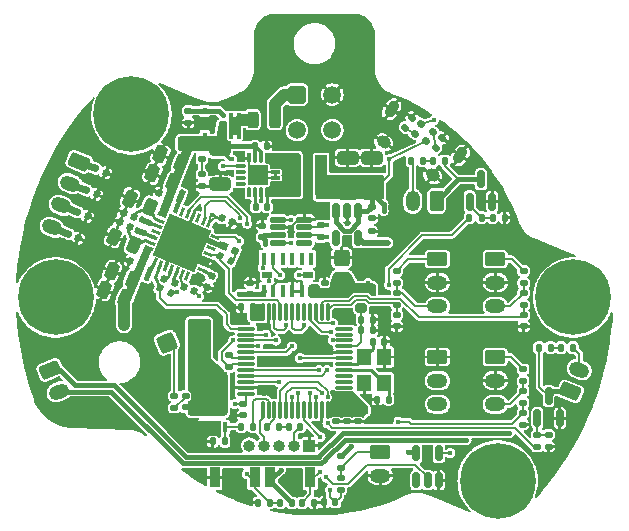
<source format=gtl>
G04 #@! TF.GenerationSoftware,KiCad,Pcbnew,(6.0.0)*
G04 #@! TF.CreationDate,2022-03-04T12:47:46+01:00*
G04 #@! TF.ProjectId,MiniAB-CAN-Board,4d696e69-4142-42d4-9341-4e2d426f6172,1*
G04 #@! TF.SameCoordinates,Original*
G04 #@! TF.FileFunction,Copper,L1,Top*
G04 #@! TF.FilePolarity,Positive*
%FSLAX46Y46*%
G04 Gerber Fmt 4.6, Leading zero omitted, Abs format (unit mm)*
G04 Created by KiCad (PCBNEW (6.0.0)) date 2022-03-04 12:47:46*
%MOMM*%
%LPD*%
G01*
G04 APERTURE LIST*
G04 Aperture macros list*
%AMRoundRect*
0 Rectangle with rounded corners*
0 $1 Rounding radius*
0 $2 $3 $4 $5 $6 $7 $8 $9 X,Y pos of 4 corners*
0 Add a 4 corners polygon primitive as box body*
4,1,4,$2,$3,$4,$5,$6,$7,$8,$9,$2,$3,0*
0 Add four circle primitives for the rounded corners*
1,1,$1+$1,$2,$3*
1,1,$1+$1,$4,$5*
1,1,$1+$1,$6,$7*
1,1,$1+$1,$8,$9*
0 Add four rect primitives between the rounded corners*
20,1,$1+$1,$2,$3,$4,$5,0*
20,1,$1+$1,$4,$5,$6,$7,0*
20,1,$1+$1,$6,$7,$8,$9,0*
20,1,$1+$1,$8,$9,$2,$3,0*%
%AMHorizOval*
0 Thick line with rounded ends*
0 $1 width*
0 $2 $3 position (X,Y) of the first rounded end (center of the circle)*
0 $4 $5 position (X,Y) of the second rounded end (center of the circle)*
0 Add line between two ends*
20,1,$1,$2,$3,$4,$5,0*
0 Add two circle primitives to create the rounded ends*
1,1,$1,$2,$3*
1,1,$1,$4,$5*%
%AMRotRect*
0 Rectangle, with rotation*
0 The origin of the aperture is its center*
0 $1 length*
0 $2 width*
0 $3 Rotation angle, in degrees counterclockwise*
0 Add horizontal line*
21,1,$1,$2,0,0,$3*%
%AMFreePoly0*
4,1,44,0.261769,0.149538,0.273465,0.148153,0.285017,0.145855,0.296353,0.142658,0.307403,0.138582,0.318099,0.133651,0.328375,0.127896,0.338168,0.121353,0.347417,0.114061,0.356066,0.106066,0.364061,0.097417,0.371353,0.088168,0.377896,0.078375,0.383651,0.068099,0.388582,0.057403,0.392658,0.046353,0.395855,0.035017,0.398153,0.023465,0.399538,0.011769,0.400000,0.000000,
0.399538,-0.011769,0.398153,-0.023465,0.395855,-0.035017,0.392658,-0.046353,0.388582,-0.057403,0.383651,-0.068099,0.377896,-0.078375,0.371353,-0.088168,0.364061,-0.097417,0.356066,-0.106066,0.347417,-0.114061,0.338168,-0.121353,0.328375,-0.127896,0.318099,-0.133651,0.307403,-0.138582,0.296353,-0.142658,0.285017,-0.145855,0.273465,-0.148153,0.261769,-0.149538,0.250000,-0.150000,
-0.400000,-0.150000,-0.400000,0.150000,0.250000,0.150000,0.261769,0.149538,0.261769,0.149538,$1*%
%AMFreePoly1*
4,1,44,0.011769,0.399538,0.023465,0.398153,0.035017,0.395855,0.046353,0.392658,0.057403,0.388582,0.068099,0.383651,0.078375,0.377896,0.088168,0.371353,0.097417,0.364061,0.106066,0.356066,0.114061,0.347417,0.121353,0.338168,0.127896,0.328375,0.133651,0.318099,0.138582,0.307403,0.142658,0.296353,0.145855,0.285017,0.148153,0.273465,0.149538,0.261769,0.150000,0.250000,
0.150000,-0.400000,-0.150000,-0.400000,-0.150000,0.250000,-0.149538,0.261769,-0.148153,0.273465,-0.145855,0.285017,-0.142658,0.296353,-0.138582,0.307403,-0.133651,0.318099,-0.127896,0.328375,-0.121353,0.338168,-0.114061,0.347417,-0.106066,0.356066,-0.097417,0.364061,-0.088168,0.371353,-0.078375,0.377896,-0.068099,0.383651,-0.057403,0.388582,-0.046353,0.392658,-0.035017,0.395855,
-0.023465,0.398153,-0.011769,0.399538,0.000000,0.400000,0.011769,0.399538,0.011769,0.399538,$1*%
%AMFreePoly2*
4,1,44,0.400000,-0.150000,-0.250000,-0.150000,-0.261769,-0.149538,-0.273465,-0.148153,-0.285017,-0.145855,-0.296353,-0.142658,-0.307403,-0.138582,-0.318099,-0.133651,-0.328375,-0.127896,-0.338168,-0.121353,-0.347417,-0.114061,-0.356066,-0.106066,-0.364061,-0.097417,-0.371353,-0.088168,-0.377896,-0.078375,-0.383651,-0.068099,-0.388582,-0.057403,-0.392658,-0.046353,-0.395855,-0.035017,-0.398153,-0.023465,
-0.399538,-0.011769,-0.400000,0.000000,-0.399538,0.011769,-0.398153,0.023465,-0.395855,0.035017,-0.392658,0.046353,-0.388582,0.057403,-0.383651,0.068099,-0.377896,0.078375,-0.371353,0.088168,-0.364061,0.097417,-0.356066,0.106066,-0.347417,0.114061,-0.338168,0.121353,-0.328375,0.127896,-0.318099,0.133651,-0.307403,0.138582,-0.296353,0.142658,-0.285017,0.145855,-0.273465,0.148153,
-0.261769,0.149538,-0.250000,0.150000,0.400000,0.150000,0.400000,-0.150000,0.400000,-0.150000,$1*%
%AMFreePoly3*
4,1,44,0.150000,-0.250000,0.149538,-0.261769,0.148153,-0.273465,0.145855,-0.285017,0.142658,-0.296353,0.138582,-0.307403,0.133651,-0.318099,0.127896,-0.328375,0.121353,-0.338168,0.114061,-0.347417,0.106066,-0.356066,0.097417,-0.364061,0.088168,-0.371353,0.078375,-0.377896,0.068099,-0.383651,0.057403,-0.388582,0.046353,-0.392658,0.035017,-0.395855,0.023465,-0.398153,0.011769,-0.399538,
0.000000,-0.400000,-0.011769,-0.399538,-0.023465,-0.398153,-0.035017,-0.395855,-0.046353,-0.392658,-0.057403,-0.388582,-0.068099,-0.383651,-0.078375,-0.377896,-0.088168,-0.371353,-0.097417,-0.364061,-0.106066,-0.356066,-0.114061,-0.347417,-0.121353,-0.338168,-0.127896,-0.328375,-0.133651,-0.318099,-0.138582,-0.307403,-0.142658,-0.296353,-0.145855,-0.285017,-0.148153,-0.273465,-0.149538,-0.261769,
-0.150000,-0.250000,-0.150000,0.400000,0.150000,0.400000,0.150000,-0.250000,0.150000,-0.250000,$1*%
%AMFreePoly4*
4,1,13,1.100000,0.175000,0.750000,0.175000,0.750000,-0.175000,1.100000,-0.175000,1.100000,-0.475000,-1.100000,-0.475000,-1.100000,-0.175000,-0.750000,-0.175000,-0.750000,0.175000,-1.100000,0.175000,-1.100000,0.475000,1.100000,0.475000,1.100000,0.175000,1.100000,0.175000,$1*%
%AMFreePoly5*
4,1,21,1.545000,0.775000,0.925000,0.775000,0.925000,0.525000,1.545000,0.525000,1.545000,0.125000,0.925000,0.125000,0.925000,-0.125000,1.545000,-0.125000,1.545000,-0.525000,0.925000,-0.525000,0.925000,-0.775000,1.545000,-0.775000,1.545000,-1.175000,0.925000,-1.175000,0.925000,-1.125000,-0.925000,-1.125000,-0.925000,1.125000,0.925000,1.125000,0.925000,1.175000,1.545000,1.175000,
1.545000,0.775000,1.545000,0.775000,$1*%
G04 Aperture macros list end*
G04 #@! TA.AperFunction,SMDPad,CuDef*
%ADD10R,1.200000X1.400000*%
G04 #@! TD*
G04 #@! TA.AperFunction,SMDPad,CuDef*
%ADD11RoundRect,0.140000X0.194399X0.103484X-0.064287X0.210635X-0.194399X-0.103484X0.064287X-0.210635X0*%
G04 #@! TD*
G04 #@! TA.AperFunction,SMDPad,CuDef*
%ADD12RoundRect,0.250000X0.412745X0.343172X-0.049195X0.534514X-0.412745X-0.343172X0.049195X-0.534514X0*%
G04 #@! TD*
G04 #@! TA.AperFunction,SMDPad,CuDef*
%ADD13RoundRect,0.135000X0.185000X-0.135000X0.185000X0.135000X-0.185000X0.135000X-0.185000X-0.135000X0*%
G04 #@! TD*
G04 #@! TA.AperFunction,ComponentPad*
%ADD14C,0.800000*%
G04 #@! TD*
G04 #@! TA.AperFunction,ComponentPad*
%ADD15C,6.400000*%
G04 #@! TD*
G04 #@! TA.AperFunction,ComponentPad*
%ADD16RoundRect,0.250000X-0.625000X0.350000X-0.625000X-0.350000X0.625000X-0.350000X0.625000X0.350000X0*%
G04 #@! TD*
G04 #@! TA.AperFunction,ComponentPad*
%ADD17O,1.750000X1.200000*%
G04 #@! TD*
G04 #@! TA.AperFunction,SMDPad,CuDef*
%ADD18RoundRect,0.140000X0.170000X-0.140000X0.170000X0.140000X-0.170000X0.140000X-0.170000X-0.140000X0*%
G04 #@! TD*
G04 #@! TA.AperFunction,SMDPad,CuDef*
%ADD19RoundRect,0.135000X-0.185000X0.135000X-0.185000X-0.135000X0.185000X-0.135000X0.185000X0.135000X0*%
G04 #@! TD*
G04 #@! TA.AperFunction,SMDPad,CuDef*
%ADD20RoundRect,0.135000X-0.135000X-0.185000X0.135000X-0.185000X0.135000X0.185000X-0.135000X0.185000X0*%
G04 #@! TD*
G04 #@! TA.AperFunction,SMDPad,CuDef*
%ADD21RoundRect,0.135000X0.135000X0.185000X-0.135000X0.185000X-0.135000X-0.185000X0.135000X-0.185000X0*%
G04 #@! TD*
G04 #@! TA.AperFunction,SMDPad,CuDef*
%ADD22RoundRect,0.150000X-0.150000X0.512500X-0.150000X-0.512500X0.150000X-0.512500X0.150000X0.512500X0*%
G04 #@! TD*
G04 #@! TA.AperFunction,SMDPad,CuDef*
%ADD23RoundRect,0.135000X0.077881X-0.215371X0.228863X0.008469X-0.077881X0.215371X-0.228863X-0.008469X0*%
G04 #@! TD*
G04 #@! TA.AperFunction,SMDPad,CuDef*
%ADD24RoundRect,0.140000X-0.170000X0.140000X-0.170000X-0.140000X0.170000X-0.140000X0.170000X0.140000X0*%
G04 #@! TD*
G04 #@! TA.AperFunction,SMDPad,CuDef*
%ADD25RoundRect,0.135000X0.195520X0.119255X-0.053927X0.222580X-0.195520X-0.119255X0.053927X-0.222580X0*%
G04 #@! TD*
G04 #@! TA.AperFunction,SMDPad,CuDef*
%ADD26FreePoly0,270.000000*%
G04 #@! TD*
G04 #@! TA.AperFunction,SMDPad,CuDef*
%ADD27FreePoly1,270.000000*%
G04 #@! TD*
G04 #@! TA.AperFunction,SMDPad,CuDef*
%ADD28FreePoly2,270.000000*%
G04 #@! TD*
G04 #@! TA.AperFunction,SMDPad,CuDef*
%ADD29FreePoly3,270.000000*%
G04 #@! TD*
G04 #@! TA.AperFunction,SMDPad,CuDef*
%ADD30R,1.700000X1.700000*%
G04 #@! TD*
G04 #@! TA.AperFunction,SMDPad,CuDef*
%ADD31RoundRect,0.140000X0.140000X0.170000X-0.140000X0.170000X-0.140000X-0.170000X0.140000X-0.170000X0*%
G04 #@! TD*
G04 #@! TA.AperFunction,SMDPad,CuDef*
%ADD32RoundRect,0.250000X0.425000X-0.450000X0.425000X0.450000X-0.425000X0.450000X-0.425000X-0.450000X0*%
G04 #@! TD*
G04 #@! TA.AperFunction,SMDPad,CuDef*
%ADD33RoundRect,0.147500X-0.147500X-0.172500X0.147500X-0.172500X0.147500X0.172500X-0.147500X0.172500X0*%
G04 #@! TD*
G04 #@! TA.AperFunction,SMDPad,CuDef*
%ADD34RoundRect,0.140000X-0.140000X-0.170000X0.140000X-0.170000X0.140000X0.170000X-0.140000X0.170000X0*%
G04 #@! TD*
G04 #@! TA.AperFunction,SMDPad,CuDef*
%ADD35RoundRect,0.147500X0.060528X-0.218744X0.225490X0.025822X-0.060528X0.218744X-0.225490X-0.025822X0*%
G04 #@! TD*
G04 #@! TA.AperFunction,ComponentPad*
%ADD36RoundRect,0.250000X0.350000X0.625000X-0.350000X0.625000X-0.350000X-0.625000X0.350000X-0.625000X0*%
G04 #@! TD*
G04 #@! TA.AperFunction,ComponentPad*
%ADD37O,1.200000X1.750000*%
G04 #@! TD*
G04 #@! TA.AperFunction,SMDPad,CuDef*
%ADD38RoundRect,0.150000X0.150000X-0.512500X0.150000X0.512500X-0.150000X0.512500X-0.150000X-0.512500X0*%
G04 #@! TD*
G04 #@! TA.AperFunction,SMDPad,CuDef*
%ADD39FreePoly4,270.000000*%
G04 #@! TD*
G04 #@! TA.AperFunction,SMDPad,CuDef*
%ADD40R,0.300000X0.350000*%
G04 #@! TD*
G04 #@! TA.AperFunction,SMDPad,CuDef*
%ADD41R,0.235000X0.870000*%
G04 #@! TD*
G04 #@! TA.AperFunction,SMDPad,CuDef*
%ADD42RoundRect,0.075000X0.662500X0.075000X-0.662500X0.075000X-0.662500X-0.075000X0.662500X-0.075000X0*%
G04 #@! TD*
G04 #@! TA.AperFunction,SMDPad,CuDef*
%ADD43RoundRect,0.075000X0.075000X0.662500X-0.075000X0.662500X-0.075000X-0.662500X0.075000X-0.662500X0*%
G04 #@! TD*
G04 #@! TA.AperFunction,SMDPad,CuDef*
%ADD44RoundRect,0.147500X-0.202285X-0.102923X0.070259X-0.215815X0.202285X0.102923X-0.070259X0.215815X0*%
G04 #@! TD*
G04 #@! TA.AperFunction,SMDPad,CuDef*
%ADD45R,0.900000X1.700000*%
G04 #@! TD*
G04 #@! TA.AperFunction,SMDPad,CuDef*
%ADD46RoundRect,0.250000X-0.414726X-0.315291X0.070311X-0.516200X0.414726X0.315291X-0.070311X0.516200X0*%
G04 #@! TD*
G04 #@! TA.AperFunction,SMDPad,CuDef*
%ADD47RotRect,0.254000X0.762000X157.500000*%
G04 #@! TD*
G04 #@! TA.AperFunction,SMDPad,CuDef*
%ADD48RotRect,0.254000X0.762000X67.500000*%
G04 #@! TD*
G04 #@! TA.AperFunction,SMDPad,CuDef*
%ADD49RotRect,3.810000X3.810000X67.500000*%
G04 #@! TD*
G04 #@! TA.AperFunction,ComponentPad*
%ADD50R,1.000000X1.000000*%
G04 #@! TD*
G04 #@! TA.AperFunction,ComponentPad*
%ADD51O,1.000000X1.000000*%
G04 #@! TD*
G04 #@! TA.AperFunction,SMDPad,CuDef*
%ADD52RoundRect,0.250000X0.650000X-0.325000X0.650000X0.325000X-0.650000X0.325000X-0.650000X-0.325000X0*%
G04 #@! TD*
G04 #@! TA.AperFunction,ComponentPad*
%ADD53RoundRect,0.250001X-0.499999X-0.499999X0.499999X-0.499999X0.499999X0.499999X-0.499999X0.499999X0*%
G04 #@! TD*
G04 #@! TA.AperFunction,ComponentPad*
%ADD54C,1.500000*%
G04 #@! TD*
G04 #@! TA.AperFunction,ComponentPad*
%ADD55RoundRect,0.250001X0.653280X-0.270598X0.270598X0.653280X-0.653280X0.270598X-0.270598X-0.653280X0*%
G04 #@! TD*
G04 #@! TA.AperFunction,SMDPad,CuDef*
%ADD56RoundRect,0.140000X-0.194399X-0.103484X0.064287X-0.210635X0.194399X0.103484X-0.064287X0.210635X0*%
G04 #@! TD*
G04 #@! TA.AperFunction,SMDPad,CuDef*
%ADD57RoundRect,0.200000X0.275000X-0.200000X0.275000X0.200000X-0.275000X0.200000X-0.275000X-0.200000X0*%
G04 #@! TD*
G04 #@! TA.AperFunction,SMDPad,CuDef*
%ADD58RoundRect,0.250000X-0.650000X0.325000X-0.650000X-0.325000X0.650000X-0.325000X0.650000X0.325000X0*%
G04 #@! TD*
G04 #@! TA.AperFunction,SMDPad,CuDef*
%ADD59R,0.400000X0.830000*%
G04 #@! TD*
G04 #@! TA.AperFunction,SMDPad,CuDef*
%ADD60FreePoly5,90.000000*%
G04 #@! TD*
G04 #@! TA.AperFunction,SMDPad,CuDef*
%ADD61RoundRect,0.140000X0.103484X-0.194399X0.210635X0.064287X-0.103484X0.194399X-0.210635X-0.064287X0*%
G04 #@! TD*
G04 #@! TA.AperFunction,SMDPad,CuDef*
%ADD62R,0.980000X3.400000*%
G04 #@! TD*
G04 #@! TA.AperFunction,SMDPad,CuDef*
%ADD63R,0.450000X0.600000*%
G04 #@! TD*
G04 #@! TA.AperFunction,SMDPad,CuDef*
%ADD64RoundRect,0.147500X0.147500X0.172500X-0.147500X0.172500X-0.147500X-0.172500X0.147500X-0.172500X0*%
G04 #@! TD*
G04 #@! TA.AperFunction,SMDPad,CuDef*
%ADD65RoundRect,0.147500X0.172500X-0.147500X0.172500X0.147500X-0.172500X0.147500X-0.172500X-0.147500X0*%
G04 #@! TD*
G04 #@! TA.AperFunction,SMDPad,CuDef*
%ADD66R,0.449200X1.117800*%
G04 #@! TD*
G04 #@! TA.AperFunction,SMDPad,CuDef*
%ADD67R,0.813000X0.500000*%
G04 #@! TD*
G04 #@! TA.AperFunction,SMDPad,CuDef*
%ADD68RoundRect,0.243750X-0.243750X-0.456250X0.243750X-0.456250X0.243750X0.456250X-0.243750X0.456250X0*%
G04 #@! TD*
G04 #@! TA.AperFunction,SMDPad,CuDef*
%ADD69RoundRect,0.147500X-0.060528X0.218744X-0.225490X-0.025822X0.060528X-0.218744X0.225490X0.025822X0*%
G04 #@! TD*
G04 #@! TA.AperFunction,SMDPad,CuDef*
%ADD70RoundRect,0.150000X0.150000X-0.587500X0.150000X0.587500X-0.150000X0.587500X-0.150000X-0.587500X0*%
G04 #@! TD*
G04 #@! TA.AperFunction,SMDPad,CuDef*
%ADD71RoundRect,0.125000X-0.537500X-0.125000X0.537500X-0.125000X0.537500X0.125000X-0.537500X0.125000X0*%
G04 #@! TD*
G04 #@! TA.AperFunction,ComponentPad*
%ADD72RoundRect,0.250000X-0.443486X0.562535X-0.711364X-0.084181X0.443486X-0.562535X0.711364X0.084181X0*%
G04 #@! TD*
G04 #@! TA.AperFunction,ComponentPad*
%ADD73HorizOval,1.200000X-0.254067X0.105238X0.254067X-0.105238X0*%
G04 #@! TD*
G04 #@! TA.AperFunction,ComponentPad*
%ADD74RoundRect,0.250000X-0.711364X0.084181X-0.443486X-0.562535X0.711364X-0.084181X0.443486X0.562535X0*%
G04 #@! TD*
G04 #@! TA.AperFunction,ComponentPad*
%ADD75HorizOval,1.200000X-0.254067X-0.105238X0.254067X0.105238X0*%
G04 #@! TD*
G04 #@! TA.AperFunction,ComponentPad*
%ADD76HorizOval,0.890000X-0.184534X-0.273582X0.184534X0.273582X0*%
G04 #@! TD*
G04 #@! TA.AperFunction,ComponentPad*
%ADD77HorizOval,0.950000X0.124356X-0.083879X-0.124356X0.083879X0*%
G04 #@! TD*
G04 #@! TA.AperFunction,ComponentPad*
%ADD78RoundRect,0.250000X0.443486X-0.562535X0.711364X0.084181X-0.443486X0.562535X-0.711364X-0.084181X0*%
G04 #@! TD*
G04 #@! TA.AperFunction,ViaPad*
%ADD79C,0.450000*%
G04 #@! TD*
G04 #@! TA.AperFunction,Conductor*
%ADD80C,0.200000*%
G04 #@! TD*
G04 #@! TA.AperFunction,Conductor*
%ADD81C,0.250000*%
G04 #@! TD*
G04 #@! TA.AperFunction,Conductor*
%ADD82C,0.400000*%
G04 #@! TD*
G04 #@! TA.AperFunction,Conductor*
%ADD83C,0.600000*%
G04 #@! TD*
G04 #@! TA.AperFunction,Conductor*
%ADD84C,1.000000*%
G04 #@! TD*
G04 #@! TA.AperFunction,Conductor*
%ADD85C,0.500000*%
G04 #@! TD*
G04 #@! TA.AperFunction,Conductor*
%ADD86C,0.300000*%
G04 #@! TD*
G04 APERTURE END LIST*
D10*
G04 #@! TO.P,Y1,1,1*
G04 #@! TO.N,OSC_IN*
X115750002Y-89899998D03*
G04 #@! TO.P,Y1,2,2*
G04 #@! TO.N,GND*
X115750002Y-87699998D03*
G04 #@! TO.P,Y1,3,3*
G04 #@! TO.N,OSC_OUT*
X114050002Y-87699998D03*
G04 #@! TO.P,Y1,4,4*
G04 #@! TO.N,GND*
X114050002Y-89899998D03*
G04 #@! TD*
D11*
G04 #@! TO.P,C35,1*
G04 #@! TO.N,BRA*
X94575986Y-75845594D03*
G04 #@! TO.P,C35,2*
G04 #@! TO.N,GND*
X93689062Y-75478218D03*
G04 #@! TD*
D12*
G04 #@! TO.P,C31,1*
G04 #@! TO.N,+24V*
X94455550Y-81153552D03*
G04 #@! TO.P,C31,2*
G04 #@! TO.N,GND*
X92700178Y-80426454D03*
G04 #@! TD*
D11*
G04 #@! TO.P,C41,1*
G04 #@! TO.N,GND*
X90626485Y-75779125D03*
G04 #@! TO.P,C41,2*
G04 #@! TO.N,B1*
X89739561Y-75411749D03*
G04 #@! TD*
D13*
G04 #@! TO.P,R22,1*
G04 #@! TO.N,PROBE*
X127500000Y-91610000D03*
G04 #@! TO.P,R22,2*
G04 #@! TO.N,Net-(J14-Pad3)*
X127500000Y-90590000D03*
G04 #@! TD*
D14*
G04 #@! TO.P,H4,1,1*
G04 #@! TO.N,unconnected-(H4-Pad1)*
X127747679Y-98159769D03*
X125347679Y-100559769D03*
X122947679Y-98159769D03*
X127044735Y-96462713D03*
X127044735Y-99856825D03*
X123650623Y-99856825D03*
X123650623Y-96462713D03*
X125347679Y-95759769D03*
D15*
X125347679Y-98159769D03*
G04 #@! TD*
D16*
G04 #@! TO.P,J12,1,Pin_1*
G04 #@! TO.N,+3V3*
X120250000Y-79400000D03*
D17*
G04 #@! TO.P,J12,2,Pin_2*
G04 #@! TO.N,GND*
X120250000Y-81400000D03*
G04 #@! TO.P,J12,3,Pin_3*
G04 #@! TO.N,Net-(J12-Pad3)*
X120250000Y-83400000D03*
G04 #@! TD*
D11*
G04 #@! TO.P,C36,1*
G04 #@! TO.N,GND*
X91391843Y-73931364D03*
G04 #@! TO.P,C36,2*
G04 #@! TO.N,A1*
X90504919Y-73563988D03*
G04 #@! TD*
D18*
G04 #@! TO.P,C3,1*
G04 #@! TO.N,+3V3*
X110700000Y-82400000D03*
G04 #@! TO.P,C3,2*
G04 #@! TO.N,GND*
X110700000Y-81440000D03*
G04 #@! TD*
D11*
G04 #@! TO.P,C45,1*
G04 #@! TO.N,GND*
X89861113Y-77626885D03*
G04 #@! TO.P,C45,2*
G04 #@! TO.N,B2*
X88974189Y-77259509D03*
G04 #@! TD*
D13*
G04 #@! TO.P,R21,1*
G04 #@! TO.N,Net-(J14-Pad3)*
X127500000Y-89750001D03*
G04 #@! TO.P,R21,2*
G04 #@! TO.N,+3V3*
X127500000Y-88730001D03*
G04 #@! TD*
D19*
G04 #@! TO.P,R25,1*
G04 #@! TO.N,ST_TX*
X102580000Y-87540000D03*
G04 #@! TO.P,R25,2*
G04 #@! TO.N,ST_RX*
X102580000Y-88560000D03*
G04 #@! TD*
D20*
G04 #@! TO.P,R29,1*
G04 #@! TO.N,RESET*
X106915000Y-100040000D03*
G04 #@! TO.P,R29,2*
G04 #@! TO.N,+3V3*
X107935000Y-100040000D03*
G04 #@! TD*
D21*
G04 #@! TO.P,R5,1*
G04 #@! TO.N,GND*
X125935000Y-75900000D03*
G04 #@! TO.P,R5,2*
G04 #@! TO.N,Net-(Q2-Pad1)*
X124915000Y-75900000D03*
G04 #@! TD*
D22*
G04 #@! TO.P,U4,1,IN*
G04 #@! TO.N,+5V*
X113549998Y-75362499D03*
G04 #@! TO.P,U4,2,GND*
G04 #@! TO.N,GND*
X112599998Y-75362499D03*
G04 #@! TO.P,U4,3,EN*
G04 #@! TO.N,+5V*
X111649998Y-75362499D03*
G04 #@! TO.P,U4,4,NC*
G04 #@! TO.N,unconnected-(U4-Pad4)*
X111649998Y-77637499D03*
G04 #@! TO.P,U4,5,OUT*
G04 #@! TO.N,+3V3*
X113549998Y-77637499D03*
G04 #@! TD*
D21*
G04 #@! TO.P,R20,1*
G04 #@! TO.N,Net-(D7-Pad1)*
X106810000Y-93600000D03*
G04 #@! TO.P,R20,2*
G04 #@! TO.N,LED0*
X105790000Y-93600000D03*
G04 #@! TD*
D23*
G04 #@! TO.P,R17,1*
G04 #@! TO.N,Net-(D6-Pad1)*
X117539812Y-68272809D03*
G04 #@! TO.P,R17,2*
G04 #@! TO.N,GND*
X118110188Y-67427191D03*
G04 #@! TD*
D18*
G04 #@! TO.P,C18,1*
G04 #@! TO.N,+3V3*
X114700000Y-78030000D03*
G04 #@! TO.P,C18,2*
G04 #@! TO.N,GND*
X114700000Y-77070000D03*
G04 #@! TD*
D24*
G04 #@! TO.P,C6,1*
G04 #@! TO.N,+3V3*
X113490000Y-92190001D03*
G04 #@! TO.P,C6,2*
G04 #@! TO.N,GND*
X113490000Y-93150001D03*
G04 #@! TD*
D25*
G04 #@! TO.P,R23,1*
G04 #@! TO.N,+3V3*
X97682516Y-82273725D03*
G04 #@! TO.P,R23,2*
G04 #@! TO.N,ST_ENN*
X96740158Y-81883387D03*
G04 #@! TD*
D26*
G04 #@! TO.P,U6,1,VSW*
G04 #@! TO.N,Net-(C22-Pad1)*
X105835000Y-70857500D03*
G04 #@! TO.P,U6,2,VCC*
G04 #@! TO.N,+24V*
X105335000Y-70857500D03*
G04 #@! TO.P,U6,3,VCC*
X104835000Y-70857500D03*
G04 #@! TO.P,U6,4,GND*
G04 #@! TO.N,GND*
X104335000Y-70857500D03*
D27*
G04 #@! TO.P,U6,5,FB*
G04 #@! TO.N,+5V*
X103635000Y-71557500D03*
G04 #@! TO.P,U6,6,NC*
G04 #@! TO.N,unconnected-(U6-Pad6)*
X103635000Y-72057500D03*
G04 #@! TO.P,U6,7,NC*
G04 #@! TO.N,unconnected-(U6-Pad7)*
X103635000Y-72557500D03*
G04 #@! TO.P,U6,8,PG*
G04 #@! TO.N,unconnected-(U6-Pad8)*
X103635000Y-73057500D03*
D28*
G04 #@! TO.P,U6,9,EN/SYNC*
G04 #@! TO.N,unconnected-(U6-Pad9)*
X104335000Y-73757500D03*
G04 #@! TO.P,U6,10,BST*
G04 #@! TO.N,Net-(C22-Pad2)*
X104835000Y-73757500D03*
G04 #@! TO.P,U6,11,VCC*
G04 #@! TO.N,+24V*
X105335000Y-73757500D03*
G04 #@! TO.P,U6,12,VSW*
G04 #@! TO.N,Net-(C22-Pad1)*
X105835000Y-73757500D03*
D29*
G04 #@! TO.P,U6,13,VSW*
X106535000Y-73057500D03*
G04 #@! TO.P,U6,14,PGND*
G04 #@! TO.N,GND*
X106535000Y-72557500D03*
G04 #@! TO.P,U6,15,PGND*
X106535000Y-72057500D03*
G04 #@! TO.P,U6,16,VSW*
G04 #@! TO.N,Net-(C22-Pad1)*
X106535000Y-71557500D03*
D30*
G04 #@! TO.P,U6,17,PAD*
G04 #@! TO.N,GND*
X105085000Y-72307500D03*
G04 #@! TD*
D21*
G04 #@! TO.P,R4,1*
G04 #@! TO.N,GND*
X109810000Y-100040000D03*
G04 #@! TO.P,R4,2*
G04 #@! TO.N,BOOT0*
X108790000Y-100040000D03*
G04 #@! TD*
D31*
G04 #@! TO.P,C7,1*
G04 #@! TO.N,RESET*
X106055000Y-100040000D03*
G04 #@! TO.P,C7,2*
G04 #@! TO.N,GND*
X105095000Y-100040000D03*
G04 #@! TD*
D32*
G04 #@! TO.P,C1,1*
G04 #@! TO.N,+3V3*
X112150000Y-82000000D03*
G04 #@! TO.P,C1,2*
G04 #@! TO.N,GND*
X112150000Y-79300000D03*
G04 #@! TD*
D33*
G04 #@! TO.P,D7,1,K*
G04 #@! TO.N,Net-(D7-Pad1)*
X107665000Y-93600000D03*
G04 #@! TO.P,D7,2,A*
G04 #@! TO.N,+3V3*
X108635000Y-93600000D03*
G04 #@! TD*
D34*
G04 #@! TO.P,C2,1*
G04 #@! TO.N,GND*
X115170000Y-91300000D03*
G04 #@! TO.P,C2,2*
G04 #@! TO.N,OSC_IN*
X116130000Y-91300000D03*
G04 #@! TD*
D20*
G04 #@! TO.P,R9,1*
G04 #@! TO.N,Net-(Q3-Pad2)*
X103640000Y-93600000D03*
G04 #@! TO.P,R9,2*
G04 #@! TO.N,HEATER*
X104660000Y-93600000D03*
G04 #@! TD*
D12*
G04 #@! TO.P,C29,1*
G04 #@! TO.N,+24V*
X98550266Y-71268040D03*
G04 #@! TO.P,C29,2*
G04 #@! TO.N,GND*
X96794894Y-70540942D03*
G04 #@! TD*
D35*
G04 #@! TO.P,D6,1,K*
G04 #@! TO.N,Net-(D6-Pad1)*
X118341376Y-68783316D03*
G04 #@! TO.P,D6,2,A*
G04 #@! TO.N,+3V3*
X118883794Y-67979150D03*
G04 #@! TD*
D14*
G04 #@! TO.P,H3,1,1*
G04 #@! TO.N,unconnected-(H3-Pad1)*
X92651061Y-68857263D03*
X94348117Y-69560207D03*
X96045173Y-65463151D03*
X96748117Y-67160207D03*
X94348117Y-64760207D03*
D15*
X94348117Y-67160207D03*
D14*
X91948117Y-67160207D03*
X96045173Y-68857263D03*
X92651061Y-65463151D03*
G04 #@! TD*
D31*
G04 #@! TO.P,C5,1*
G04 #@! TO.N,GND*
X115730001Y-86399999D03*
G04 #@! TO.P,C5,2*
G04 #@! TO.N,OSC_OUT*
X114770001Y-86399999D03*
G04 #@! TD*
D12*
G04 #@! TO.P,C43,1*
G04 #@! TO.N,+24V*
X93804988Y-82724149D03*
G04 #@! TO.P,C43,2*
G04 #@! TO.N,GND*
X92049616Y-81997051D03*
G04 #@! TD*
D36*
G04 #@! TO.P,J3,1,Pin_1*
G04 #@! TO.N,Net-(D2-Pad1)*
X120175000Y-74500000D03*
D37*
G04 #@! TO.P,J3,2,Pin_2*
G04 #@! TO.N,Net-(J3-Pad2)*
X118175000Y-74500000D03*
G04 #@! TD*
D38*
G04 #@! TO.P,U3,1*
G04 #@! TO.N,N/C*
X118470000Y-98127500D03*
G04 #@! TO.P,U3,2*
G04 #@! TO.N,NEOPIXEL*
X119420000Y-98127500D03*
G04 #@! TO.P,U3,3,GND*
G04 #@! TO.N,GND*
X120370000Y-98127500D03*
G04 #@! TO.P,U3,4*
G04 #@! TO.N,Net-(J7-Pad2)*
X120370000Y-95852500D03*
G04 #@! TO.P,U3,5,VCC*
G04 #@! TO.N,+5V*
X118470000Y-95852500D03*
G04 #@! TD*
D39*
G04 #@! TO.P,Q4,1,D*
G04 #@! TO.N,Net-(F1-Pad1)*
X103075000Y-68150000D03*
D40*
G04 #@! TO.P,Q4,3,G*
G04 #@! TO.N,Net-(D8-Pad2)*
X102100000Y-67225000D03*
G04 #@! TO.P,Q4,4,S*
G04 #@! TO.N,+24V*
X102100000Y-69075000D03*
D41*
X102100000Y-68190000D03*
G04 #@! TD*
D24*
G04 #@! TO.P,C23,1*
G04 #@! TO.N,PROBE*
X127500000Y-92460000D03*
G04 #@! TO.P,C23,2*
G04 #@! TO.N,GND*
X127500000Y-93420000D03*
G04 #@! TD*
D42*
G04 #@! TO.P,U2,1,VBAT*
G04 #@! TO.N,+3V3*
X112362500Y-90800000D03*
G04 #@! TO.P,U2,2,PC13*
G04 #@! TO.N,unconnected-(U2-Pad2)*
X112362500Y-90300000D03*
G04 #@! TO.P,U2,3,PC14*
G04 #@! TO.N,unconnected-(U2-Pad3)*
X112362500Y-89800000D03*
G04 #@! TO.P,U2,4,PC15*
G04 #@! TO.N,unconnected-(U2-Pad4)*
X112362500Y-89300000D03*
G04 #@! TO.P,U2,5,PD0*
G04 #@! TO.N,OSC_IN*
X112362500Y-88800000D03*
G04 #@! TO.P,U2,6,PD1*
G04 #@! TO.N,OSC_OUT*
X112362500Y-88300000D03*
G04 #@! TO.P,U2,7,NRST*
G04 #@! TO.N,RESET*
X112362500Y-87800000D03*
G04 #@! TO.P,U2,8,VSSA*
G04 #@! TO.N,GND*
X112362500Y-87300000D03*
G04 #@! TO.P,U2,9,VDDA*
G04 #@! TO.N,+3.3VA*
X112362500Y-86800000D03*
G04 #@! TO.P,U2,10,PA0*
G04 #@! TO.N,TH0*
X112362500Y-86300000D03*
G04 #@! TO.P,U2,11,PA1*
G04 #@! TO.N,unconnected-(U2-Pad11)*
X112362500Y-85800000D03*
G04 #@! TO.P,U2,12,PA2*
G04 #@! TO.N,unconnected-(U2-Pad12)*
X112362500Y-85300000D03*
D43*
G04 #@! TO.P,U2,13,PA3*
G04 #@! TO.N,ENDSTOP1*
X110950000Y-83887500D03*
G04 #@! TO.P,U2,14,PA4*
G04 #@! TO.N,ENDSTOP2*
X110450000Y-83887500D03*
G04 #@! TO.P,U2,15,PA5*
G04 #@! TO.N,HE-FAN*
X109950000Y-83887500D03*
G04 #@! TO.P,U2,16,PA6*
G04 #@! TO.N,PROBE*
X109450000Y-83887500D03*
G04 #@! TO.P,U2,17,PA7*
G04 #@! TO.N,unconnected-(U2-Pad17)*
X108950000Y-83887500D03*
G04 #@! TO.P,U2,18,PB0*
G04 #@! TO.N,unconnected-(U2-Pad18)*
X108450000Y-83887500D03*
G04 #@! TO.P,U2,19,PB1*
G04 #@! TO.N,ST_DIR*
X107950000Y-83887500D03*
G04 #@! TO.P,U2,20,PB2*
G04 #@! TO.N,unconnected-(U2-Pad20)*
X107450000Y-83887500D03*
G04 #@! TO.P,U2,21,PB10*
G04 #@! TO.N,ST_DIAG*
X106950000Y-83887500D03*
G04 #@! TO.P,U2,22,PB11*
G04 #@! TO.N,ST_STEP*
X106450000Y-83887500D03*
G04 #@! TO.P,U2,23,VSS*
G04 #@! TO.N,GND*
X105950000Y-83887500D03*
G04 #@! TO.P,U2,24,VDD*
G04 #@! TO.N,+3V3*
X105450000Y-83887500D03*
D42*
G04 #@! TO.P,U2,25,PB12*
G04 #@! TO.N,ST_ENN*
X104037500Y-85300000D03*
G04 #@! TO.P,U2,26,PB13*
G04 #@! TO.N,SCLK*
X104037500Y-85800000D03*
G04 #@! TO.P,U2,27,PB14*
G04 #@! TO.N,SDO*
X104037500Y-86300000D03*
G04 #@! TO.P,U2,28,PB15*
G04 #@! TO.N,SDI*
X104037500Y-86800000D03*
G04 #@! TO.P,U2,29,PA8*
G04 #@! TO.N,ADXL_CS*
X104037500Y-87300000D03*
G04 #@! TO.P,U2,30,PA9*
G04 #@! TO.N,ST_TX*
X104037500Y-87800000D03*
G04 #@! TO.P,U2,31,PA10*
G04 #@! TO.N,ST_RX*
X104037500Y-88300000D03*
G04 #@! TO.P,U2,32,PA11*
G04 #@! TO.N,USB_D-*
X104037500Y-88800000D03*
G04 #@! TO.P,U2,33,PA12*
G04 #@! TO.N,USB_D+*
X104037500Y-89300000D03*
G04 #@! TO.P,U2,34,PA13*
G04 #@! TO.N,SWDIO*
X104037500Y-89800000D03*
G04 #@! TO.P,U2,35,VSS*
G04 #@! TO.N,GND*
X104037500Y-90300000D03*
G04 #@! TO.P,U2,36,VDD*
G04 #@! TO.N,+3V3*
X104037500Y-90800000D03*
D43*
G04 #@! TO.P,U2,37,PA14*
G04 #@! TO.N,SWCLK*
X105450000Y-92212500D03*
G04 #@! TO.P,U2,38,PA15*
G04 #@! TO.N,HEATER*
X105950000Y-92212500D03*
G04 #@! TO.P,U2,39,PB3*
G04 #@! TO.N,LED0*
X106450000Y-92212500D03*
G04 #@! TO.P,U2,40,PB4*
G04 #@! TO.N,PC-FAN*
X106950000Y-92212500D03*
G04 #@! TO.P,U2,41,PB5*
G04 #@! TO.N,NEOPIXEL*
X107450000Y-92212500D03*
G04 #@! TO.P,U2,42,PB6*
G04 #@! TO.N,SCL*
X107950000Y-92212500D03*
G04 #@! TO.P,U2,43,PB7*
G04 #@! TO.N,SDA*
X108450000Y-92212500D03*
G04 #@! TO.P,U2,44,BOOT0*
G04 #@! TO.N,BOOT0*
X108950000Y-92212500D03*
G04 #@! TO.P,U2,45,PB8*
G04 #@! TO.N,CAN_RX*
X109450000Y-92212500D03*
G04 #@! TO.P,U2,46,PB9*
G04 #@! TO.N,CAN_TX*
X109950000Y-92212500D03*
G04 #@! TO.P,U2,47,VSS*
G04 #@! TO.N,GND*
X110450000Y-92212500D03*
G04 #@! TO.P,U2,48,VDD*
G04 #@! TO.N,+3V3*
X110950000Y-92212500D03*
G04 #@! TD*
D19*
G04 #@! TO.P,R10,1*
G04 #@! TO.N,+24V*
X97990000Y-90970000D03*
G04 #@! TO.P,R10,2*
G04 #@! TO.N,Net-(D3-Pad2)*
X97990000Y-91990000D03*
G04 #@! TD*
D24*
G04 #@! TO.P,C11,1*
G04 #@! TO.N,+3V3*
X112590000Y-92190000D03*
G04 #@! TO.P,C11,2*
G04 #@! TO.N,GND*
X112590000Y-93150000D03*
G04 #@! TD*
D13*
G04 #@! TO.P,R14,1*
G04 #@! TO.N,Net-(J12-Pad3)*
X116800000Y-81410000D03*
G04 #@! TO.P,R14,2*
G04 #@! TO.N,+3V3*
X116800000Y-80390000D03*
G04 #@! TD*
D24*
G04 #@! TO.P,C9,1*
G04 #@! TO.N,+3V3*
X103800000Y-91670000D03*
G04 #@! TO.P,C9,2*
G04 #@! TO.N,GND*
X103800000Y-92630000D03*
G04 #@! TD*
D25*
G04 #@! TO.P,R24,1*
G04 #@! TO.N,Net-(D9-Pad2)*
X102788714Y-79553219D03*
G04 #@! TO.P,R24,2*
G04 #@! TO.N,ST_DIAG*
X101846356Y-79162881D03*
G04 #@! TD*
D16*
G04 #@! TO.P,J7,1,Pin_1*
G04 #@! TO.N,GND*
X120250000Y-87700000D03*
D17*
G04 #@! TO.P,J7,2,Pin_2*
G04 #@! TO.N,Net-(J7-Pad2)*
X120250000Y-89700000D03*
G04 #@! TO.P,J7,3,Pin_3*
G04 #@! TO.N,+5V*
X120250000Y-91700000D03*
G04 #@! TD*
D44*
G04 #@! TO.P,D9,1,K*
G04 #@! TO.N,GND*
X102219453Y-78322445D03*
G04 #@! TO.P,D9,2,A*
G04 #@! TO.N,Net-(D9-Pad2)*
X103115617Y-78693647D03*
G04 #@! TD*
D45*
G04 #@! TO.P,SW1,1,1*
G04 #@! TO.N,GND*
X101400000Y-97890000D03*
G04 #@! TO.P,SW1,2,2*
G04 #@! TO.N,RESET*
X104800000Y-97890000D03*
G04 #@! TD*
D34*
G04 #@! TO.P,C13,1*
G04 #@! TO.N,+3.3VA*
X113820000Y-84550000D03*
G04 #@! TO.P,C13,2*
G04 #@! TO.N,GND*
X114780000Y-84550000D03*
G04 #@! TD*
D46*
G04 #@! TO.P,R30,1*
G04 #@! TO.N,GND*
X92863325Y-77517451D03*
G04 #@! TO.P,R30,2*
G04 #@! TO.N,BRB*
X94549405Y-78215849D03*
G04 #@! TD*
D47*
G04 #@! TO.P,U5,1,OB2*
G04 #@! TO.N,B2*
X96311809Y-79677232D03*
G04 #@! TO.P,U5,2,ENN*
G04 #@! TO.N,ST_ENN*
X96773748Y-79868574D03*
G04 #@! TO.P,U5,3,GND*
G04 #@! TO.N,GND*
X97235690Y-80059916D03*
G04 #@! TO.P,U5,4,CPO*
G04 #@! TO.N,Net-(C26-Pad1)*
X97697629Y-80251258D03*
G04 #@! TO.P,U5,5,CPI*
G04 #@! TO.N,Net-(C26-Pad2)*
X98159568Y-80442599D03*
G04 #@! TO.P,U5,6,VCP*
G04 #@! TO.N,Net-(C27-Pad1)*
X98621509Y-80633941D03*
G04 #@! TO.P,U5,7,SPREAD*
G04 #@! TO.N,unconnected-(U5-Pad7)*
X99083448Y-80825283D03*
D48*
G04 #@! TO.P,U5,8,5VOUT*
G04 #@! TO.N,Net-(C28-Pad2)*
X100292933Y-80324298D03*
G04 #@! TO.P,U5,9,MS1_AD0*
G04 #@! TO.N,GND*
X100484275Y-79862359D03*
G04 #@! TO.P,U5,10,MS2_AD1*
X100675617Y-79400417D03*
G04 #@! TO.P,U5,11,DIAG*
G04 #@! TO.N,ST_DIAG*
X100866959Y-78938478D03*
G04 #@! TO.P,U5,12,INDEX*
G04 #@! TO.N,unconnected-(U5-Pad12)*
X101058300Y-78476539D03*
G04 #@! TO.P,U5,13,CLK*
G04 #@! TO.N,GND*
X101249642Y-78014598D03*
G04 #@! TO.P,U5,14,PDN_UART*
G04 #@! TO.N,ST_RX*
X101440984Y-77552659D03*
D47*
G04 #@! TO.P,U5,15,VCC_IO*
G04 #@! TO.N,+3V3*
X100939999Y-76343174D03*
G04 #@! TO.P,U5,16,STEP*
G04 #@! TO.N,ST_STEP*
X100478060Y-76151832D03*
G04 #@! TO.P,U5,17,VREF*
G04 #@! TO.N,unconnected-(U5-Pad17)*
X100016118Y-75960490D03*
G04 #@! TO.P,U5,18,GND*
G04 #@! TO.N,GND*
X99554179Y-75769148D03*
G04 #@! TO.P,U5,19,DIR*
G04 #@! TO.N,ST_DIR*
X99092240Y-75577807D03*
G04 #@! TO.P,U5,20,STDBY*
G04 #@! TO.N,unconnected-(U5-Pad20)*
X98630299Y-75386465D03*
G04 #@! TO.P,U5,21,OA2*
G04 #@! TO.N,A2*
X98168360Y-75195123D03*
D48*
G04 #@! TO.P,U5,22,VS*
G04 #@! TO.N,+24V*
X96958875Y-75696108D03*
G04 #@! TO.P,U5,23,BRA*
G04 #@! TO.N,BRA*
X96767533Y-76158047D03*
G04 #@! TO.P,U5,24,OA1*
G04 #@! TO.N,A1*
X96576191Y-76619989D03*
G04 #@! TO.P,U5,25,NC*
G04 #@! TO.N,unconnected-(U5-Pad25)*
X96384849Y-77081928D03*
G04 #@! TO.P,U5,26,OB1*
G04 #@! TO.N,B1*
X96193508Y-77543867D03*
G04 #@! TO.P,U5,27,BRB*
G04 #@! TO.N,BRB*
X96002166Y-78005808D03*
G04 #@! TO.P,U5,28,VS*
G04 #@! TO.N,+24V*
X95810824Y-78467747D03*
D49*
G04 #@! TO.P,U5,29,GND*
G04 #@! TO.N,GND*
X98625904Y-78010203D03*
G04 #@! TD*
D50*
G04 #@! TO.P,J9,1,Pin_1*
G04 #@! TO.N,GND*
X109400000Y-95200000D03*
D51*
G04 #@! TO.P,J9,2,Pin_2*
G04 #@! TO.N,+3V3*
X108130000Y-95200000D03*
G04 #@! TO.P,J9,3,Pin_3*
G04 #@! TO.N,SWDIO*
X106860000Y-95200000D03*
G04 #@! TO.P,J9,4,Pin_4*
G04 #@! TO.N,SWCLK*
X105590000Y-95200000D03*
G04 #@! TO.P,J9,5,Pin_5*
G04 #@! TO.N,RESET*
X104320000Y-95200000D03*
G04 #@! TD*
D13*
G04 #@! TO.P,R27,1*
G04 #@! TO.N,CAN-*
X110369999Y-77560001D03*
G04 #@! TO.P,R27,2*
G04 #@! TO.N,CAN+*
X110369999Y-76540001D03*
G04 #@! TD*
D52*
G04 #@! TO.P,C30,1*
G04 #@! TO.N,+5V*
X114700000Y-73775000D03*
G04 #@! TO.P,C30,2*
G04 #@! TO.N,GND*
X114700000Y-70825000D03*
G04 #@! TD*
D19*
G04 #@! TO.P,R15,1*
G04 #@! TO.N,Net-(J12-Pad3)*
X116800000Y-82240000D03*
G04 #@! TO.P,R15,2*
G04 #@! TO.N,ENDSTOP1*
X116800000Y-83260000D03*
G04 #@! TD*
G04 #@! TO.P,R12,1*
G04 #@! TO.N,Net-(J4-Pad1)*
X112060000Y-97920000D03*
G04 #@! TO.P,R12,2*
G04 #@! TO.N,TH0*
X112060000Y-98940000D03*
G04 #@! TD*
G04 #@! TO.P,R13,1*
G04 #@! TO.N,Net-(D4-Pad1)*
X100310000Y-72240000D03*
G04 #@! TO.P,R13,2*
G04 #@! TO.N,GND*
X100310000Y-73260000D03*
G04 #@! TD*
D20*
G04 #@! TO.P,R7,1*
G04 #@! TO.N,Net-(J3-Pad2)*
X118025000Y-71075000D03*
G04 #@! TO.P,R7,2*
G04 #@! TO.N,Net-(D2-Pad2)*
X119045000Y-71075000D03*
G04 #@! TD*
D21*
G04 #@! TO.P,R3,1*
G04 #@! TO.N,Net-(J1-Pad2)*
X131727500Y-86900000D03*
G04 #@! TO.P,R3,2*
G04 #@! TO.N,Net-(D1-Pad2)*
X130707500Y-86900000D03*
G04 #@! TD*
D20*
G04 #@! TO.P,R8,1*
G04 #@! TO.N,GND*
X101240000Y-94850000D03*
G04 #@! TO.P,R8,2*
G04 #@! TO.N,Net-(Q3-Pad2)*
X102260000Y-94850000D03*
G04 #@! TD*
D12*
G04 #@! TO.P,C25,1*
G04 #@! TO.N,+24V*
X97880566Y-72884829D03*
G04 #@! TO.P,C25,2*
G04 #@! TO.N,GND*
X96125194Y-72157731D03*
G04 #@! TD*
D31*
G04 #@! TO.P,C22,1*
G04 #@! TO.N,Net-(C22-Pad1)*
X105820000Y-75010000D03*
G04 #@! TO.P,C22,2*
G04 #@! TO.N,Net-(C22-Pad2)*
X104860000Y-75010000D03*
G04 #@! TD*
D24*
G04 #@! TO.P,C15,1*
G04 #@! TO.N,+5V*
X114699999Y-74970001D03*
G04 #@! TO.P,C15,2*
G04 #@! TO.N,GND*
X114699999Y-75930001D03*
G04 #@! TD*
D53*
G04 #@! TO.P,J11,1,Pin_1*
G04 #@! TO.N,PWR*
X108350000Y-65485000D03*
D54*
G04 #@! TO.P,J11,2,Pin_2*
G04 #@! TO.N,GND*
X111350000Y-65485000D03*
G04 #@! TO.P,J11,3,Pin_3*
G04 #@! TO.N,CAN-*
X108350000Y-68485000D03*
G04 #@! TO.P,J11,4,Pin_4*
G04 #@! TO.N,CAN+*
X111350000Y-68485000D03*
G04 #@! TD*
D31*
G04 #@! TO.P,C14,1*
G04 #@! TO.N,TH0*
X111620000Y-100010000D03*
G04 #@! TO.P,C14,2*
G04 #@! TO.N,GND*
X110660000Y-100010000D03*
G04 #@! TD*
D24*
G04 #@! TO.P,C40,1*
G04 #@! TO.N,GND*
X105429999Y-76570000D03*
G04 #@! TO.P,C40,2*
G04 #@! TO.N,+3V3*
X105429999Y-77530000D03*
G04 #@! TD*
G04 #@! TO.P,C17,1*
G04 #@! TO.N,ENDSTOP1*
X116800000Y-84120000D03*
G04 #@! TO.P,C17,2*
G04 #@! TO.N,GND*
X116800000Y-85080000D03*
G04 #@! TD*
G04 #@! TO.P,C10,1*
G04 #@! TO.N,+3V3*
X111700001Y-92199999D03*
G04 #@! TO.P,C10,2*
G04 #@! TO.N,GND*
X111700001Y-93159999D03*
G04 #@! TD*
D55*
G04 #@! TO.P,J6,1,Pin_1*
G04 #@! TO.N,+24V*
X97325000Y-86475000D03*
D54*
G04 #@! TO.P,J6,2,Pin_2*
G04 #@! TO.N,Net-(D3-Pad1)*
X100096639Y-85326950D03*
G04 #@! TD*
D31*
G04 #@! TO.P,C8,1*
G04 #@! TO.N,+3V3*
X104620001Y-83500000D03*
G04 #@! TO.P,C8,2*
G04 #@! TO.N,GND*
X103660001Y-83500000D03*
G04 #@! TD*
D14*
G04 #@! TO.P,H2,1,1*
G04 #@! TO.N,unconnected-(H2-Pad1)*
X90327898Y-82659988D03*
X89624954Y-80962932D03*
D15*
X87927898Y-82659988D03*
D14*
X85527898Y-82659988D03*
X87927898Y-85059988D03*
X87927898Y-80259988D03*
X89624954Y-84357044D03*
X86230842Y-80962932D03*
X86230842Y-84357044D03*
G04 #@! TD*
D56*
G04 #@! TO.P,C26,1*
G04 #@! TO.N,Net-(C26-Pad1)*
X97112291Y-81063378D03*
G04 #@! TO.P,C26,2*
G04 #@! TO.N,Net-(C26-Pad2)*
X97999215Y-81430754D03*
G04 #@! TD*
D16*
G04 #@! TO.P,J4,1,Pin_1*
G04 #@! TO.N,Net-(J4-Pad1)*
X115400000Y-95750000D03*
D17*
G04 #@! TO.P,J4,2,Pin_2*
G04 #@! TO.N,GND*
X115400000Y-97750000D03*
G04 #@! TD*
D14*
G04 #@! TO.P,H1,1,1*
G04 #@! TO.N,unconnected-(H1-Pad1)*
X131767898Y-80259988D03*
D15*
X131767898Y-82659988D03*
D14*
X130070842Y-80962932D03*
X133464954Y-80962932D03*
X130070842Y-84357044D03*
X129367898Y-82659988D03*
X133464954Y-84357044D03*
X131767898Y-85059988D03*
X134167898Y-82659988D03*
G04 #@! TD*
D56*
G04 #@! TO.P,C47,1*
G04 #@! TO.N,+3V3*
X101981538Y-75916312D03*
G04 #@! TO.P,C47,2*
G04 #@! TO.N,GND*
X102868462Y-76283688D03*
G04 #@! TD*
D21*
G04 #@! TO.P,R6,1*
G04 #@! TO.N,Net-(Q2-Pad1)*
X123985000Y-75900000D03*
G04 #@! TO.P,R6,2*
G04 #@! TO.N,HE-FAN*
X122965000Y-75900000D03*
G04 #@! TD*
D11*
G04 #@! TO.P,C38,1*
G04 #@! TO.N,+24V*
X95138469Y-79975197D03*
G04 #@! TO.P,C38,2*
G04 #@! TO.N,GND*
X94251545Y-79607821D03*
G04 #@! TD*
D57*
G04 #@! TO.P,FB2,1*
G04 #@! TO.N,+3.3VA*
X113800000Y-83525000D03*
G04 #@! TO.P,FB2,2*
G04 #@! TO.N,+3V3*
X113800000Y-81875000D03*
G04 #@! TD*
D16*
G04 #@! TO.P,J14,1,Pin_1*
G04 #@! TO.N,+3V3*
X125150000Y-87700000D03*
D17*
G04 #@! TO.P,J14,2,Pin_2*
G04 #@! TO.N,GND*
X125150000Y-89700000D03*
G04 #@! TO.P,J14,3,Pin_3*
G04 #@! TO.N,Net-(J14-Pad3)*
X125150000Y-91700000D03*
G04 #@! TD*
D58*
G04 #@! TO.P,C20,1*
G04 #@! TO.N,+24V*
X101860000Y-70125000D03*
G04 #@! TO.P,C20,2*
G04 #@! TO.N,GND*
X101860000Y-73075000D03*
G04 #@! TD*
D56*
G04 #@! TO.P,C27,1*
G04 #@! TO.N,Net-(C27-Pad1)*
X98775274Y-81752207D03*
G04 #@! TO.P,C27,2*
G04 #@! TO.N,+24V*
X99662198Y-82119583D03*
G04 #@! TD*
D13*
G04 #@! TO.P,R1,1*
G04 #@! TO.N,GND*
X129660000Y-95290000D03*
G04 #@! TO.P,R1,2*
G04 #@! TO.N,Net-(Q1-Pad1)*
X129660000Y-94270000D03*
G04 #@! TD*
D59*
G04 #@! TO.P,Q3,1,S*
G04 #@! TO.N,GND*
X100325000Y-93635000D03*
X101625000Y-93635000D03*
X100975000Y-93635000D03*
G04 #@! TO.P,Q3,2,G*
G04 #@! TO.N,Net-(Q3-Pad2)*
X102275000Y-93635000D03*
D60*
G04 #@! TO.P,Q3,3,D*
G04 #@! TO.N,Net-(D3-Pad1)*
X101300000Y-91695000D03*
G04 #@! TD*
D61*
G04 #@! TO.P,C28,1*
G04 #@! TO.N,GND*
X100760638Y-81741131D03*
G04 #@! TO.P,C28,2*
G04 #@! TO.N,Net-(C28-Pad2)*
X101128014Y-80854207D03*
G04 #@! TD*
D62*
G04 #@! TO.P,L1,1,1*
G04 #@! TO.N,Net-(C22-Pad1)*
X108050000Y-72300000D03*
G04 #@! TO.P,L1,2,2*
G04 #@! TO.N,+5V*
X110420000Y-72300000D03*
G04 #@! TD*
D13*
G04 #@! TO.P,R18,1*
G04 #@! TO.N,Net-(J13-Pad3)*
X127550000Y-81429999D03*
G04 #@! TO.P,R18,2*
G04 #@! TO.N,+3V3*
X127550000Y-80409999D03*
G04 #@! TD*
D63*
G04 #@! TO.P,D8,1,K*
G04 #@! TO.N,+24V*
X100550000Y-68950000D03*
G04 #@! TO.P,D8,2,A*
G04 #@! TO.N,Net-(D8-Pad2)*
X100550000Y-66850000D03*
G04 #@! TD*
D64*
G04 #@! TO.P,D2,1,K*
G04 #@! TO.N,Net-(D2-Pad1)*
X120870001Y-71075000D03*
G04 #@! TO.P,D2,2,A*
G04 #@! TO.N,Net-(D2-Pad2)*
X119900001Y-71075000D03*
G04 #@! TD*
D19*
G04 #@! TO.P,R2,1*
G04 #@! TO.N,Net-(Q1-Pad1)*
X128710000Y-94270000D03*
G04 #@! TO.P,R2,2*
G04 #@! TO.N,PC-FAN*
X128710000Y-95290000D03*
G04 #@! TD*
D24*
G04 #@! TO.P,C19,1*
G04 #@! TO.N,ENDSTOP2*
X127550000Y-84140000D03*
G04 #@! TO.P,C19,2*
G04 #@! TO.N,GND*
X127550000Y-85100000D03*
G04 #@! TD*
D65*
G04 #@! TO.P,D4,1,K*
G04 #@! TO.N,Net-(D4-Pad1)*
X100300000Y-70915000D03*
G04 #@! TO.P,D4,2,A*
G04 #@! TO.N,+24V*
X100300000Y-69945000D03*
G04 #@! TD*
D52*
G04 #@! TO.P,C24,1*
G04 #@! TO.N,+5V*
X112650000Y-73775000D03*
G04 #@! TO.P,C24,2*
G04 #@! TO.N,GND*
X112650000Y-70825000D03*
G04 #@! TD*
D66*
G04 #@! TO.P,U1,1,VDDI/O*
G04 #@! TO.N,+3V3*
X105549999Y-82124101D03*
G04 #@! TO.P,U1,2,GND*
G04 #@! TO.N,GND*
X106350000Y-82124101D03*
G04 #@! TO.P,U1,3,RESERVED*
G04 #@! TO.N,unconnected-(U1-Pad3)*
X107150001Y-82124101D03*
G04 #@! TO.P,U1,4,GND*
G04 #@! TO.N,GND*
X107949999Y-82124101D03*
G04 #@! TO.P,U1,5,GND*
X108750000Y-82124101D03*
G04 #@! TO.P,U1,6,VS*
G04 #@! TO.N,+3V3*
X109549999Y-82124101D03*
D67*
G04 #@! TO.P,U1,7,\u002ACS*
G04 #@! TO.N,ADXL_CS*
X109268498Y-80753200D03*
D66*
G04 #@! TO.P,U1,8,INT1*
G04 #@! TO.N,unconnected-(U1-Pad8)*
X109550001Y-79382299D03*
G04 #@! TO.P,U1,9,INT2*
G04 #@! TO.N,unconnected-(U1-Pad9)*
X108750000Y-79382299D03*
G04 #@! TO.P,U1,10,NC*
G04 #@! TO.N,unconnected-(U1-Pad10)*
X107949999Y-79382299D03*
G04 #@! TO.P,U1,11,RESERVED*
G04 #@! TO.N,unconnected-(U1-Pad11)*
X107150001Y-79382299D03*
G04 #@! TO.P,U1,12,SDO/ALTADDRESS*
G04 #@! TO.N,SDO*
X106350000Y-79382299D03*
G04 #@! TO.P,U1,13,SDA/SDI/SDIO*
G04 #@! TO.N,SDI*
X105550001Y-79382299D03*
D67*
G04 #@! TO.P,U1,14,SCL/SCLK*
G04 #@! TO.N,SCLK*
X105831502Y-80753200D03*
G04 #@! TD*
D33*
G04 #@! TO.P,D1,1,K*
G04 #@! TO.N,Net-(D1-Pad1)*
X128865000Y-86900000D03*
G04 #@! TO.P,D1,2,A*
G04 #@! TO.N,Net-(D1-Pad2)*
X129835000Y-86900000D03*
G04 #@! TD*
D13*
G04 #@! TO.P,R31,1*
G04 #@! TO.N,GND*
X99150000Y-67860000D03*
G04 #@! TO.P,R31,2*
G04 #@! TO.N,Net-(D8-Pad2)*
X99150000Y-66840000D03*
G04 #@! TD*
D34*
G04 #@! TO.P,C21,1*
G04 #@! TO.N,+24V*
X104820000Y-69850000D03*
G04 #@! TO.P,C21,2*
G04 #@! TO.N,GND*
X105780000Y-69850000D03*
G04 #@! TD*
D16*
G04 #@! TO.P,J13,1,Pin_1*
G04 #@! TO.N,+3V3*
X125150000Y-79400000D03*
D17*
G04 #@! TO.P,J13,2,Pin_2*
G04 #@! TO.N,GND*
X125150000Y-81400000D03*
G04 #@! TO.P,J13,3,Pin_3*
G04 #@! TO.N,Net-(J13-Pad3)*
X125150000Y-83400000D03*
G04 #@! TD*
D19*
G04 #@! TO.P,R19,1*
G04 #@! TO.N,Net-(J13-Pad3)*
X127550000Y-82260000D03*
G04 #@! TO.P,R19,2*
G04 #@! TO.N,ENDSTOP2*
X127550000Y-83280000D03*
G04 #@! TD*
D65*
G04 #@! TO.P,D3,1,K*
G04 #@! TO.N,Net-(D3-Pad1)*
X98930000Y-91965000D03*
G04 #@! TO.P,D3,2,A*
G04 #@! TO.N,Net-(D3-Pad2)*
X98930000Y-90995000D03*
G04 #@! TD*
D34*
G04 #@! TO.P,C12,1*
G04 #@! TO.N,+3.3VA*
X113820000Y-85450000D03*
G04 #@! TO.P,C12,2*
G04 #@! TO.N,GND*
X114780000Y-85450000D03*
G04 #@! TD*
D68*
G04 #@! TO.P,F1,1*
G04 #@! TO.N,Net-(F1-Pad1)*
X104612500Y-67600000D03*
G04 #@! TO.P,F1,2*
G04 #@! TO.N,PWR*
X106487500Y-67600000D03*
G04 #@! TD*
D11*
G04 #@! TO.P,C46,1*
G04 #@! TO.N,BRB*
X94231570Y-76677085D03*
G04 #@! TO.P,C46,2*
G04 #@! TO.N,GND*
X93344646Y-76309709D03*
G04 #@! TD*
D69*
G04 #@! TO.P,D5,1,K*
G04 #@! TO.N,Net-(D5-Pad1)*
X119858623Y-68641682D03*
G04 #@! TO.P,D5,2,A*
G04 #@! TO.N,+5V*
X119316205Y-69445848D03*
G04 #@! TD*
D70*
G04 #@! TO.P,Q2,1,G*
G04 #@! TO.N,Net-(Q2-Pad1)*
X122975000Y-74537500D03*
G04 #@! TO.P,Q2,2,S*
G04 #@! TO.N,GND*
X124875000Y-74537500D03*
G04 #@! TO.P,Q2,3,D*
G04 #@! TO.N,Net-(D2-Pad1)*
X123925000Y-72662500D03*
G04 #@! TD*
D11*
G04 #@! TO.P,C37,1*
G04 #@! TO.N,GND*
X92157215Y-72083606D03*
G04 #@! TO.P,C37,2*
G04 #@! TO.N,A2*
X91270291Y-71716230D03*
G04 #@! TD*
D70*
G04 #@! TO.P,Q1,1,G*
G04 #@! TO.N,Net-(Q1-Pad1)*
X128710000Y-92867500D03*
G04 #@! TO.P,Q1,2,S*
G04 #@! TO.N,GND*
X130610000Y-92867500D03*
G04 #@! TO.P,Q1,3,D*
G04 #@! TO.N,Net-(D1-Pad1)*
X129660000Y-90992500D03*
G04 #@! TD*
D23*
G04 #@! TO.P,R16,1*
G04 #@! TO.N,Net-(D5-Pad1)*
X120089812Y-69997809D03*
G04 #@! TO.P,R16,2*
G04 #@! TO.N,GND*
X120660188Y-69152191D03*
G04 #@! TD*
D18*
G04 #@! TO.P,C4,1*
G04 #@! TO.N,+3V3*
X104400000Y-82380000D03*
G04 #@! TO.P,C4,2*
G04 #@! TO.N,GND*
X104400000Y-81420000D03*
G04 #@! TD*
D71*
G04 #@! TO.P,U8,1,TXD*
G04 #@! TO.N,CAN_TX*
X106712500Y-76075000D03*
G04 #@! TO.P,U8,2,GND*
G04 #@! TO.N,GND*
X106712500Y-76725000D03*
G04 #@! TO.P,U8,3,VCC*
G04 #@! TO.N,+3V3*
X106712500Y-77375000D03*
G04 #@! TO.P,U8,4,RXD*
G04 #@! TO.N,CAN_RX*
X106712500Y-78025000D03*
G04 #@! TO.P,U8,5,SHDN*
G04 #@! TO.N,unconnected-(U8-Pad5)*
X108987500Y-78025000D03*
G04 #@! TO.P,U8,6,CANL*
G04 #@! TO.N,CAN-*
X108987500Y-77375000D03*
G04 #@! TO.P,U8,7,CANH*
G04 #@! TO.N,CAN+*
X108987500Y-76725000D03*
G04 #@! TO.P,U8,8,S*
G04 #@! TO.N,GND*
X108987500Y-76075000D03*
G04 #@! TD*
D46*
G04 #@! TO.P,R28,1*
G04 #@! TO.N,GND*
X94202715Y-74283874D03*
G04 #@! TO.P,R28,2*
G04 #@! TO.N,BRA*
X95888795Y-74982272D03*
G04 #@! TD*
D45*
G04 #@! TO.P,SW2,1,1*
G04 #@! TO.N,+3V3*
X106100000Y-97890000D03*
G04 #@! TO.P,SW2,2,2*
G04 #@! TO.N,BOOT0*
X109500000Y-97890000D03*
G04 #@! TD*
D11*
G04 #@! TO.P,C34,1*
G04 #@! TO.N,+24V*
X97595565Y-74173890D03*
G04 #@! TO.P,C34,2*
G04 #@! TO.N,GND*
X96708641Y-73806514D03*
G04 #@! TD*
D19*
G04 #@! TO.P,R11,1*
G04 #@! TO.N,+3V3*
X112060000Y-96070000D03*
G04 #@! TO.P,R11,2*
G04 #@! TO.N,Net-(J4-Pad1)*
X112060000Y-97090000D03*
G04 #@! TD*
D72*
G04 #@! TO.P,J8,1,Pin_1*
G04 #@! TO.N,A2*
X89918754Y-71169177D03*
D73*
G04 #@! TO.P,J8,2,Pin_2*
G04 #@! TO.N,A1*
X89153387Y-73016936D03*
G04 #@! TO.P,J8,3,Pin_3*
G04 #@! TO.N,B1*
X88388020Y-74864695D03*
G04 #@! TO.P,J8,4,Pin_4*
G04 #@! TO.N,B2*
X87622653Y-76712454D03*
G04 #@! TD*
D74*
G04 #@! TO.P,J2,1,Pin_1*
G04 #@! TO.N,Net-(D1-Pad1)*
X87459183Y-88786597D03*
D75*
G04 #@! TO.P,J2,2,Pin_2*
G04 #@! TO.N,Net-(J1-Pad2)*
X88224550Y-90634356D03*
G04 #@! TD*
D76*
G04 #@! TO.P,J10,6,Shield*
G04 #@! TO.N,GND*
X116375319Y-66715076D03*
D77*
X119839724Y-72308635D03*
D76*
X122178582Y-70629426D03*
D77*
X115694536Y-69512670D03*
G04 #@! TD*
D78*
G04 #@! TO.P,J1,1,Pin_1*
G04 #@! TO.N,Net-(D1-Pad1)*
X131490000Y-90620000D03*
D73*
G04 #@! TO.P,J1,2,Pin_2*
G04 #@! TO.N,Net-(J1-Pad2)*
X132255367Y-88772241D03*
G04 #@! TD*
D79*
G04 #@! TO.N,GND*
X113225000Y-58875000D03*
X108998500Y-86625000D03*
X104400000Y-80650001D03*
X111300000Y-58875000D03*
X89900000Y-93500000D03*
X105593000Y-71802000D03*
X130875000Y-96225000D03*
X130500000Y-78750000D03*
X102358500Y-72200000D03*
X115950000Y-65575000D03*
X114425000Y-59600000D03*
X114850000Y-64350000D03*
X97270078Y-77405897D03*
X85150000Y-78600000D03*
X110975000Y-78400000D03*
X108125000Y-100875000D03*
X104925000Y-64075000D03*
X107825000Y-76725000D03*
X107650000Y-58900000D03*
X102380000Y-83010000D03*
X99467691Y-79939767D03*
X126510000Y-75330000D03*
X117750000Y-99075000D03*
X106471530Y-100616330D03*
X86275000Y-90925000D03*
X131675000Y-94925000D03*
X114675000Y-61225000D03*
X100400000Y-94425000D03*
X105925000Y-59025000D03*
X110975000Y-79175000D03*
X85125000Y-86525000D03*
X121910000Y-69190000D03*
X114675000Y-62925000D03*
X110700000Y-100800000D03*
X105000000Y-60425000D03*
X85525000Y-76750000D03*
X109825000Y-67825000D03*
X93725000Y-93550000D03*
X97675975Y-78385819D03*
X125525000Y-73425000D03*
X116300000Y-99510000D03*
X100123500Y-75184000D03*
X99600000Y-94425000D03*
X113720000Y-78750000D03*
X112140000Y-84040000D03*
X87400000Y-71600000D03*
X107900000Y-80750000D03*
X90375000Y-66950000D03*
X118410000Y-66760000D03*
X127425000Y-77225000D03*
X102700000Y-99425000D03*
X103420000Y-84690000D03*
X99600000Y-93625000D03*
X96696052Y-78791716D03*
X84875000Y-85000000D03*
X88350000Y-69975000D03*
X117375000Y-72575000D03*
X105000000Y-62325000D03*
X98975000Y-97275000D03*
X122225000Y-100275000D03*
X87400000Y-92740000D03*
X100041716Y-78553948D03*
X128950000Y-98825000D03*
X105600000Y-90796980D03*
X104960000Y-76051500D03*
X99061794Y-78959844D03*
X110700000Y-80610000D03*
X92025000Y-93500000D03*
X123375000Y-70500000D03*
X84925000Y-80350000D03*
X102420000Y-66140000D03*
X104577000Y-72818000D03*
X105700000Y-85025000D03*
X103950000Y-65400000D03*
X112575000Y-100725000D03*
X100575000Y-68000000D03*
X119425000Y-99150000D03*
X133650000Y-90425000D03*
X97850000Y-65275000D03*
X104500000Y-71750000D03*
X112614970Y-76448500D03*
X99770000Y-66010000D03*
X104250000Y-100025000D03*
X107800000Y-97890000D03*
X128800000Y-78075000D03*
X115330000Y-80730000D03*
X134500000Y-87000000D03*
X85775000Y-89375000D03*
X109425000Y-58875000D03*
X105593000Y-72818000D03*
X85425000Y-87875000D03*
X89350000Y-68350000D03*
X101278879Y-72196121D03*
X98081872Y-79365741D03*
X97844103Y-76020078D03*
X120825000Y-99700000D03*
X100615741Y-77168128D03*
X99635819Y-77574025D03*
X114450000Y-100350000D03*
X132325000Y-93675000D03*
X98250000Y-77000000D03*
X134750000Y-85425000D03*
X86000000Y-75025000D03*
X103100000Y-92600000D03*
X129875000Y-97650000D03*
X115525000Y-77075000D03*
X134075000Y-88875000D03*
X99229922Y-76594103D03*
X117290000Y-75560000D03*
X100425000Y-98250000D03*
X102200000Y-85800000D03*
X86650000Y-73275000D03*
X124625000Y-72125000D03*
X133000000Y-92075000D03*
G04 #@! TO.N,TH0*
X111400000Y-86300000D03*
X111140000Y-98940000D03*
G04 #@! TO.N,+5V*
X116175000Y-70950000D03*
X102075000Y-71550000D03*
X117750000Y-95750000D03*
X115690000Y-75340000D03*
X115690000Y-74760000D03*
G04 #@! TO.N,PROBE*
X116950000Y-93170000D03*
X111228500Y-85550000D03*
G04 #@! TO.N,A1*
X95214118Y-76055797D03*
X95860834Y-76323676D03*
G04 #@! TO.N,A2*
X98640162Y-73794782D03*
X98372286Y-74441500D03*
G04 #@! TO.N,B1*
X94831436Y-76979680D03*
X95478151Y-77247558D03*
G04 #@! TO.N,B2*
X95655231Y-81001040D03*
X95923113Y-80354325D03*
G04 #@! TO.N,Net-(D1-Pad1)*
X126350000Y-94131500D03*
G04 #@! TO.N,Net-(J1-Pad2)*
X122710000Y-94710000D03*
G04 #@! TO.N,Net-(J7-Pad2)*
X121350000Y-95850000D03*
G04 #@! TO.N,SWDIO*
X106800000Y-89800000D03*
G04 #@! TO.N,PC-FAN*
X110950000Y-93320000D03*
X110950000Y-91123500D03*
G04 #@! TO.N,HE-FAN*
X111400000Y-84850000D03*
X116129423Y-81574974D03*
G04 #@! TO.N,ST_RX*
X102948500Y-86300000D03*
X103450000Y-77900000D03*
G04 #@! TO.N,CAN_TX*
X107825000Y-76075000D03*
X109950000Y-91125000D03*
G04 #@! TO.N,CAN_RX*
X109450000Y-90775000D03*
X107850000Y-78025000D03*
G04 #@! TO.N,ADXL_CS*
X108508500Y-80754259D03*
X107950000Y-86800000D03*
G04 #@! TO.N,SDO*
X106590000Y-86300000D03*
X106950000Y-80750000D03*
G04 #@! TO.N,SDI*
X105060000Y-86800000D03*
X105450000Y-80151698D03*
G04 #@! TO.N,SCLK*
X105730000Y-85800000D03*
X105950000Y-81250000D03*
G04 #@! TO.N,NEOPIXEL*
X110850000Y-97900000D03*
X110442534Y-90775000D03*
G04 #@! TO.N,ST_STEP*
X103526606Y-75928234D03*
X107440000Y-84980000D03*
G04 #@! TO.N,ST_DIR*
X108960000Y-84976500D03*
X104150000Y-76400000D03*
G04 #@! TO.N,RESET*
X104114970Y-97585030D03*
X108640000Y-87790000D03*
G04 #@! TO.N,BOOT0*
X110350000Y-94475000D03*
X110340000Y-97400000D03*
G04 #@! TO.N,CAN-*
X110940000Y-77560000D03*
G04 #@! TO.N,CAN+*
X110940000Y-76540000D03*
G04 #@! TO.N,+3V3*
X116070000Y-78020000D03*
X114380000Y-81420000D03*
X103450000Y-82380000D03*
X98225000Y-82198500D03*
X119970000Y-67620000D03*
X113100000Y-91400000D03*
X103100000Y-91670000D03*
X112475000Y-80925000D03*
X115470000Y-78020000D03*
X104600000Y-84260000D03*
X112000000Y-91400000D03*
X101198500Y-75650000D03*
X105684259Y-78095741D03*
X114190000Y-92320000D03*
X106980000Y-97264989D03*
X111850000Y-80925000D03*
X112900000Y-95261500D03*
G04 #@! TO.N,+24V*
X93720000Y-85230000D03*
X98610000Y-70050000D03*
X99340000Y-70050000D03*
X93720000Y-84230000D03*
X99340000Y-69250000D03*
X98610000Y-69250000D03*
X102860000Y-70960000D03*
X100040000Y-82560000D03*
X105339764Y-74484847D03*
G04 #@! TO.N,SCL*
X107950000Y-91120000D03*
G04 #@! TO.N,SDA*
X108450000Y-90770000D03*
G04 #@! TO.N,USB_D+*
X110930000Y-88820000D03*
G04 #@! TO.N,USB_D-*
X110231500Y-88820000D03*
G04 #@! TD*
D80*
G04 #@! TO.N,GND*
X105335000Y-72557500D02*
X105085000Y-72307500D01*
X107825000Y-76725000D02*
X108475000Y-76075000D01*
X105335000Y-72057500D02*
X105085000Y-72307500D01*
D81*
X101675000Y-73260000D02*
X101860000Y-73075000D01*
D80*
X108475000Y-76075000D02*
X108987500Y-76075000D01*
X106661310Y-81338690D02*
X106350000Y-81650000D01*
X106535000Y-72057500D02*
X105335000Y-72057500D01*
X106712500Y-76725000D02*
X107825000Y-76725000D01*
X106535000Y-72557500D02*
X105335000Y-72557500D01*
X107900000Y-80750000D02*
X107311310Y-81338690D01*
X104335000Y-71557500D02*
X105085000Y-72307500D01*
X106350000Y-81650000D02*
X106350000Y-82124101D01*
X107311310Y-81338690D02*
X106661310Y-81338690D01*
X104335000Y-70857500D02*
X104335000Y-71557500D01*
D81*
X100310000Y-73260000D02*
X101675000Y-73260000D01*
G04 #@! TO.N,OSC_IN*
X116130000Y-90279996D02*
X115750002Y-89899998D01*
X114650001Y-88799999D02*
X115750001Y-89900001D01*
X112362501Y-88799999D02*
X114650001Y-88799999D01*
X116130000Y-91300000D02*
X116130000Y-90279996D01*
G04 #@! TO.N,OSC_OUT*
X112362501Y-88299999D02*
X113450001Y-88299999D01*
X114770001Y-86399999D02*
X114770001Y-86979999D01*
X113450001Y-88299999D02*
X114050001Y-87700000D01*
X114770001Y-86979999D02*
X114050001Y-87700000D01*
D80*
G04 #@! TO.N,TH0*
X111400000Y-86300000D02*
X112362500Y-86300000D01*
X112060000Y-99570000D02*
X112060000Y-98940000D01*
X111140000Y-99530000D02*
X111620000Y-100010000D01*
X111140000Y-98940000D02*
X111140000Y-99530000D01*
X111620000Y-100010000D02*
X112060000Y-99570000D01*
D82*
G04 #@! TO.N,+5V*
X117750000Y-95750000D02*
X118367500Y-95750000D01*
X114307501Y-75362499D02*
X114699999Y-74970001D01*
X113549998Y-75362499D02*
X114307501Y-75362499D01*
X115690000Y-75340000D02*
X115690000Y-74760000D01*
X113549998Y-75362499D02*
X113549998Y-76300002D01*
D80*
X116175000Y-72300000D02*
X114700000Y-73775000D01*
D82*
X112850000Y-77000000D02*
X112350000Y-77000000D01*
X112350000Y-77000000D02*
X111649998Y-76299998D01*
X118367500Y-95750000D02*
X118470000Y-95852500D01*
X113549998Y-76300002D02*
X112850000Y-77000000D01*
X115690000Y-74760000D02*
X115685000Y-74760000D01*
D80*
X102075000Y-71550000D02*
X103627500Y-71550000D01*
D82*
X115685000Y-74760000D02*
X114700000Y-73775000D01*
D80*
X103627500Y-71550000D02*
X103635000Y-71557500D01*
X119316205Y-69445848D02*
X116175000Y-70950000D01*
D82*
X111649998Y-76299998D02*
X111649998Y-75362499D01*
X114699999Y-74970001D02*
X114700000Y-73775000D01*
D80*
X116175000Y-70950000D02*
X116175000Y-72300000D01*
G04 #@! TO.N,ENDSTOP1*
X110950000Y-83887500D02*
X110950000Y-83680000D01*
X114223190Y-82870000D02*
X114443190Y-83090000D01*
X112940000Y-83260000D02*
X113330000Y-82870000D01*
X116800000Y-83260000D02*
X116800000Y-84120000D01*
X114443190Y-83090000D02*
X116630000Y-83090000D01*
X110950000Y-83680000D02*
X111370000Y-83260000D01*
X113330000Y-82870000D02*
X114223190Y-82870000D01*
X116630000Y-83090000D02*
X116800000Y-83260000D01*
X111370000Y-83260000D02*
X112940000Y-83260000D01*
G04 #@! TO.N,ENDSTOP2*
X113214752Y-82501520D02*
X114316480Y-82501520D01*
X110626520Y-82923480D02*
X111524579Y-82923480D01*
X118691266Y-84320000D02*
X127370000Y-84320000D01*
X127370000Y-84320000D02*
X127550000Y-84140000D01*
X110450000Y-83100000D02*
X110626520Y-82923480D01*
X111524579Y-82923480D02*
X111527619Y-82926520D01*
X110450000Y-83887500D02*
X110450000Y-83100000D01*
X117121266Y-82750000D02*
X118691266Y-84320000D01*
X114316480Y-82501520D02*
X114564960Y-82750000D01*
X112789750Y-82926520D02*
X113214752Y-82501520D01*
X111527619Y-82926520D02*
X112789750Y-82926520D01*
X114564960Y-82750000D02*
X117121266Y-82750000D01*
X127550000Y-83280000D02*
X127550000Y-84140000D01*
G04 #@! TO.N,PROBE*
X127500000Y-91610000D02*
X127500000Y-92460000D01*
X111228500Y-85550000D02*
X110448587Y-85550000D01*
X118043480Y-93353480D02*
X126606520Y-93353480D01*
X110448587Y-85550000D02*
X109450000Y-84551413D01*
X126606520Y-93353480D02*
X127500000Y-92460000D01*
X109450000Y-84551413D02*
X109450000Y-83887500D01*
X117860000Y-93170000D02*
X116950000Y-93170000D01*
X117860000Y-93170000D02*
X118043480Y-93353480D01*
D81*
G04 #@! TO.N,Net-(C26-Pad1)*
X97412796Y-80938902D02*
X97112289Y-81063377D01*
X97697632Y-80251258D02*
X97412796Y-80938902D01*
G04 #@! TO.N,BRA*
X96294694Y-75962195D02*
X95888793Y-74982269D01*
X96767535Y-76158048D02*
X96294694Y-75962195D01*
X94575982Y-75845599D02*
X94735752Y-75459881D01*
X94735752Y-75459881D02*
X95888795Y-74982276D01*
D83*
G04 #@! TO.N,A1*
X90504923Y-73563987D02*
X89168804Y-73010551D01*
X89168804Y-73010551D02*
X89153387Y-73016937D01*
G04 #@! TO.N,A2*
X91270289Y-71716229D02*
X89934171Y-71162792D01*
X89934171Y-71162792D02*
X89918754Y-71169177D01*
D81*
G04 #@! TO.N,Net-(C22-Pad1)*
X105820000Y-75010000D02*
X105835000Y-74995000D01*
X105835000Y-74995000D02*
X105835000Y-73757500D01*
D83*
G04 #@! TO.N,B1*
X89739560Y-75411749D02*
X88403438Y-74858310D01*
X88403438Y-74858310D02*
X88388020Y-74864693D01*
G04 #@! TO.N,B2*
X88974190Y-77259507D02*
X87638074Y-76706070D01*
X87638074Y-76706070D02*
X87622653Y-76712454D01*
D81*
G04 #@! TO.N,BRB*
X95529321Y-77809953D02*
X94549404Y-78215848D01*
X94231565Y-76677087D02*
X94071797Y-77062805D01*
X96002167Y-78005808D02*
X95529321Y-77809953D01*
X94071797Y-77062805D02*
X94549404Y-78215848D01*
G04 #@! TO.N,Net-(C22-Pad2)*
X104835000Y-74985000D02*
X104860000Y-75010000D01*
X104835000Y-73757500D02*
X104835000Y-74985000D01*
D82*
G04 #@! TO.N,Net-(D1-Pad1)*
X112218500Y-94131500D02*
X126350000Y-94131500D01*
X98931581Y-96186969D02*
X92852447Y-90107836D01*
X130032500Y-90620000D02*
X129660000Y-90992500D01*
X88286597Y-88786597D02*
X87459183Y-88786597D01*
X110183031Y-96186969D02*
X98931581Y-96186969D01*
D80*
X128865000Y-86900000D02*
X128865000Y-90197500D01*
D82*
X89607836Y-90107836D02*
X88286597Y-88786597D01*
X131490000Y-90620000D02*
X130032500Y-90620000D01*
D80*
X128865000Y-90197500D02*
X129660000Y-90992500D01*
D82*
X110163031Y-96186969D02*
X112218500Y-94131500D01*
X92852447Y-90107836D02*
X89607836Y-90107836D01*
D80*
G04 #@! TO.N,Net-(D1-Pad2)*
X129835000Y-86900000D02*
X130707500Y-86900000D01*
D82*
G04 #@! TO.N,Net-(D2-Pad1)*
X123925000Y-72662500D02*
X122012500Y-72662500D01*
D80*
X120870001Y-71075000D02*
X120870001Y-71520001D01*
X120870001Y-71520001D02*
X122012500Y-72662500D01*
D82*
X122012500Y-72662500D02*
X120175000Y-74500000D01*
D80*
G04 #@! TO.N,Net-(D2-Pad2)*
X119045000Y-71075000D02*
X119900001Y-71075000D01*
G04 #@! TO.N,Net-(D3-Pad1)*
X98930000Y-91965000D02*
X101030000Y-91965000D01*
X101030000Y-91965000D02*
X101300000Y-91695000D01*
G04 #@! TO.N,Net-(D3-Pad2)*
X98930000Y-91050000D02*
X97990000Y-91990000D01*
X98930000Y-90995000D02*
X98930000Y-91050000D01*
G04 #@! TO.N,Net-(D4-Pad1)*
X100300000Y-72230000D02*
X100310000Y-72240000D01*
X100300000Y-70915000D02*
X100300000Y-72230000D01*
G04 #@! TO.N,Net-(D5-Pad1)*
X119858623Y-68641682D02*
X120089812Y-69997809D01*
G04 #@! TO.N,Net-(D6-Pad1)*
X117539812Y-68272809D02*
X118341376Y-68783316D01*
G04 #@! TO.N,Net-(D7-Pad1)*
X106810000Y-93600000D02*
X107665000Y-93600000D01*
G04 #@! TO.N,Net-(D9-Pad2)*
X103115617Y-79226316D02*
X102788714Y-79553219D01*
X103115617Y-78693647D02*
X103115617Y-79226316D01*
G04 #@! TO.N,Net-(J1-Pad2)*
X131727500Y-86900000D02*
X132255367Y-87427867D01*
D82*
X122710000Y-94710000D02*
X112384612Y-94710000D01*
X112384612Y-94710000D02*
X110726520Y-96368092D01*
X98713489Y-96713489D02*
X92634356Y-90634356D01*
X110401122Y-96713489D02*
X98713489Y-96713489D01*
D80*
X132255367Y-87427867D02*
X132255367Y-88772241D01*
D82*
X110726520Y-96388092D02*
X110401122Y-96713489D01*
X110726520Y-96368092D02*
X110726520Y-96388092D01*
X92634356Y-90634356D02*
X88224550Y-90634356D01*
D80*
G04 #@! TO.N,Net-(J3-Pad2)*
X118025000Y-71075000D02*
X118175000Y-71225000D01*
X118175000Y-71225000D02*
X118175000Y-74500000D01*
G04 #@! TO.N,Net-(J4-Pad1)*
X113400000Y-95750000D02*
X112060000Y-97090000D01*
X112060000Y-97920000D02*
X112060000Y-97090000D01*
X115400000Y-95750000D02*
X113400000Y-95750000D01*
G04 #@! TO.N,Net-(J7-Pad2)*
X121350000Y-95850000D02*
X120372500Y-95850000D01*
X120372500Y-95850000D02*
X120370000Y-95852500D01*
G04 #@! TO.N,SWCLK*
X105450000Y-92875000D02*
X105225000Y-93100000D01*
X105225000Y-94100000D02*
X105590000Y-94465000D01*
X105590000Y-94465000D02*
X105590000Y-95200000D01*
X105225000Y-93100000D02*
X105225000Y-94100000D01*
X105450000Y-92212500D02*
X105450000Y-92875000D01*
G04 #@! TO.N,SWDIO*
X106800000Y-89800000D02*
X104037500Y-89800000D01*
D81*
G04 #@! TO.N,Net-(C28-Pad2)*
X101036011Y-80632089D02*
X101128012Y-80854206D01*
X100292934Y-80324296D02*
X101036011Y-80632089D01*
D80*
G04 #@! TO.N,Net-(J13-Pad3)*
X126410000Y-83400000D02*
X127550000Y-82260000D01*
X125150000Y-83400000D02*
X126410000Y-83400000D01*
X127550000Y-81429999D02*
X127550000Y-82260000D01*
G04 #@! TO.N,Net-(J14-Pad3)*
X127500000Y-90590000D02*
X127500000Y-89750001D01*
X125150000Y-91700000D02*
X126390000Y-91700000D01*
X126390000Y-91700000D02*
X127500000Y-90590000D01*
G04 #@! TO.N,PC-FAN*
X110950000Y-93320000D02*
X111310000Y-93680000D01*
X106950000Y-90550000D02*
X106950000Y-92212500D01*
X110950000Y-90575000D02*
X110175000Y-89800000D01*
X128710000Y-95290000D02*
X128390000Y-95290000D01*
X110950000Y-91123500D02*
X110950000Y-90575000D01*
X111310000Y-93680000D02*
X126780000Y-93680000D01*
X107700000Y-89800000D02*
X106950000Y-90550000D01*
X128390000Y-95290000D02*
X126780000Y-93680000D01*
X110175000Y-89800000D02*
X107700000Y-89800000D01*
G04 #@! TO.N,HE-FAN*
X110250107Y-84851520D02*
X109950000Y-84551413D01*
X118983734Y-77375000D02*
X121490000Y-77375000D01*
X111400000Y-84850000D02*
X111151413Y-84850000D01*
X109950000Y-84551413D02*
X109950000Y-83887500D01*
X121490000Y-77375000D02*
X122965000Y-75900000D01*
X111149893Y-84851520D02*
X110250107Y-84851520D01*
X116129423Y-81574974D02*
X116129423Y-80229311D01*
X116129423Y-80229311D02*
X118983734Y-77375000D01*
X111151413Y-84850000D02*
X111149893Y-84851520D01*
G04 #@! TO.N,HEATER*
X104660000Y-91440000D02*
X104660000Y-93600000D01*
X105950000Y-91425000D02*
X105773480Y-91248480D01*
X104851520Y-91248480D02*
X104660000Y-91440000D01*
X105950000Y-92212500D02*
X105950000Y-91425000D01*
X105773480Y-91248480D02*
X104851520Y-91248480D01*
G04 #@! TO.N,LED0*
X106450000Y-92212500D02*
X106450000Y-92940000D01*
X106450000Y-92940000D02*
X105790000Y-93600000D01*
G04 #@! TO.N,ST_ENN*
X102800000Y-85300000D02*
X102400000Y-84900000D01*
X102400000Y-84100000D02*
X101625000Y-83325000D01*
X102400000Y-84900000D02*
X102400000Y-84100000D01*
X96740158Y-82740158D02*
X96740158Y-81883387D01*
D81*
X96339671Y-80916530D02*
X96740159Y-81883387D01*
D80*
X101625000Y-83325000D02*
X97325000Y-83325000D01*
D81*
X96773749Y-79868575D02*
X96339671Y-80916530D01*
D80*
X104037500Y-85300000D02*
X102800000Y-85300000D01*
X97325000Y-83325000D02*
X96740158Y-82740158D01*
G04 #@! TO.N,ST_DIAG*
X103210000Y-82910000D02*
X102580000Y-82280000D01*
X106636413Y-82910000D02*
X103210000Y-82910000D01*
X100978481Y-79050000D02*
X100866959Y-78938478D01*
X101846356Y-79486356D02*
X102580000Y-80220000D01*
X101846356Y-79162881D02*
X101846356Y-79486356D01*
X106950000Y-83223587D02*
X106636413Y-82910000D01*
X101733475Y-79050000D02*
X100978481Y-79050000D01*
X101846356Y-79162881D02*
X101733475Y-79050000D01*
X106950000Y-83887500D02*
X106950000Y-83223587D01*
X102580000Y-82280000D02*
X102580000Y-80200000D01*
G04 #@! TO.N,ST_TX*
X104037500Y-87800000D02*
X102840000Y-87800000D01*
X102840000Y-87800000D02*
X102580000Y-87540000D01*
G04 #@! TO.N,ST_RX*
X102000000Y-87280000D02*
X102000000Y-87980000D01*
X103450000Y-77900000D02*
X103102659Y-77552659D01*
X102840000Y-88300000D02*
X102580000Y-88560000D01*
X102000000Y-87980000D02*
X102580000Y-88560000D01*
X102948500Y-86331500D02*
X102000000Y-87280000D01*
X102948500Y-86300000D02*
X102948500Y-86331500D01*
X104037500Y-88300000D02*
X102840000Y-88300000D01*
X103102659Y-77552659D02*
X101440984Y-77552659D01*
G04 #@! TO.N,CAN_TX*
X107825000Y-76075000D02*
X106712500Y-76075000D01*
X109950000Y-91125000D02*
X109950000Y-92212500D01*
G04 #@! TO.N,CAN_RX*
X109450000Y-90775000D02*
X109450000Y-92212500D01*
X107850000Y-78025000D02*
X106712500Y-78025000D01*
G04 #@! TO.N,ADXL_CS*
X104037500Y-87300000D02*
X107450000Y-87300000D01*
X108509559Y-80753200D02*
X109268498Y-80753200D01*
X107450000Y-87300000D02*
X107950000Y-86800000D01*
X108508500Y-80754259D02*
X108509559Y-80753200D01*
G04 #@! TO.N,SDO*
X106350000Y-80150000D02*
X106350000Y-79382299D01*
X106590000Y-86300000D02*
X104037500Y-86300000D01*
X106950000Y-80750000D02*
X106350000Y-80150000D01*
G04 #@! TO.N,SDI*
X105450000Y-79482300D02*
X105550001Y-79382299D01*
X104037500Y-86800000D02*
X105060000Y-86800000D01*
X105450000Y-80151698D02*
X105450000Y-79482300D01*
G04 #@! TO.N,SCLK*
X104037500Y-85800000D02*
X105730000Y-85800000D01*
X105950000Y-80871698D02*
X105831502Y-80753200D01*
X105950000Y-81250000D02*
X105950000Y-80871698D01*
G04 #@! TO.N,NEOPIXEL*
X111380000Y-98430000D02*
X112710000Y-98430000D01*
X109967534Y-90300000D02*
X107925000Y-90300000D01*
X119420000Y-97882521D02*
X119420000Y-98127500D01*
X118357479Y-96820000D02*
X119420000Y-97882521D01*
X107450000Y-90775000D02*
X107450000Y-92212500D01*
X119400000Y-98260000D02*
X119400000Y-97887500D01*
X114320000Y-96820000D02*
X118357479Y-96820000D01*
X110442534Y-90775000D02*
X109967534Y-90300000D01*
X107925000Y-90300000D02*
X107450000Y-90775000D01*
X110850000Y-97900000D02*
X111380000Y-98430000D01*
X112710000Y-98430000D02*
X114320000Y-96820000D01*
G04 #@! TO.N,ST_STEP*
X106650000Y-85430000D02*
X107230000Y-85430000D01*
X100575000Y-74875000D02*
X100575000Y-76054892D01*
X107440000Y-85220000D02*
X107440000Y-84980000D01*
X102284750Y-74476520D02*
X100973480Y-74476520D01*
X100575000Y-76054892D02*
X100478060Y-76151832D01*
X106450000Y-83887500D02*
X106450000Y-85230000D01*
X106450000Y-85230000D02*
X106650000Y-85430000D01*
X107230000Y-85430000D02*
X107440000Y-85220000D01*
X100973480Y-74476520D02*
X100575000Y-74875000D01*
X103526606Y-75718376D02*
X102284750Y-74476520D01*
X103526606Y-75928234D02*
X103526606Y-75718376D01*
G04 #@! TO.N,ST_DIR*
X107950000Y-83887500D02*
X107950000Y-85220000D01*
X104156520Y-76393480D02*
X104156520Y-75886520D01*
X104150000Y-76400000D02*
X104156520Y-76393480D01*
X108720000Y-85430000D02*
X108960000Y-85190000D01*
X108160000Y-85430000D02*
X108720000Y-85430000D01*
X102420000Y-74150000D02*
X100272000Y-74150000D01*
X107950000Y-85220000D02*
X108160000Y-85430000D01*
X99092240Y-75329760D02*
X99092240Y-75577807D01*
X108960000Y-85190000D02*
X108960000Y-84976500D01*
X104156520Y-75886520D02*
X102420000Y-74150000D01*
X100272000Y-74150000D02*
X99092240Y-75329760D01*
G04 #@! TO.N,Net-(C27-Pad1)*
X98621513Y-80633946D02*
X98466791Y-81007470D01*
X98466791Y-81007470D02*
X98775270Y-81752207D01*
D81*
G04 #@! TO.N,Net-(C26-Pad2)*
X98159570Y-80442602D02*
X97874736Y-81130243D01*
X97874736Y-81130243D02*
X97999213Y-81430752D01*
D80*
G04 #@! TO.N,Net-(J12-Pad3)*
X116800000Y-82240000D02*
X117220000Y-82240000D01*
X116800000Y-81410000D02*
X116800000Y-82240000D01*
X117220000Y-82240000D02*
X118380000Y-83400000D01*
X118380000Y-83400000D02*
X120250000Y-83400000D01*
G04 #@! TO.N,Net-(Q3-Pad2)*
X102275000Y-93635000D02*
X102275000Y-94835000D01*
X102310000Y-93600000D02*
X102275000Y-93635000D01*
X102275000Y-94835000D02*
X102260000Y-94850000D01*
X103640000Y-93600000D02*
X102310000Y-93600000D01*
G04 #@! TO.N,RESET*
X104800000Y-97890000D02*
X104800000Y-98785000D01*
X104419940Y-97890000D02*
X104800000Y-97890000D01*
X104114970Y-97585030D02*
X104419940Y-97890000D01*
X108650000Y-87800000D02*
X112362500Y-87800000D01*
X108640000Y-87790000D02*
X108650000Y-87800000D01*
X106055000Y-100040000D02*
X106915000Y-100040000D01*
X104800000Y-98785000D02*
X106055000Y-100040000D01*
G04 #@! TO.N,BOOT0*
X110350000Y-94475000D02*
X110350000Y-94466056D01*
X110350000Y-94466056D02*
X108950000Y-93066056D01*
X109500000Y-98240000D02*
X109500000Y-99330000D01*
X109500000Y-99330000D02*
X108790000Y-100040000D01*
X108950000Y-93066056D02*
X108950000Y-92212500D01*
X110340000Y-97400000D02*
X109500000Y-98240000D01*
G04 #@! TO.N,Net-(Q1-Pad1)*
X128710000Y-94270000D02*
X128710000Y-92867500D01*
X128710000Y-94270000D02*
X129660000Y-94270000D01*
G04 #@! TO.N,Net-(Q2-Pad1)*
X122975000Y-74890000D02*
X123985000Y-75900000D01*
X122975000Y-74537500D02*
X122975000Y-74890000D01*
X123985000Y-75900000D02*
X124915000Y-75900000D01*
D84*
G04 #@! TO.N,PWR*
X106487500Y-66272500D02*
X107275000Y-65485000D01*
X106487500Y-67600000D02*
X106487500Y-66272500D01*
X107275000Y-65485000D02*
X108350000Y-65485000D01*
G04 #@! TO.N,Net-(F1-Pad1)*
X104612500Y-67600000D02*
X103625000Y-67600000D01*
D82*
G04 #@! TO.N,Net-(D8-Pad2)*
X100540000Y-66840000D02*
X100550000Y-66850000D01*
X101725000Y-66850000D02*
X100550000Y-66850000D01*
X102100000Y-67225000D02*
X101725000Y-66850000D01*
X99150000Y-66840000D02*
X100540000Y-66840000D01*
D80*
G04 #@! TO.N,CAN-*
X110184998Y-77375000D02*
X110369999Y-77560001D01*
X108987500Y-77375000D02*
X110184998Y-77375000D01*
X110940000Y-77560000D02*
X110369999Y-77560001D01*
G04 #@! TO.N,CAN+*
X108987500Y-76725000D02*
X110185000Y-76725000D01*
X110940000Y-76540000D02*
X110369999Y-76540001D01*
X110185000Y-76725000D02*
X110369999Y-76540001D01*
G04 #@! TO.N,+3V3*
X98225000Y-82198500D02*
X98149775Y-82273725D01*
X101198500Y-75650000D02*
X101376500Y-75650000D01*
X126540001Y-79400000D02*
X125150000Y-79400000D01*
X103100000Y-91670000D02*
X103800000Y-91670000D01*
X100939999Y-76343174D02*
X101366861Y-75916312D01*
D82*
X104400000Y-82380000D02*
X105294100Y-82380000D01*
X106354989Y-97890000D02*
X106100000Y-97890000D01*
X105584999Y-77375000D02*
X105429999Y-77530000D01*
D80*
X125150000Y-87700000D02*
X126469999Y-87700000D01*
D82*
X105684259Y-77784260D02*
X105429999Y-77530000D01*
D80*
X101376500Y-75650000D02*
X101642812Y-75916312D01*
X98149775Y-82273725D02*
X97682516Y-82273725D01*
D85*
X113942499Y-78030000D02*
X113549998Y-77637499D01*
D80*
X104037500Y-91432500D02*
X104037500Y-90800000D01*
X117790000Y-79400000D02*
X116800000Y-80390000D01*
D82*
X112091500Y-96070000D02*
X112060000Y-96070000D01*
D80*
X127550000Y-80409999D02*
X126540001Y-79400000D01*
D82*
X106980000Y-97264989D02*
X106354989Y-97890000D01*
D80*
X101198500Y-75650000D02*
X101026500Y-75822000D01*
D82*
X103450000Y-82380000D02*
X104400000Y-82380000D01*
D80*
X101366861Y-75916312D02*
X101981538Y-75916312D01*
D85*
X115470000Y-78020000D02*
X114710000Y-78020000D01*
D80*
X108635000Y-93600000D02*
X108130000Y-94105000D01*
D82*
X105294100Y-82380000D02*
X105549999Y-82124101D01*
X105684259Y-78095741D02*
X105684259Y-77784260D01*
D80*
X120250000Y-79400000D02*
X117790000Y-79400000D01*
X103800000Y-91670000D02*
X104037500Y-91432500D01*
D82*
X112900000Y-95261500D02*
X112091500Y-96070000D01*
D80*
X114380000Y-81420000D02*
X113925000Y-81875000D01*
X113925000Y-81875000D02*
X113800000Y-81875000D01*
X126469999Y-87700000D02*
X127500000Y-88730001D01*
D85*
X114700000Y-78030000D02*
X113942499Y-78030000D01*
X114710000Y-78020000D02*
X114700000Y-78030000D01*
X116070000Y-78020000D02*
X115470000Y-78020000D01*
D80*
X119970000Y-67620000D02*
X118883794Y-67979150D01*
X108130000Y-94105000D02*
X108130000Y-95200000D01*
X101026500Y-75822000D02*
X101026500Y-76256673D01*
D82*
X106712500Y-77375000D02*
X105584999Y-77375000D01*
X106100000Y-98205000D02*
X107935000Y-100040000D01*
X106100000Y-97890000D02*
X106100000Y-98205000D01*
D86*
G04 #@! TO.N,+24V*
X102860000Y-70960000D02*
X102695000Y-70960000D01*
X102695000Y-70960000D02*
X101860000Y-70125000D01*
X105335000Y-70857500D02*
X105335000Y-70365000D01*
D80*
X97990000Y-90970000D02*
X97990000Y-87135648D01*
D82*
X104820000Y-69850000D02*
X102135000Y-69850000D01*
D80*
X97990000Y-87135648D02*
X97331160Y-86476808D01*
D86*
X104835000Y-70857500D02*
X104835000Y-69865000D01*
D82*
X102135000Y-69850000D02*
X101860000Y-70125000D01*
D80*
X100040000Y-82497385D02*
X99662198Y-82119583D01*
D81*
X105339764Y-74484847D02*
X105339764Y-73762264D01*
X105339764Y-73762264D02*
X105335000Y-73757500D01*
D80*
X100040000Y-82560000D02*
X100040000Y-82497385D01*
D84*
X93725000Y-82804137D02*
X93725000Y-84975000D01*
D86*
X104820000Y-69850000D02*
X105335000Y-70365000D01*
D84*
X93804988Y-82724149D02*
X93725000Y-82804137D01*
D80*
G04 #@! TO.N,+3.3VA*
X112389013Y-86773487D02*
X113476513Y-86773487D01*
X113476513Y-86773487D02*
X113820000Y-86430000D01*
X112362500Y-86800000D02*
X112389013Y-86773487D01*
X113820000Y-84550000D02*
X113820000Y-85450000D01*
X113800000Y-84530000D02*
X113820000Y-84550000D01*
X113800000Y-83525000D02*
X113800000Y-84530000D01*
X113820000Y-86430000D02*
X113820000Y-85450000D01*
G04 #@! TO.N,SCL*
X107950000Y-91120000D02*
X107950000Y-92212500D01*
G04 #@! TO.N,SDA*
X108450000Y-90770000D02*
X108450000Y-92212500D01*
G04 #@! TO.N,USB_D+*
X110930000Y-88820000D02*
X110450000Y-89300000D01*
X110450000Y-89300000D02*
X104037500Y-89300000D01*
G04 #@! TO.N,USB_D-*
X110228500Y-88823000D02*
X104060500Y-88823000D01*
X104060500Y-88823000D02*
X104037500Y-88800000D01*
X110231500Y-88820000D02*
X110228500Y-88823000D01*
G04 #@! TD*
G04 #@! TA.AperFunction,Conductor*
G04 #@! TO.N,+5V*
G36*
X115642121Y-72320002D02*
G01*
X115688614Y-72373658D01*
X115700000Y-72426000D01*
X115700000Y-74224000D01*
X115679998Y-74292121D01*
X115626342Y-74338614D01*
X115574000Y-74350000D01*
X110056000Y-74350000D01*
X109987879Y-74329998D01*
X109941386Y-74276342D01*
X109930000Y-74224000D01*
X109930000Y-72426000D01*
X109950002Y-72357879D01*
X110003658Y-72311386D01*
X110056000Y-72300000D01*
X115574000Y-72300000D01*
X115642121Y-72320002D01*
G37*
G04 #@! TD.AperFunction*
G04 #@! TD*
G04 #@! TA.AperFunction,Conductor*
G04 #@! TO.N,GND*
G36*
X101075000Y-79425000D02*
G01*
X100800000Y-80125000D01*
X99300000Y-79525000D01*
X99575000Y-78800000D01*
X101075000Y-79425000D01*
G37*
G04 #@! TD.AperFunction*
G04 #@! TD*
G04 #@! TA.AperFunction,Conductor*
G04 #@! TO.N,GND*
G36*
X100925931Y-77467330D02*
G01*
X100920152Y-77481283D01*
X100920150Y-77481289D01*
X100917785Y-77486999D01*
X100910388Y-77524189D01*
X100920283Y-77573937D01*
X100948463Y-77616111D01*
X100979991Y-77637178D01*
X101707191Y-77938394D01*
X101744381Y-77945792D01*
X101756552Y-77943371D01*
X101781960Y-77938317D01*
X101781961Y-77938316D01*
X101794129Y-77935896D01*
X101836303Y-77907716D01*
X101857370Y-77876188D01*
X101859740Y-77870467D01*
X101859743Y-77870461D01*
X101864930Y-77857939D01*
X101878223Y-77841445D01*
X102600000Y-78125000D01*
X102325000Y-78725000D01*
X100325000Y-77875000D01*
X100500000Y-77300000D01*
X100925931Y-77467330D01*
G37*
G04 #@! TD.AperFunction*
G04 #@! TD*
G04 #@! TA.AperFunction,Conductor*
G04 #@! TO.N,GND*
G36*
X120532752Y-67615318D02*
G01*
X120544601Y-67622438D01*
X120668565Y-67709258D01*
X120773703Y-67782893D01*
X120777277Y-67785519D01*
X121434499Y-68291555D01*
X121437955Y-68294343D01*
X122071651Y-68829550D01*
X122075002Y-68832513D01*
X122683869Y-69395788D01*
X122687083Y-69398898D01*
X122803997Y-69517296D01*
X123205087Y-69923477D01*
X123269884Y-69989097D01*
X123272952Y-69992347D01*
X123707779Y-70474428D01*
X123828495Y-70608263D01*
X123831415Y-70611651D01*
X124358579Y-71252040D01*
X124361343Y-71255557D01*
X124859034Y-71919088D01*
X124861636Y-71922725D01*
X124913058Y-71998154D01*
X125324332Y-72601431D01*
X125328864Y-72608079D01*
X125331291Y-72611819D01*
X125767087Y-73317580D01*
X125769327Y-73321397D01*
X125993815Y-73724625D01*
X126172815Y-74046147D01*
X126174901Y-74050103D01*
X126545213Y-74792279D01*
X126547119Y-74796325D01*
X126883535Y-75554481D01*
X126885257Y-75558610D01*
X127175777Y-76302243D01*
X127181826Y-76326206D01*
X127182143Y-76328787D01*
X127182829Y-76334374D01*
X127183074Y-76335047D01*
X127186103Y-76339730D01*
X127187935Y-76343412D01*
X127190129Y-76348129D01*
X127287916Y-76573725D01*
X127382088Y-76735438D01*
X127414556Y-76791191D01*
X127419064Y-76798933D01*
X127486409Y-76888325D01*
X127573608Y-77004069D01*
X127575879Y-77007084D01*
X127661763Y-77096729D01*
X127750349Y-77189195D01*
X127756169Y-77195270D01*
X127758421Y-77197123D01*
X127955158Y-77359002D01*
X127955163Y-77359005D01*
X127957413Y-77360857D01*
X128054124Y-77422870D01*
X128174343Y-77499958D01*
X128174350Y-77499962D01*
X128176797Y-77501531D01*
X128397244Y-77608525D01*
X128402105Y-77611054D01*
X128405547Y-77612968D01*
X128410104Y-77616224D01*
X128410765Y-77616499D01*
X128422573Y-77618506D01*
X128443861Y-77624641D01*
X131035909Y-78698302D01*
X131928258Y-79067925D01*
X131931401Y-79069227D01*
X131977926Y-79108964D01*
X131992210Y-79168458D01*
X131968795Y-79224986D01*
X131916626Y-79256956D01*
X131893342Y-79259691D01*
X131807523Y-79259541D01*
X131589668Y-79259161D01*
X131587003Y-79259446D01*
X131586999Y-79259446D01*
X131226090Y-79298016D01*
X131226088Y-79298016D01*
X131223424Y-79298301D01*
X131220809Y-79298871D01*
X131220804Y-79298872D01*
X131065349Y-79332767D01*
X130863548Y-79376767D01*
X130514252Y-79493640D01*
X130179621Y-79647553D01*
X130177317Y-79648932D01*
X130177315Y-79648933D01*
X129865860Y-79835335D01*
X129865854Y-79835339D01*
X129863570Y-79836706D01*
X129861443Y-79838315D01*
X129861441Y-79838316D01*
X129571934Y-80057268D01*
X129569796Y-80058885D01*
X129442712Y-80178643D01*
X129303726Y-80309617D01*
X129301735Y-80311493D01*
X129221248Y-80405731D01*
X129064813Y-80588893D01*
X129062524Y-80591573D01*
X128854960Y-80895850D01*
X128853702Y-80898206D01*
X128853699Y-80898211D01*
X128682864Y-81218157D01*
X128681472Y-81220764D01*
X128680474Y-81223247D01*
X128680472Y-81223251D01*
X128547817Y-81553243D01*
X128544090Y-81562514D01*
X128543364Y-81565098D01*
X128543363Y-81565100D01*
X128536632Y-81589046D01*
X128444419Y-81917103D01*
X128383627Y-82280381D01*
X128383473Y-82283052D01*
X128383472Y-82283061D01*
X128372334Y-82476246D01*
X128362425Y-82648101D01*
X128362560Y-82650766D01*
X128362560Y-82650771D01*
X128379786Y-82990804D01*
X128381060Y-83015959D01*
X128381484Y-83018606D01*
X128438569Y-83375000D01*
X128439314Y-83379653D01*
X128440020Y-83382233D01*
X128440020Y-83382234D01*
X128534324Y-83726952D01*
X128536506Y-83734929D01*
X128537486Y-83737416D01*
X128537488Y-83737423D01*
X128595087Y-83883645D01*
X128671500Y-84077630D01*
X128672742Y-84079996D01*
X128672744Y-84080000D01*
X128688834Y-84110646D01*
X128842715Y-84403747D01*
X128844207Y-84405967D01*
X128844208Y-84405969D01*
X129037767Y-84694013D01*
X129048150Y-84709465D01*
X129049876Y-84711515D01*
X129049877Y-84711516D01*
X129279495Y-84984196D01*
X129285400Y-84991209D01*
X129287339Y-84993062D01*
X129530048Y-85225000D01*
X129551690Y-85245682D01*
X129553810Y-85247309D01*
X129553815Y-85247313D01*
X129766060Y-85410174D01*
X129843906Y-85469907D01*
X130158629Y-85661262D01*
X130161054Y-85662398D01*
X130161056Y-85662399D01*
X130482521Y-85812984D01*
X130492177Y-85817507D01*
X130494718Y-85818377D01*
X130494723Y-85818379D01*
X130727984Y-85898242D01*
X130840649Y-85936816D01*
X131199968Y-86017792D01*
X131565931Y-86059488D01*
X131934256Y-86061416D01*
X132300635Y-86023555D01*
X132628279Y-85953314D01*
X132658170Y-85946906D01*
X132658171Y-85946906D01*
X132660782Y-85946346D01*
X132663317Y-85945508D01*
X132663323Y-85945506D01*
X133007942Y-85831534D01*
X133007947Y-85831532D01*
X133010484Y-85830693D01*
X133345650Y-85677949D01*
X133662359Y-85489901D01*
X133956907Y-85268748D01*
X133968449Y-85257948D01*
X134223885Y-85018914D01*
X134223886Y-85018913D01*
X134225848Y-85017077D01*
X134298857Y-84932197D01*
X134464286Y-84739869D01*
X134464289Y-84739865D01*
X134466036Y-84737834D01*
X134670538Y-84440281D01*
X134673148Y-84436483D01*
X134674660Y-84434283D01*
X134849281Y-84109977D01*
X134861454Y-84080000D01*
X134890064Y-84009541D01*
X134918503Y-83939504D01*
X134957912Y-83892703D01*
X135017306Y-83878004D01*
X135073996Y-83901024D01*
X135106329Y-83952968D01*
X135109072Y-83982302D01*
X135088729Y-84344551D01*
X135077456Y-84545291D01*
X135077259Y-84548792D01*
X135076984Y-84552477D01*
X134989079Y-85489901D01*
X134988989Y-85490858D01*
X134988576Y-85494521D01*
X134903231Y-86142780D01*
X134865559Y-86428926D01*
X134865007Y-86432587D01*
X134851264Y-86513473D01*
X134707463Y-87359825D01*
X134707141Y-87361718D01*
X134706457Y-87365335D01*
X134581523Y-87964107D01*
X134513952Y-88287956D01*
X134513128Y-88291566D01*
X134444874Y-88566780D01*
X134307235Y-89121767D01*
X134286268Y-89206308D01*
X134285311Y-89209880D01*
X134024949Y-90113620D01*
X134024405Y-90115507D01*
X134023317Y-90119036D01*
X133728882Y-91013813D01*
X133728722Y-91014299D01*
X133727507Y-91017770D01*
X133446942Y-91773916D01*
X133399646Y-91901383D01*
X133398293Y-91904830D01*
X133040619Y-92768335D01*
X133037635Y-92775538D01*
X133036154Y-92778931D01*
X132643176Y-93635573D01*
X132641570Y-93638909D01*
X132475780Y-93967322D01*
X132216838Y-94480258D01*
X132215132Y-94483485D01*
X131780884Y-95269197D01*
X131759242Y-95308356D01*
X131757391Y-95311563D01*
X131270966Y-96118828D01*
X131268996Y-96121962D01*
X130752757Y-96910430D01*
X130750671Y-96913490D01*
X130205290Y-97682131D01*
X130203092Y-97685109D01*
X130128099Y-97782842D01*
X129641049Y-98417580D01*
X129629370Y-98432800D01*
X129627072Y-98435683D01*
X129223197Y-98923140D01*
X129025760Y-99161437D01*
X129023345Y-99164243D01*
X128979750Y-99213026D01*
X128645935Y-99586566D01*
X128593062Y-99617356D01*
X128532189Y-99611188D01*
X128486566Y-99570417D01*
X128473621Y-99510617D01*
X128480391Y-99483351D01*
X128542777Y-99329712D01*
X128567637Y-99268489D01*
X128578653Y-99229819D01*
X128620497Y-99082923D01*
X128668544Y-98914251D01*
X128730604Y-98551187D01*
X128753090Y-98183544D01*
X128753173Y-98159769D01*
X128750253Y-98105857D01*
X128733399Y-97794646D01*
X128733398Y-97794637D01*
X128733254Y-97791978D01*
X128728007Y-97759934D01*
X128674163Y-97431126D01*
X128674162Y-97431123D01*
X128673731Y-97428489D01*
X128575299Y-97073555D01*
X128562559Y-97041539D01*
X128440102Y-96733820D01*
X128439110Y-96731327D01*
X128433402Y-96720545D01*
X128276770Y-96424721D01*
X128266757Y-96405810D01*
X128264048Y-96401808D01*
X128061761Y-96103031D01*
X128061758Y-96103028D01*
X128060257Y-96100810D01*
X127822025Y-95819897D01*
X127554847Y-95566355D01*
X127261851Y-95343151D01*
X127257094Y-95340281D01*
X126948758Y-95154281D01*
X126948757Y-95154281D01*
X126946462Y-95152896D01*
X126612370Y-94997816D01*
X126609847Y-94996962D01*
X126609842Y-94996960D01*
X126408051Y-94928658D01*
X126263484Y-94879725D01*
X125903885Y-94800003D01*
X125612928Y-94767881D01*
X125540434Y-94759878D01*
X125540432Y-94759878D01*
X125537779Y-94759585D01*
X125535117Y-94759580D01*
X125535111Y-94759580D01*
X125348384Y-94759254D01*
X125169449Y-94758942D01*
X125166784Y-94759227D01*
X125166780Y-94759227D01*
X124805871Y-94797797D01*
X124805869Y-94797797D01*
X124803205Y-94798082D01*
X124800590Y-94798652D01*
X124800585Y-94798653D01*
X124670282Y-94827064D01*
X124443329Y-94876548D01*
X124094033Y-94993421D01*
X123759402Y-95147334D01*
X123757098Y-95148713D01*
X123757096Y-95148714D01*
X123445641Y-95335116D01*
X123445635Y-95335120D01*
X123443351Y-95336487D01*
X123441224Y-95338096D01*
X123441222Y-95338097D01*
X123186696Y-95530593D01*
X123149577Y-95558666D01*
X123071185Y-95632539D01*
X122935927Y-95760000D01*
X122881516Y-95811274D01*
X122872400Y-95821948D01*
X122652433Y-96079496D01*
X122642305Y-96091354D01*
X122434741Y-96395631D01*
X122433483Y-96397987D01*
X122433480Y-96397992D01*
X122264223Y-96714983D01*
X122261253Y-96720545D01*
X122260255Y-96723028D01*
X122260253Y-96723032D01*
X122164338Y-96961629D01*
X122123871Y-97062295D01*
X122123145Y-97064879D01*
X122123144Y-97064881D01*
X122113516Y-97099135D01*
X122024200Y-97416884D01*
X121963408Y-97780162D01*
X121963254Y-97782833D01*
X121963253Y-97782842D01*
X121951239Y-97991213D01*
X121942206Y-98147882D01*
X121942341Y-98150547D01*
X121942341Y-98150552D01*
X121958922Y-98477851D01*
X121960841Y-98515740D01*
X121961265Y-98518387D01*
X122018616Y-98876442D01*
X122019095Y-98879434D01*
X122019801Y-98882014D01*
X122019801Y-98882015D01*
X122113005Y-99222712D01*
X122116287Y-99234710D01*
X122117267Y-99237197D01*
X122117269Y-99237204D01*
X122199298Y-99445446D01*
X122251281Y-99577411D01*
X122252523Y-99579777D01*
X122252525Y-99579781D01*
X122284169Y-99640053D01*
X122422496Y-99903528D01*
X122423988Y-99905748D01*
X122423989Y-99905750D01*
X122600969Y-100169122D01*
X122627931Y-100209246D01*
X122629657Y-100211296D01*
X122629658Y-100211297D01*
X122861904Y-100487098D01*
X122865181Y-100490990D01*
X122867120Y-100492843D01*
X123034957Y-100653232D01*
X123063965Y-100707105D01*
X123055767Y-100767738D01*
X123013495Y-100811973D01*
X122953295Y-100822913D01*
X122928674Y-100816270D01*
X122918301Y-100811973D01*
X120293789Y-99724865D01*
X119437190Y-99370050D01*
X119417517Y-99359134D01*
X119412765Y-99355738D01*
X119412764Y-99355738D01*
X119408203Y-99352478D01*
X119407542Y-99352203D01*
X119402029Y-99351265D01*
X119398045Y-99350114D01*
X119393121Y-99348551D01*
X119391364Y-99347942D01*
X119299213Y-99316013D01*
X119163569Y-99269014D01*
X119163564Y-99269013D01*
X119160806Y-99268057D01*
X119135633Y-99262554D01*
X119007409Y-99234524D01*
X118906207Y-99212401D01*
X118903305Y-99212119D01*
X118903299Y-99212118D01*
X118703607Y-99192708D01*
X118650428Y-99187539D01*
X118623848Y-99175953D01*
X118586662Y-99188477D01*
X118389200Y-99192708D01*
X118389197Y-99192708D01*
X118386267Y-99192771D01*
X118383370Y-99193179D01*
X118383364Y-99193179D01*
X118131101Y-99228662D01*
X118131095Y-99228663D01*
X118128196Y-99229071D01*
X117876215Y-99295582D01*
X117873495Y-99296657D01*
X117873492Y-99296658D01*
X117648342Y-99385643D01*
X117643216Y-99387507D01*
X117639456Y-99388758D01*
X117633959Y-99389917D01*
X117633636Y-99390067D01*
X117633634Y-99390067D01*
X117633632Y-99390068D01*
X117633309Y-99390218D01*
X117626360Y-99395609D01*
X117605430Y-99408054D01*
X116880273Y-99725946D01*
X116876189Y-99727629D01*
X116108983Y-100023744D01*
X116104816Y-100025246D01*
X115325089Y-100286719D01*
X115320896Y-100288020D01*
X114588901Y-100497523D01*
X114530276Y-100514302D01*
X114525989Y-100515426D01*
X114359700Y-100555057D01*
X113726019Y-100706079D01*
X113721684Y-100707010D01*
X112913991Y-100861644D01*
X112909618Y-100862380D01*
X112518844Y-100919190D01*
X112095806Y-100980690D01*
X112091440Y-100981226D01*
X111555267Y-101034789D01*
X111273128Y-101062975D01*
X111268707Y-101063317D01*
X110447565Y-101108338D01*
X110443133Y-101108481D01*
X109936043Y-101113540D01*
X109620820Y-101116685D01*
X109616399Y-101116630D01*
X108794514Y-101088000D01*
X108790098Y-101087746D01*
X108483913Y-101063317D01*
X107970357Y-101022342D01*
X107965946Y-101021891D01*
X107548524Y-100969688D01*
X107149903Y-100919836D01*
X107145558Y-100919193D01*
X106334936Y-100780703D01*
X106330592Y-100779861D01*
X106175901Y-100746241D01*
X106123054Y-100715406D01*
X106098423Y-100659397D01*
X106111418Y-100599608D01*
X106157074Y-100558875D01*
X106196926Y-100550499D01*
X106234900Y-100550499D01*
X106238110Y-100550076D01*
X106238117Y-100550076D01*
X106276975Y-100544961D01*
X106276976Y-100544961D01*
X106284487Y-100543972D01*
X106347754Y-100514470D01*
X106385466Y-100496885D01*
X106385468Y-100496884D01*
X106393316Y-100493224D01*
X106399440Y-100487100D01*
X106399443Y-100487098D01*
X106413534Y-100473008D01*
X106468051Y-100445231D01*
X106528483Y-100454804D01*
X106553539Y-100473008D01*
X106584596Y-100504065D01*
X106592444Y-100507725D01*
X106592446Y-100507726D01*
X106684173Y-100550499D01*
X106691827Y-100554068D01*
X106699339Y-100555057D01*
X106728341Y-100558875D01*
X106740684Y-100560500D01*
X107089316Y-100560500D01*
X107101659Y-100558875D01*
X107130661Y-100555057D01*
X107138173Y-100554068D01*
X107145827Y-100550499D01*
X107237554Y-100507726D01*
X107237556Y-100507725D01*
X107245404Y-100504065D01*
X107329065Y-100420404D01*
X107335277Y-100407081D01*
X107377005Y-100362336D01*
X107437067Y-100350662D01*
X107492519Y-100376521D01*
X107514722Y-100407080D01*
X107520935Y-100420404D01*
X107604596Y-100504065D01*
X107612444Y-100507725D01*
X107612446Y-100507726D01*
X107704173Y-100550499D01*
X107711827Y-100554068D01*
X107719339Y-100555057D01*
X107748341Y-100558875D01*
X107760684Y-100560500D01*
X108109316Y-100560500D01*
X108121659Y-100558875D01*
X108150661Y-100555057D01*
X108158173Y-100554068D01*
X108165827Y-100550499D01*
X108257554Y-100507726D01*
X108257556Y-100507725D01*
X108265404Y-100504065D01*
X108292496Y-100476973D01*
X108347013Y-100449196D01*
X108407445Y-100458767D01*
X108432504Y-100476973D01*
X108459596Y-100504065D01*
X108467444Y-100507725D01*
X108467446Y-100507726D01*
X108559173Y-100550499D01*
X108566827Y-100554068D01*
X108574339Y-100555057D01*
X108603341Y-100558875D01*
X108615684Y-100560500D01*
X108964316Y-100560500D01*
X108976659Y-100558875D01*
X109005661Y-100555057D01*
X109013173Y-100554068D01*
X109020827Y-100550499D01*
X109112554Y-100507726D01*
X109112556Y-100507725D01*
X109120404Y-100504065D01*
X109204065Y-100420404D01*
X109210553Y-100406491D01*
X109252281Y-100361744D01*
X109312342Y-100350070D01*
X109367795Y-100375929D01*
X109390001Y-100406493D01*
X109392692Y-100412265D01*
X109402474Y-100426235D01*
X109473765Y-100497526D01*
X109487738Y-100507309D01*
X109580091Y-100550375D01*
X109594470Y-100554566D01*
X109632532Y-100559577D01*
X109638986Y-100560000D01*
X109669320Y-100560000D01*
X109682005Y-100555878D01*
X109685000Y-100551757D01*
X109685000Y-100544319D01*
X109935000Y-100544319D01*
X109939122Y-100557004D01*
X109943243Y-100559999D01*
X109981012Y-100559999D01*
X109987471Y-100559576D01*
X110025532Y-100554566D01*
X110039907Y-100550376D01*
X110132262Y-100507309D01*
X110146239Y-100497523D01*
X110181462Y-100462301D01*
X110235979Y-100434524D01*
X110296411Y-100444096D01*
X110308127Y-100452608D01*
X110308753Y-100451714D01*
X110329826Y-100466469D01*
X110423775Y-100510278D01*
X110438157Y-100514470D01*
X110476947Y-100519577D01*
X110483401Y-100520000D01*
X110519320Y-100520000D01*
X110532005Y-100515878D01*
X110535000Y-100511757D01*
X110535000Y-100150680D01*
X110530878Y-100137995D01*
X110526757Y-100135000D01*
X110335680Y-100135000D01*
X110305440Y-100144826D01*
X110284339Y-100160155D01*
X110253749Y-100165000D01*
X109950680Y-100165000D01*
X109937995Y-100169122D01*
X109935000Y-100173243D01*
X109935000Y-100544319D01*
X109685000Y-100544319D01*
X109685000Y-100014000D01*
X109703907Y-99955809D01*
X109753407Y-99919845D01*
X109784000Y-99915000D01*
X110124320Y-99915000D01*
X110154560Y-99905174D01*
X110175661Y-99889845D01*
X110206251Y-99885000D01*
X110519320Y-99885000D01*
X110532005Y-99880878D01*
X110535000Y-99876757D01*
X110535000Y-99515680D01*
X110530878Y-99502995D01*
X110526757Y-99500000D01*
X110483401Y-99500000D01*
X110476947Y-99500423D01*
X110438157Y-99505530D01*
X110423775Y-99509722D01*
X110329826Y-99553531D01*
X110315851Y-99563316D01*
X110291470Y-99587698D01*
X110236954Y-99615477D01*
X110176521Y-99605906D01*
X110151461Y-99587700D01*
X110146235Y-99582474D01*
X110132262Y-99572691D01*
X110039909Y-99529625D01*
X110025530Y-99525434D01*
X109987468Y-99520423D01*
X109981014Y-99520000D01*
X109893067Y-99520000D01*
X109834876Y-99501093D01*
X109798912Y-99451593D01*
X109796874Y-99397593D01*
X109797294Y-99395869D01*
X109799883Y-99389378D01*
X109800500Y-99383085D01*
X109800500Y-99376915D01*
X109803175Y-99354056D01*
X109803230Y-99353826D01*
X109805340Y-99344934D01*
X109801404Y-99316012D01*
X109800500Y-99302663D01*
X109800500Y-99039500D01*
X109819407Y-98981309D01*
X109868907Y-98945345D01*
X109899500Y-98940500D01*
X109969748Y-98940500D01*
X109995995Y-98935279D01*
X110018666Y-98930770D01*
X110018668Y-98930769D01*
X110028231Y-98928867D01*
X110094552Y-98884552D01*
X110138867Y-98818231D01*
X110150500Y-98759748D01*
X110150500Y-98055480D01*
X110169407Y-97997289D01*
X110179496Y-97985476D01*
X110260719Y-97904253D01*
X110315236Y-97876476D01*
X110375668Y-97886047D01*
X110418933Y-97929312D01*
X110428504Y-97958770D01*
X110438716Y-98023243D01*
X110440281Y-98033126D01*
X110443817Y-98040065D01*
X110443817Y-98040066D01*
X110497394Y-98145216D01*
X110501472Y-98153220D01*
X110596780Y-98248528D01*
X110603717Y-98252063D01*
X110603719Y-98252064D01*
X110709934Y-98306183D01*
X110716874Y-98309719D01*
X110724568Y-98310938D01*
X110724569Y-98310938D01*
X110769809Y-98318103D01*
X110825158Y-98326869D01*
X110879674Y-98354646D01*
X110942608Y-98417580D01*
X110970385Y-98472097D01*
X110960814Y-98532529D01*
X110917550Y-98575793D01*
X110893722Y-98587934D01*
X110893718Y-98587937D01*
X110886780Y-98591472D01*
X110791472Y-98686780D01*
X110787937Y-98693717D01*
X110787936Y-98693719D01*
X110751268Y-98765684D01*
X110730281Y-98806874D01*
X110729062Y-98814568D01*
X110729062Y-98814569D01*
X110719207Y-98876795D01*
X110709196Y-98940000D01*
X110710415Y-98947696D01*
X110727222Y-99053810D01*
X110730281Y-99073126D01*
X110733817Y-99080065D01*
X110733817Y-99080066D01*
X110775278Y-99161437D01*
X110791472Y-99193220D01*
X110810504Y-99212252D01*
X110838281Y-99266769D01*
X110839500Y-99282256D01*
X110839500Y-99415459D01*
X110820593Y-99473650D01*
X110798440Y-99489744D01*
X110785000Y-99508243D01*
X110785000Y-100504320D01*
X110789122Y-100517005D01*
X110793243Y-100520000D01*
X110836599Y-100520000D01*
X110843053Y-100519577D01*
X110881843Y-100514470D01*
X110896225Y-100510278D01*
X110990174Y-100466469D01*
X111004147Y-100456685D01*
X111069642Y-100391190D01*
X111124159Y-100363413D01*
X111184591Y-100372984D01*
X111209650Y-100391190D01*
X111281684Y-100463224D01*
X111289532Y-100466884D01*
X111289534Y-100466885D01*
X111369267Y-100504065D01*
X111390513Y-100513972D01*
X111440099Y-100520500D01*
X111619972Y-100520500D01*
X111799900Y-100520499D01*
X111803110Y-100520076D01*
X111803117Y-100520076D01*
X111841975Y-100514961D01*
X111841976Y-100514961D01*
X111849487Y-100513972D01*
X111907118Y-100487098D01*
X111950466Y-100466885D01*
X111950468Y-100466884D01*
X111958316Y-100463224D01*
X112043224Y-100378316D01*
X112050174Y-100363413D01*
X112090769Y-100276356D01*
X112093972Y-100269487D01*
X112100500Y-100219901D01*
X112100499Y-99995480D01*
X112119406Y-99937290D01*
X112129495Y-99925476D01*
X112234651Y-99820320D01*
X112237780Y-99817620D01*
X112242269Y-99815425D01*
X112275893Y-99779178D01*
X112278469Y-99776502D01*
X112292248Y-99762723D01*
X112294793Y-99759013D01*
X112298229Y-99755100D01*
X112312185Y-99740055D01*
X112318401Y-99733354D01*
X112322666Y-99722664D01*
X112332980Y-99703348D01*
X112334321Y-99701393D01*
X112334322Y-99701390D01*
X112339492Y-99693854D01*
X112345641Y-99667941D01*
X112350014Y-99654116D01*
X112357294Y-99635868D01*
X112357294Y-99635866D01*
X112359883Y-99629378D01*
X112360500Y-99623085D01*
X112360500Y-99616916D01*
X112363175Y-99594057D01*
X112363230Y-99593827D01*
X112363230Y-99593825D01*
X112365340Y-99584934D01*
X112361404Y-99556012D01*
X112360500Y-99542663D01*
X112360500Y-99454394D01*
X112379407Y-99396203D01*
X112417660Y-99364671D01*
X112440404Y-99354065D01*
X112524065Y-99270404D01*
X112540797Y-99234524D01*
X112570865Y-99170042D01*
X112570865Y-99170041D01*
X112574068Y-99163173D01*
X112580500Y-99114316D01*
X112580500Y-98830963D01*
X112599407Y-98772772D01*
X112648907Y-98736808D01*
X112675786Y-98732033D01*
X112690883Y-98731466D01*
X112714762Y-98730570D01*
X112718474Y-98730500D01*
X112737948Y-98730500D01*
X112742378Y-98729675D01*
X112747571Y-98729339D01*
X112763602Y-98728737D01*
X112768075Y-98728569D01*
X112777208Y-98728226D01*
X112785602Y-98724620D01*
X112785605Y-98724619D01*
X112787783Y-98723683D01*
X112808734Y-98717317D01*
X112820053Y-98715209D01*
X112842729Y-98701232D01*
X112855596Y-98694548D01*
X112873642Y-98686795D01*
X112873643Y-98686794D01*
X112880063Y-98684036D01*
X112884949Y-98680022D01*
X112889313Y-98675658D01*
X112907368Y-98661387D01*
X112915348Y-98656468D01*
X112933018Y-98633231D01*
X112941810Y-98623161D01*
X113679623Y-97885348D01*
X114334774Y-97885348D01*
X114338140Y-97917371D01*
X114340503Y-97928117D01*
X114394773Y-98087536D01*
X114399460Y-98097496D01*
X114487701Y-98240931D01*
X114494473Y-98249599D01*
X114612306Y-98369925D01*
X114620829Y-98376876D01*
X114762391Y-98468108D01*
X114772237Y-98472995D01*
X114930496Y-98530596D01*
X114941190Y-98533183D01*
X115071225Y-98549610D01*
X115077413Y-98550000D01*
X115259320Y-98550000D01*
X115272005Y-98545878D01*
X115275000Y-98541757D01*
X115275000Y-98534320D01*
X115525000Y-98534320D01*
X115529122Y-98547005D01*
X115533243Y-98550000D01*
X115717356Y-98550000D01*
X115722885Y-98549691D01*
X115847855Y-98535673D01*
X115858592Y-98533234D01*
X116017629Y-98477851D01*
X116027548Y-98473099D01*
X116170370Y-98383854D01*
X116178987Y-98377024D01*
X116298488Y-98258355D01*
X116305382Y-98249779D01*
X116395619Y-98107590D01*
X116400441Y-98097704D01*
X116456936Y-97939046D01*
X116459446Y-97928347D01*
X116463951Y-97890568D01*
X116461360Y-97877486D01*
X116459804Y-97876045D01*
X116455050Y-97875000D01*
X115540680Y-97875000D01*
X115527995Y-97879122D01*
X115525000Y-97883243D01*
X115525000Y-98534320D01*
X115275000Y-98534320D01*
X115275000Y-97890680D01*
X115270878Y-97877995D01*
X115266757Y-97875000D01*
X114349366Y-97875000D01*
X114336681Y-97879122D01*
X114335216Y-97881137D01*
X114334774Y-97885348D01*
X113679623Y-97885348D01*
X114219924Y-97345047D01*
X114274441Y-97317270D01*
X114334873Y-97326841D01*
X114378138Y-97370106D01*
X114387709Y-97430538D01*
X114383192Y-97448261D01*
X114343064Y-97560954D01*
X114340554Y-97571653D01*
X114336049Y-97609432D01*
X114338640Y-97622514D01*
X114340196Y-97623955D01*
X114344950Y-97625000D01*
X116450634Y-97625000D01*
X116463319Y-97620878D01*
X116464784Y-97618863D01*
X116465226Y-97614651D01*
X116461860Y-97582629D01*
X116459497Y-97571883D01*
X116405227Y-97412464D01*
X116400540Y-97402504D01*
X116319869Y-97271374D01*
X116305482Y-97211904D01*
X116328798Y-97155336D01*
X116380911Y-97123276D01*
X116404190Y-97120500D01*
X118105567Y-97120500D01*
X118163758Y-97139407D01*
X118199722Y-97188907D01*
X118199722Y-97250093D01*
X118163758Y-97299593D01*
X118149198Y-97308367D01*
X118113145Y-97326068D01*
X118030707Y-97408650D01*
X117979464Y-97513482D01*
X117978355Y-97521084D01*
X117978354Y-97521087D01*
X117970944Y-97571883D01*
X117969500Y-97581782D01*
X117969500Y-98673218D01*
X117970028Y-98676801D01*
X117970028Y-98676808D01*
X117977943Y-98730570D01*
X117979642Y-98742112D01*
X117983033Y-98749018D01*
X117983033Y-98749019D01*
X118001591Y-98786818D01*
X118031068Y-98846855D01*
X118113650Y-98929293D01*
X118218482Y-98980536D01*
X118226084Y-98981645D01*
X118226087Y-98981646D01*
X118283237Y-98989983D01*
X118283239Y-98989983D01*
X118286782Y-98990500D01*
X118584541Y-98990500D01*
X118617591Y-99001238D01*
X118652029Y-98990500D01*
X118653218Y-98990500D01*
X118685598Y-98985733D01*
X118714499Y-98981479D01*
X118714501Y-98981478D01*
X118722112Y-98980358D01*
X118729612Y-98976676D01*
X118793425Y-98945345D01*
X118826855Y-98928932D01*
X118874923Y-98880780D01*
X118929416Y-98852954D01*
X118989856Y-98862473D01*
X119014928Y-98880655D01*
X119063650Y-98929293D01*
X119168482Y-98980536D01*
X119176084Y-98981645D01*
X119176087Y-98981646D01*
X119233237Y-98989983D01*
X119233239Y-98989983D01*
X119236782Y-98990500D01*
X119603218Y-98990500D01*
X119606801Y-98989972D01*
X119606808Y-98989972D01*
X119664499Y-98981479D01*
X119664501Y-98981478D01*
X119672112Y-98980358D01*
X119679612Y-98976676D01*
X119743425Y-98945345D01*
X119776855Y-98928932D01*
X119788936Y-98916830D01*
X119825276Y-98880427D01*
X119879768Y-98852602D01*
X119940209Y-98862121D01*
X119965282Y-98880305D01*
X120008152Y-98923101D01*
X120021294Y-98932474D01*
X120111722Y-98976676D01*
X120126231Y-98981161D01*
X120183278Y-98989483D01*
X120190405Y-98990000D01*
X120229320Y-98990000D01*
X120242005Y-98985878D01*
X120245000Y-98981757D01*
X120245000Y-98974319D01*
X120495000Y-98974319D01*
X120499122Y-98987004D01*
X120503243Y-98989999D01*
X120549557Y-98989999D01*
X120556754Y-98989472D01*
X120614355Y-98980994D01*
X120628873Y-98976483D01*
X120719216Y-98932127D01*
X120732342Y-98922730D01*
X120803101Y-98851848D01*
X120812474Y-98838706D01*
X120856676Y-98748278D01*
X120861161Y-98733769D01*
X120869483Y-98676722D01*
X120870000Y-98669595D01*
X120870000Y-98268180D01*
X120865878Y-98255495D01*
X120861757Y-98252500D01*
X120510680Y-98252500D01*
X120497995Y-98256622D01*
X120495000Y-98260743D01*
X120495000Y-98974319D01*
X120245000Y-98974319D01*
X120245000Y-97986820D01*
X120495000Y-97986820D01*
X120499122Y-97999505D01*
X120503243Y-98002500D01*
X120854319Y-98002500D01*
X120867004Y-97998378D01*
X120869999Y-97994257D01*
X120869999Y-97585443D01*
X120869472Y-97578246D01*
X120860994Y-97520645D01*
X120856483Y-97506127D01*
X120812127Y-97415784D01*
X120802730Y-97402658D01*
X120731848Y-97331899D01*
X120718706Y-97322526D01*
X120628278Y-97278324D01*
X120613769Y-97273839D01*
X120556722Y-97265517D01*
X120549595Y-97265000D01*
X120510680Y-97265000D01*
X120497995Y-97269122D01*
X120495000Y-97273243D01*
X120495000Y-97986820D01*
X120245000Y-97986820D01*
X120245000Y-97280681D01*
X120240878Y-97267996D01*
X120236757Y-97265001D01*
X120190443Y-97265001D01*
X120183246Y-97265528D01*
X120125645Y-97274006D01*
X120111127Y-97278517D01*
X120020784Y-97322873D01*
X120007658Y-97332270D01*
X119965430Y-97374572D01*
X119910937Y-97402398D01*
X119850497Y-97392879D01*
X119825424Y-97374696D01*
X119776350Y-97325707D01*
X119671518Y-97274464D01*
X119663916Y-97273355D01*
X119663913Y-97273354D01*
X119606763Y-97265017D01*
X119606761Y-97265017D01*
X119603218Y-97264500D01*
X119267958Y-97264500D01*
X119209767Y-97245593D01*
X119197954Y-97235504D01*
X118783561Y-96821111D01*
X118755784Y-96766594D01*
X118765355Y-96706162D01*
X118809933Y-96662241D01*
X118819507Y-96657540D01*
X118819510Y-96657538D01*
X118826855Y-96653932D01*
X118858630Y-96622102D01*
X118903513Y-96577140D01*
X118909293Y-96571350D01*
X118960536Y-96466518D01*
X118961645Y-96458916D01*
X118961646Y-96458913D01*
X118969983Y-96401763D01*
X118969983Y-96401761D01*
X118970500Y-96398218D01*
X118970500Y-95306782D01*
X118964968Y-95269197D01*
X118961479Y-95245500D01*
X118961478Y-95245497D01*
X118960358Y-95237888D01*
X118959457Y-95236054D01*
X118960208Y-95177699D01*
X118996805Y-95128666D01*
X119053961Y-95110500D01*
X119786041Y-95110500D01*
X119844232Y-95129407D01*
X119880196Y-95178907D01*
X119880608Y-95236141D01*
X119879464Y-95238482D01*
X119869500Y-95306782D01*
X119869500Y-96398218D01*
X119870027Y-96401795D01*
X119870028Y-96401808D01*
X119873613Y-96426157D01*
X119879642Y-96467112D01*
X119931068Y-96571855D01*
X120013650Y-96654293D01*
X120118482Y-96705536D01*
X120126084Y-96706645D01*
X120126087Y-96706646D01*
X120183237Y-96714983D01*
X120183239Y-96714983D01*
X120186782Y-96715500D01*
X120553218Y-96715500D01*
X120556801Y-96714972D01*
X120556808Y-96714972D01*
X120614499Y-96706479D01*
X120614501Y-96706478D01*
X120622112Y-96705358D01*
X120726855Y-96653932D01*
X120758630Y-96622102D01*
X120803513Y-96577140D01*
X120809293Y-96571350D01*
X120860536Y-96466518D01*
X120861645Y-96458916D01*
X120861646Y-96458913D01*
X120869983Y-96401763D01*
X120869983Y-96401761D01*
X120870500Y-96398218D01*
X120870500Y-96249500D01*
X120889407Y-96191309D01*
X120938907Y-96155345D01*
X120969500Y-96150500D01*
X121007744Y-96150500D01*
X121065935Y-96169407D01*
X121077748Y-96179496D01*
X121096780Y-96198528D01*
X121103717Y-96202063D01*
X121103719Y-96202064D01*
X121185847Y-96243910D01*
X121216874Y-96259719D01*
X121224568Y-96260938D01*
X121224569Y-96260938D01*
X121342304Y-96279585D01*
X121350000Y-96280804D01*
X121357696Y-96279585D01*
X121475431Y-96260938D01*
X121475432Y-96260938D01*
X121483126Y-96259719D01*
X121514153Y-96243910D01*
X121596281Y-96202064D01*
X121596283Y-96202063D01*
X121603220Y-96198528D01*
X121698528Y-96103220D01*
X121703448Y-96093565D01*
X121756183Y-95990066D01*
X121756183Y-95990065D01*
X121759719Y-95983126D01*
X121780804Y-95850000D01*
X121770742Y-95786469D01*
X121760938Y-95724569D01*
X121760938Y-95724568D01*
X121759719Y-95716874D01*
X121755058Y-95707726D01*
X121702064Y-95603719D01*
X121702063Y-95603717D01*
X121698528Y-95596780D01*
X121603220Y-95501472D01*
X121596283Y-95497937D01*
X121596281Y-95497936D01*
X121490066Y-95443817D01*
X121490065Y-95443817D01*
X121483126Y-95440281D01*
X121475432Y-95439062D01*
X121475431Y-95439062D01*
X121357696Y-95420415D01*
X121350000Y-95419196D01*
X121342304Y-95420415D01*
X121224569Y-95439062D01*
X121224568Y-95439062D01*
X121216874Y-95440281D01*
X121209935Y-95443817D01*
X121209934Y-95443817D01*
X121103719Y-95497936D01*
X121103717Y-95497937D01*
X121096780Y-95501472D01*
X121077748Y-95520504D01*
X121023231Y-95548281D01*
X121007744Y-95549500D01*
X120969500Y-95549500D01*
X120911309Y-95530593D01*
X120875345Y-95481093D01*
X120870500Y-95450500D01*
X120870500Y-95306782D01*
X120864968Y-95269197D01*
X120861479Y-95245500D01*
X120861478Y-95245497D01*
X120860358Y-95237888D01*
X120859457Y-95236054D01*
X120860208Y-95177699D01*
X120896805Y-95128666D01*
X120953961Y-95110500D01*
X122536766Y-95110500D01*
X122567359Y-95115346D01*
X122569933Y-95116183D01*
X122576874Y-95119719D01*
X122584566Y-95120937D01*
X122584568Y-95120938D01*
X122702304Y-95139585D01*
X122710000Y-95140804D01*
X122717696Y-95139585D01*
X122835431Y-95120938D01*
X122835432Y-95120938D01*
X122843126Y-95119719D01*
X122851090Y-95115661D01*
X122956281Y-95062064D01*
X122956283Y-95062063D01*
X122963220Y-95058528D01*
X123058528Y-94963220D01*
X123076139Y-94928658D01*
X123116183Y-94850066D01*
X123116183Y-94850065D01*
X123119719Y-94843126D01*
X123122072Y-94828273D01*
X123139585Y-94717696D01*
X123140804Y-94710000D01*
X123137276Y-94687723D01*
X123130745Y-94646486D01*
X123140317Y-94586054D01*
X123183582Y-94542790D01*
X123228526Y-94532000D01*
X126176766Y-94532000D01*
X126207359Y-94536846D01*
X126209933Y-94537683D01*
X126216874Y-94541219D01*
X126224566Y-94542437D01*
X126224568Y-94542438D01*
X126342304Y-94561085D01*
X126350000Y-94562304D01*
X126357696Y-94561085D01*
X126475431Y-94542438D01*
X126475432Y-94542438D01*
X126483126Y-94541219D01*
X126490066Y-94537683D01*
X126596281Y-94483564D01*
X126596283Y-94483563D01*
X126603220Y-94480028D01*
X126698528Y-94384720D01*
X126702064Y-94377780D01*
X126702067Y-94377776D01*
X126758594Y-94266837D01*
X126801858Y-94223572D01*
X126862290Y-94214001D01*
X126916807Y-94241778D01*
X128139680Y-95464651D01*
X128142380Y-95467780D01*
X128144575Y-95472269D01*
X128151278Y-95478487D01*
X128180822Y-95505893D01*
X128183498Y-95508469D01*
X128190345Y-95515316D01*
X128210065Y-95543481D01*
X128241053Y-95609934D01*
X128245935Y-95620404D01*
X128329596Y-95704065D01*
X128337444Y-95707725D01*
X128337446Y-95707726D01*
X128429958Y-95750865D01*
X128436827Y-95754068D01*
X128444339Y-95755057D01*
X128462691Y-95757473D01*
X128485684Y-95760500D01*
X128934316Y-95760500D01*
X128957309Y-95757473D01*
X128975661Y-95755057D01*
X128983173Y-95754068D01*
X128990042Y-95750865D01*
X129082554Y-95707726D01*
X129082556Y-95707725D01*
X129090404Y-95704065D01*
X129115350Y-95679119D01*
X129169867Y-95651342D01*
X129230299Y-95660913D01*
X129255358Y-95679119D01*
X129273765Y-95697526D01*
X129287738Y-95707309D01*
X129380091Y-95750375D01*
X129394470Y-95754566D01*
X129432532Y-95759577D01*
X129438986Y-95760000D01*
X129519320Y-95760000D01*
X129532005Y-95755878D01*
X129535000Y-95751757D01*
X129535000Y-95744319D01*
X129785000Y-95744319D01*
X129789122Y-95757004D01*
X129793243Y-95759999D01*
X129881012Y-95759999D01*
X129887471Y-95759576D01*
X129925532Y-95754566D01*
X129939907Y-95750376D01*
X130032262Y-95707309D01*
X130046235Y-95697526D01*
X130117526Y-95626235D01*
X130127309Y-95612262D01*
X130170375Y-95519909D01*
X130174566Y-95505530D01*
X130179577Y-95467468D01*
X130180000Y-95461014D01*
X130180000Y-95430680D01*
X130175878Y-95417995D01*
X130171757Y-95415000D01*
X129800680Y-95415000D01*
X129787995Y-95419122D01*
X129785000Y-95423243D01*
X129785000Y-95744319D01*
X129535000Y-95744319D01*
X129535000Y-95264000D01*
X129553907Y-95205809D01*
X129603407Y-95169845D01*
X129634000Y-95165000D01*
X130164319Y-95165000D01*
X130177004Y-95160878D01*
X130179999Y-95156757D01*
X130179999Y-95118988D01*
X130179576Y-95112529D01*
X130174566Y-95074468D01*
X130170376Y-95060093D01*
X130127309Y-94967738D01*
X130117526Y-94953765D01*
X130046235Y-94882474D01*
X130032265Y-94872692D01*
X130026493Y-94870001D01*
X129981745Y-94828273D01*
X129970070Y-94768212D01*
X129995928Y-94712759D01*
X130026491Y-94690553D01*
X130040404Y-94684065D01*
X130124065Y-94600404D01*
X130131496Y-94584470D01*
X130170865Y-94500042D01*
X130170865Y-94500041D01*
X130174068Y-94493173D01*
X130180500Y-94444316D01*
X130180500Y-94095684D01*
X130174068Y-94046827D01*
X130151956Y-93999407D01*
X130127726Y-93947446D01*
X130127725Y-93947444D01*
X130124065Y-93939596D01*
X130040404Y-93855935D01*
X130032556Y-93852275D01*
X130032554Y-93852274D01*
X129940042Y-93809135D01*
X129940041Y-93809135D01*
X129933173Y-93805932D01*
X129884316Y-93799500D01*
X129435684Y-93799500D01*
X129386827Y-93805932D01*
X129379959Y-93809135D01*
X129379958Y-93809135D01*
X129287446Y-93852274D01*
X129287444Y-93852275D01*
X129279596Y-93855935D01*
X129255004Y-93880527D01*
X129200487Y-93908304D01*
X129140055Y-93898733D01*
X129114996Y-93880527D01*
X129092609Y-93858140D01*
X129064832Y-93803623D01*
X129074403Y-93743191D01*
X129092545Y-93718197D01*
X129149293Y-93661350D01*
X129200536Y-93556518D01*
X129201645Y-93548916D01*
X129201646Y-93548913D01*
X129209983Y-93491763D01*
X129209984Y-93491754D01*
X129210500Y-93488218D01*
X129210500Y-93484557D01*
X130110001Y-93484557D01*
X130110528Y-93491754D01*
X130119006Y-93549355D01*
X130123517Y-93563873D01*
X130167873Y-93654216D01*
X130177270Y-93667342D01*
X130248152Y-93738101D01*
X130261294Y-93747474D01*
X130351722Y-93791676D01*
X130366231Y-93796161D01*
X130423278Y-93804483D01*
X130430405Y-93805000D01*
X130469320Y-93805000D01*
X130482005Y-93800878D01*
X130485000Y-93796757D01*
X130485000Y-93789319D01*
X130735000Y-93789319D01*
X130739122Y-93802004D01*
X130743243Y-93804999D01*
X130789557Y-93804999D01*
X130796754Y-93804472D01*
X130854355Y-93795994D01*
X130868873Y-93791483D01*
X130959216Y-93747127D01*
X130972342Y-93737730D01*
X131043101Y-93666848D01*
X131052474Y-93653706D01*
X131096676Y-93563278D01*
X131101161Y-93548769D01*
X131109483Y-93491722D01*
X131110000Y-93484595D01*
X131110000Y-93008180D01*
X131105878Y-92995495D01*
X131101757Y-92992500D01*
X130750680Y-92992500D01*
X130737995Y-92996622D01*
X130735000Y-93000743D01*
X130735000Y-93789319D01*
X130485000Y-93789319D01*
X130485000Y-93008180D01*
X130480878Y-92995495D01*
X130476757Y-92992500D01*
X130125681Y-92992500D01*
X130112996Y-92996622D01*
X130110001Y-93000743D01*
X130110001Y-93484557D01*
X129210500Y-93484557D01*
X129210500Y-92726820D01*
X130110000Y-92726820D01*
X130114122Y-92739505D01*
X130118243Y-92742500D01*
X130469320Y-92742500D01*
X130482005Y-92738378D01*
X130485000Y-92734257D01*
X130485000Y-92726820D01*
X130735000Y-92726820D01*
X130739122Y-92739505D01*
X130743243Y-92742500D01*
X131094319Y-92742500D01*
X131107004Y-92738378D01*
X131109999Y-92734257D01*
X131109999Y-92250443D01*
X131109472Y-92243246D01*
X131100994Y-92185645D01*
X131096483Y-92171127D01*
X131052127Y-92080784D01*
X131042730Y-92067658D01*
X130971848Y-91996899D01*
X130958706Y-91987526D01*
X130868278Y-91943324D01*
X130853769Y-91938839D01*
X130796722Y-91930517D01*
X130789595Y-91930000D01*
X130750680Y-91930000D01*
X130737995Y-91934122D01*
X130735000Y-91938243D01*
X130735000Y-92726820D01*
X130485000Y-92726820D01*
X130485000Y-91945681D01*
X130480878Y-91932996D01*
X130476757Y-91930001D01*
X130430443Y-91930001D01*
X130423246Y-91930528D01*
X130365645Y-91939006D01*
X130351127Y-91943517D01*
X130260784Y-91987873D01*
X130247658Y-91997270D01*
X130176899Y-92068152D01*
X130167526Y-92081294D01*
X130123324Y-92171722D01*
X130118839Y-92186231D01*
X130110517Y-92243278D01*
X130110000Y-92250405D01*
X130110000Y-92726820D01*
X129210500Y-92726820D01*
X129210500Y-92246782D01*
X129205553Y-92213173D01*
X129201479Y-92185501D01*
X129201478Y-92185499D01*
X129200358Y-92177888D01*
X129148932Y-92073145D01*
X129066350Y-91990707D01*
X128961518Y-91939464D01*
X128953916Y-91938355D01*
X128953913Y-91938354D01*
X128896763Y-91930017D01*
X128896761Y-91930017D01*
X128893218Y-91929500D01*
X128526782Y-91929500D01*
X128523199Y-91930028D01*
X128523192Y-91930028D01*
X128465501Y-91938521D01*
X128465499Y-91938522D01*
X128457888Y-91939642D01*
X128450982Y-91943033D01*
X128450981Y-91943033D01*
X128436746Y-91950022D01*
X128353145Y-91991068D01*
X128347364Y-91996859D01*
X128325733Y-92018528D01*
X128270707Y-92073650D01*
X128219464Y-92178482D01*
X128218355Y-92186084D01*
X128218354Y-92186087D01*
X128210777Y-92238026D01*
X128209500Y-92246782D01*
X128209500Y-93488218D01*
X128210028Y-93491801D01*
X128210028Y-93491808D01*
X128215490Y-93528907D01*
X128219642Y-93557112D01*
X128223033Y-93564018D01*
X128223033Y-93564019D01*
X128230097Y-93578407D01*
X128271068Y-93661855D01*
X128327357Y-93718046D01*
X128355181Y-93772536D01*
X128345663Y-93832976D01*
X128327418Y-93858113D01*
X128245935Y-93939596D01*
X128242275Y-93947444D01*
X128242274Y-93947446D01*
X128218044Y-93999407D01*
X128195932Y-94046827D01*
X128189500Y-94095684D01*
X128189500Y-94425521D01*
X128170593Y-94483712D01*
X128121093Y-94519676D01*
X128059907Y-94519676D01*
X128020496Y-94495525D01*
X127593975Y-94069004D01*
X127566198Y-94014487D01*
X127575769Y-93954055D01*
X127619034Y-93910790D01*
X127663979Y-93900000D01*
X127706599Y-93900000D01*
X127713053Y-93899577D01*
X127751843Y-93894470D01*
X127766225Y-93890278D01*
X127860174Y-93846469D01*
X127874147Y-93836685D01*
X127946685Y-93764147D01*
X127956469Y-93750174D01*
X128000278Y-93656225D01*
X128004470Y-93641843D01*
X128009577Y-93603053D01*
X128010000Y-93596599D01*
X128010000Y-93560680D01*
X128005878Y-93547995D01*
X128001757Y-93545000D01*
X127474000Y-93545000D01*
X127415809Y-93526093D01*
X127379845Y-93476593D01*
X127375000Y-93446000D01*
X127375000Y-93394000D01*
X127393907Y-93335809D01*
X127443407Y-93299845D01*
X127474000Y-93295000D01*
X127994320Y-93295000D01*
X128007005Y-93290878D01*
X128010000Y-93286757D01*
X128010000Y-93243401D01*
X128009577Y-93236947D01*
X128004470Y-93198157D01*
X128000278Y-93183775D01*
X127956469Y-93089826D01*
X127946685Y-93075853D01*
X127881190Y-93010358D01*
X127853413Y-92955841D01*
X127862984Y-92895409D01*
X127881190Y-92870350D01*
X127953224Y-92798316D01*
X127958256Y-92787526D01*
X128000769Y-92696356D01*
X128003972Y-92689487D01*
X128010500Y-92639901D01*
X128010499Y-92280100D01*
X128008488Y-92264818D01*
X128004961Y-92238025D01*
X128004961Y-92238024D01*
X128003972Y-92230513D01*
X127973104Y-92164316D01*
X127956885Y-92129534D01*
X127956884Y-92129532D01*
X127953224Y-92121684D01*
X127938009Y-92106469D01*
X127910232Y-92051952D01*
X127919803Y-91991520D01*
X127938008Y-91966463D01*
X127957940Y-91946531D01*
X127957945Y-91946524D01*
X127964065Y-91940404D01*
X127968328Y-91931264D01*
X128010865Y-91840042D01*
X128010865Y-91840041D01*
X128014068Y-91833173D01*
X128020500Y-91784316D01*
X128020500Y-91435684D01*
X128014068Y-91386827D01*
X128010865Y-91379958D01*
X127967726Y-91287446D01*
X127967725Y-91287444D01*
X127964065Y-91279596D01*
X127880404Y-91195935D01*
X127867081Y-91189723D01*
X127822336Y-91147995D01*
X127810662Y-91087933D01*
X127836521Y-91032481D01*
X127867080Y-91010278D01*
X127880404Y-91004065D01*
X127964065Y-90920404D01*
X127967815Y-90912364D01*
X128010865Y-90820042D01*
X128010865Y-90820041D01*
X128014068Y-90813173D01*
X128015803Y-90799998D01*
X128020077Y-90767529D01*
X128020500Y-90764316D01*
X128020500Y-90415684D01*
X128018501Y-90400500D01*
X128015057Y-90374339D01*
X128014068Y-90366827D01*
X127998876Y-90334247D01*
X127967726Y-90267446D01*
X127967725Y-90267444D01*
X127964065Y-90259596D01*
X127944474Y-90240005D01*
X127916697Y-90185488D01*
X127926268Y-90125056D01*
X127944473Y-90099999D01*
X127957939Y-90086532D01*
X127957942Y-90086528D01*
X127964065Y-90080405D01*
X127969835Y-90068033D01*
X128010865Y-89980043D01*
X128010865Y-89980042D01*
X128014068Y-89973174D01*
X128020500Y-89924317D01*
X128020500Y-89575685D01*
X128017630Y-89553888D01*
X128015057Y-89534340D01*
X128014068Y-89526828D01*
X127996977Y-89490177D01*
X127967726Y-89427447D01*
X127967725Y-89427445D01*
X127964065Y-89419597D01*
X127880404Y-89335936D01*
X127867081Y-89329724D01*
X127822336Y-89287996D01*
X127810662Y-89227934D01*
X127836521Y-89172482D01*
X127867080Y-89150279D01*
X127880404Y-89144066D01*
X127964065Y-89060405D01*
X127968905Y-89050027D01*
X128010865Y-88960043D01*
X128010865Y-88960042D01*
X128014068Y-88953174D01*
X128020500Y-88904317D01*
X128020500Y-88555685D01*
X128017191Y-88530553D01*
X128015057Y-88514340D01*
X128014068Y-88506828D01*
X128010782Y-88499782D01*
X127967726Y-88407447D01*
X127967725Y-88407445D01*
X127964065Y-88399597D01*
X127880404Y-88315936D01*
X127872556Y-88312276D01*
X127872554Y-88312275D01*
X127780042Y-88269136D01*
X127780041Y-88269136D01*
X127773173Y-88265933D01*
X127724316Y-88259501D01*
X127495479Y-88259501D01*
X127437288Y-88240594D01*
X127425475Y-88230505D01*
X126720319Y-87525349D01*
X126717619Y-87522220D01*
X126715424Y-87517731D01*
X126707195Y-87510097D01*
X126679177Y-87484107D01*
X126676501Y-87481531D01*
X126662722Y-87467752D01*
X126659012Y-87465207D01*
X126655099Y-87461771D01*
X126640054Y-87447815D01*
X126633353Y-87441599D01*
X126622663Y-87437334D01*
X126603347Y-87427020D01*
X126601392Y-87425679D01*
X126601389Y-87425678D01*
X126593853Y-87420508D01*
X126567940Y-87414359D01*
X126554115Y-87409986D01*
X126535867Y-87402706D01*
X126535865Y-87402706D01*
X126529377Y-87400117D01*
X126523084Y-87399500D01*
X126516915Y-87399500D01*
X126494056Y-87396825D01*
X126493826Y-87396770D01*
X126493824Y-87396770D01*
X126484933Y-87394660D01*
X126456012Y-87398596D01*
X126442662Y-87399500D01*
X126324500Y-87399500D01*
X126266309Y-87380593D01*
X126230345Y-87331093D01*
X126225500Y-87300500D01*
X126225500Y-87296166D01*
X126223772Y-87277880D01*
X126223087Y-87270639D01*
X126223087Y-87270638D01*
X126222519Y-87264631D01*
X126177634Y-87136816D01*
X126170580Y-87127265D01*
X126154494Y-87105486D01*
X128369500Y-87105486D01*
X128370028Y-87109069D01*
X128370028Y-87109076D01*
X128378448Y-87166271D01*
X128379569Y-87173884D01*
X128430628Y-87277880D01*
X128436419Y-87283661D01*
X128506829Y-87353949D01*
X128506832Y-87353951D01*
X128512621Y-87359730D01*
X128519972Y-87363323D01*
X128522989Y-87365475D01*
X128559384Y-87414660D01*
X128564500Y-87446073D01*
X128564500Y-90143992D01*
X128564197Y-90148117D01*
X128562575Y-90152842D01*
X128564330Y-90199599D01*
X128564430Y-90202261D01*
X128564500Y-90205974D01*
X128564500Y-90225448D01*
X128565325Y-90229878D01*
X128565661Y-90235071D01*
X128566774Y-90264708D01*
X128570380Y-90273102D01*
X128570381Y-90273105D01*
X128571317Y-90275283D01*
X128577683Y-90296234D01*
X128579791Y-90307553D01*
X128590094Y-90324268D01*
X128593768Y-90330228D01*
X128600452Y-90343096D01*
X128607864Y-90360347D01*
X128610964Y-90367563D01*
X128614978Y-90372449D01*
X128619342Y-90376813D01*
X128633613Y-90394868D01*
X128638532Y-90402848D01*
X128661769Y-90420518D01*
X128671839Y-90429310D01*
X129130504Y-90887975D01*
X129158281Y-90942492D01*
X129159500Y-90957979D01*
X129159500Y-91613218D01*
X129160028Y-91616801D01*
X129160028Y-91616808D01*
X129164895Y-91649868D01*
X129169642Y-91682112D01*
X129221068Y-91786855D01*
X129303650Y-91869293D01*
X129408482Y-91920536D01*
X129416084Y-91921645D01*
X129416087Y-91921646D01*
X129473237Y-91929983D01*
X129473239Y-91929983D01*
X129476782Y-91930500D01*
X129843218Y-91930500D01*
X129846801Y-91929972D01*
X129846808Y-91929972D01*
X129904499Y-91921479D01*
X129904501Y-91921478D01*
X129912112Y-91920358D01*
X129946976Y-91903241D01*
X129962068Y-91895831D01*
X130016855Y-91868932D01*
X130099293Y-91786350D01*
X130150536Y-91681518D01*
X130151645Y-91673916D01*
X130151646Y-91673913D01*
X130159983Y-91616763D01*
X130159983Y-91616761D01*
X130160500Y-91613218D01*
X130160500Y-91119500D01*
X130179407Y-91061309D01*
X130228907Y-91025345D01*
X130259500Y-91020500D01*
X130418679Y-91020500D01*
X130476870Y-91039407D01*
X130484730Y-91045756D01*
X130524012Y-91080940D01*
X130524017Y-91080944D01*
X130528507Y-91084965D01*
X130556501Y-91099787D01*
X130558645Y-91100675D01*
X130558647Y-91100676D01*
X131808666Y-91618451D01*
X131808674Y-91618454D01*
X131810823Y-91619344D01*
X131841098Y-91628658D01*
X131847120Y-91628989D01*
X131847123Y-91628990D01*
X131939504Y-91634074D01*
X131976360Y-91636102D01*
X132054032Y-91616808D01*
X132100647Y-91605229D01*
X132100648Y-91605228D01*
X132107832Y-91603444D01*
X132198298Y-91548980D01*
X132217549Y-91537390D01*
X132223889Y-91533573D01*
X132228822Y-91528066D01*
X132228825Y-91528063D01*
X132305107Y-91442894D01*
X132314270Y-91432664D01*
X132329092Y-91404670D01*
X132329981Y-91402524D01*
X132637280Y-90660639D01*
X132637283Y-90660631D01*
X132638173Y-90658482D01*
X132647487Y-90628207D01*
X132648523Y-90609395D01*
X132654524Y-90500337D01*
X132654931Y-90492944D01*
X132632373Y-90402133D01*
X132624058Y-90368658D01*
X132624057Y-90368657D01*
X132622273Y-90361473D01*
X132611340Y-90343312D01*
X132556219Y-90251756D01*
X132552402Y-90245416D01*
X132546895Y-90240483D01*
X132546892Y-90240480D01*
X132485493Y-90185488D01*
X132451493Y-90155035D01*
X132423499Y-90140213D01*
X132421353Y-90139324D01*
X131171334Y-89621549D01*
X131171326Y-89621546D01*
X131169177Y-89620656D01*
X131138902Y-89611342D01*
X131132880Y-89611011D01*
X131132877Y-89611010D01*
X131040496Y-89605926D01*
X131003640Y-89603898D01*
X130948862Y-89617505D01*
X130879353Y-89634771D01*
X130879352Y-89634772D01*
X130872168Y-89636556D01*
X130865826Y-89640374D01*
X130865824Y-89640375D01*
X130813552Y-89671845D01*
X130756111Y-89706427D01*
X130751178Y-89711934D01*
X130751175Y-89711937D01*
X130730776Y-89734713D01*
X130665730Y-89807336D01*
X130650908Y-89835330D01*
X130650020Y-89837474D01*
X130650019Y-89837476D01*
X130517094Y-90158386D01*
X130477357Y-90204911D01*
X130425630Y-90219500D01*
X130161281Y-90219500D01*
X130103090Y-90200593D01*
X130091339Y-90190565D01*
X130022141Y-90121487D01*
X130022138Y-90121485D01*
X130016350Y-90115707D01*
X129911518Y-90064464D01*
X129903916Y-90063355D01*
X129903913Y-90063354D01*
X129846763Y-90055017D01*
X129846761Y-90055017D01*
X129843218Y-90054500D01*
X129476782Y-90054500D01*
X129473199Y-90055028D01*
X129473192Y-90055028D01*
X129415501Y-90063521D01*
X129415499Y-90063522D01*
X129407888Y-90064642D01*
X129400982Y-90068033D01*
X129400981Y-90068033D01*
X129308131Y-90113620D01*
X129247564Y-90122294D01*
X129193465Y-90093710D01*
X129166500Y-90038787D01*
X129165500Y-90024753D01*
X129165500Y-87446099D01*
X129184407Y-87387908D01*
X129206870Y-87365602D01*
X129210535Y-87362978D01*
X129217880Y-87359372D01*
X129276520Y-87300630D01*
X129279899Y-87297245D01*
X129334391Y-87269420D01*
X129394831Y-87278939D01*
X129419905Y-87297123D01*
X129482621Y-87359730D01*
X129586706Y-87410608D01*
X129636229Y-87417833D01*
X129650969Y-87419983D01*
X129650971Y-87419983D01*
X129654514Y-87420500D01*
X130015486Y-87420500D01*
X130019069Y-87419972D01*
X130019076Y-87419972D01*
X130076271Y-87411552D01*
X130076273Y-87411551D01*
X130083884Y-87410431D01*
X130104892Y-87400117D01*
X130138091Y-87383817D01*
X130187880Y-87359372D01*
X130194978Y-87352262D01*
X130210059Y-87337155D01*
X130264551Y-87309331D01*
X130324992Y-87318851D01*
X130350126Y-87337095D01*
X130377096Y-87364065D01*
X130384944Y-87367725D01*
X130384946Y-87367726D01*
X130475573Y-87409986D01*
X130484327Y-87414068D01*
X130533184Y-87420500D01*
X130881816Y-87420500D01*
X130930673Y-87414068D01*
X130939427Y-87409986D01*
X131030054Y-87367726D01*
X131030056Y-87367725D01*
X131037904Y-87364065D01*
X131121565Y-87280404D01*
X131127777Y-87267081D01*
X131169505Y-87222336D01*
X131229567Y-87210662D01*
X131285019Y-87236521D01*
X131307222Y-87267080D01*
X131313435Y-87280404D01*
X131397096Y-87364065D01*
X131404944Y-87367725D01*
X131404946Y-87367726D01*
X131495573Y-87409986D01*
X131504327Y-87414068D01*
X131553184Y-87420500D01*
X131782021Y-87420500D01*
X131840212Y-87439407D01*
X131852025Y-87449496D01*
X131925871Y-87523342D01*
X131953648Y-87577859D01*
X131954867Y-87593346D01*
X131954867Y-87779288D01*
X131935960Y-87837479D01*
X131886460Y-87873443D01*
X131872210Y-87876929D01*
X131780608Y-87892258D01*
X131775489Y-87894357D01*
X131775487Y-87894358D01*
X131619569Y-87958305D01*
X131614449Y-87960405D01*
X131467516Y-88063671D01*
X131463812Y-88067770D01*
X131463809Y-88067773D01*
X131373697Y-88167503D01*
X131347114Y-88196923D01*
X131341418Y-88207073D01*
X131274874Y-88325654D01*
X131259226Y-88353538D01*
X131208219Y-88525733D01*
X131207862Y-88531248D01*
X131207862Y-88531250D01*
X131199040Y-88667668D01*
X131196629Y-88704950D01*
X131197504Y-88710412D01*
X131197504Y-88710414D01*
X131219070Y-88845052D01*
X131225033Y-88882281D01*
X131227098Y-88887418D01*
X131233013Y-88902132D01*
X131292018Y-89048912D01*
X131295164Y-89053456D01*
X131295166Y-89053459D01*
X131310589Y-89075732D01*
X131394255Y-89196561D01*
X131452580Y-89250006D01*
X131479471Y-89274647D01*
X131526664Y-89317892D01*
X131648106Y-89387160D01*
X131650973Y-89388348D01*
X131650976Y-89388349D01*
X131733219Y-89422415D01*
X132244813Y-89634325D01*
X132247463Y-89635090D01*
X132247472Y-89635093D01*
X132368389Y-89669993D01*
X132368392Y-89669994D01*
X132373705Y-89671527D01*
X132552997Y-89681865D01*
X132642580Y-89666874D01*
X132724666Y-89653138D01*
X132724669Y-89653137D01*
X132730126Y-89652224D01*
X132735245Y-89650125D01*
X132735247Y-89650124D01*
X132807096Y-89620656D01*
X132896285Y-89584077D01*
X133004802Y-89507810D01*
X133038687Y-89483995D01*
X133038688Y-89483994D01*
X133043217Y-89480811D01*
X133110003Y-89406898D01*
X133159906Y-89351670D01*
X133159908Y-89351667D01*
X133163620Y-89347559D01*
X133227960Y-89232906D01*
X133248798Y-89195774D01*
X133248799Y-89195771D01*
X133251508Y-89190944D01*
X133284465Y-89079685D01*
X133300942Y-89024059D01*
X133300942Y-89024057D01*
X133302515Y-89018748D01*
X133314104Y-88839531D01*
X133299169Y-88746287D01*
X133286577Y-88667668D01*
X133286576Y-88667665D01*
X133285701Y-88662201D01*
X133281744Y-88652356D01*
X133234669Y-88535255D01*
X133218716Y-88495570D01*
X133116478Y-88347921D01*
X132997601Y-88238989D01*
X132988153Y-88230331D01*
X132988151Y-88230329D01*
X132984070Y-88226590D01*
X132862628Y-88157322D01*
X132859758Y-88156133D01*
X132616981Y-88055571D01*
X132570456Y-88015834D01*
X132555867Y-87964107D01*
X132555867Y-87481380D01*
X132556170Y-87477251D01*
X132557793Y-87472525D01*
X132555937Y-87423090D01*
X132555867Y-87419376D01*
X132555867Y-87399919D01*
X132555042Y-87395489D01*
X132554706Y-87390303D01*
X132553936Y-87369792D01*
X132553936Y-87369791D01*
X132553593Y-87360659D01*
X132549987Y-87352265D01*
X132549986Y-87352262D01*
X132549050Y-87350084D01*
X132542684Y-87329133D01*
X132540576Y-87317814D01*
X132526597Y-87295136D01*
X132519917Y-87282276D01*
X132512159Y-87264219D01*
X132512158Y-87264218D01*
X132509403Y-87257805D01*
X132505390Y-87252918D01*
X132501024Y-87248552D01*
X132486752Y-87230496D01*
X132486631Y-87230299D01*
X132486630Y-87230298D01*
X132481835Y-87222519D01*
X132458597Y-87204848D01*
X132448542Y-87196070D01*
X132226995Y-86974524D01*
X132199219Y-86920009D01*
X132198000Y-86904522D01*
X132198000Y-86675684D01*
X132191568Y-86626827D01*
X132186100Y-86615100D01*
X132145226Y-86527446D01*
X132145224Y-86527443D01*
X132141565Y-86519596D01*
X132057904Y-86435935D01*
X132050056Y-86432275D01*
X132050054Y-86432274D01*
X131957542Y-86389135D01*
X131957541Y-86389135D01*
X131950673Y-86385932D01*
X131930704Y-86383303D01*
X131905029Y-86379923D01*
X131901816Y-86379500D01*
X131553184Y-86379500D01*
X131549971Y-86379923D01*
X131524297Y-86383303D01*
X131504327Y-86385932D01*
X131497459Y-86389135D01*
X131497458Y-86389135D01*
X131404946Y-86432274D01*
X131404944Y-86432275D01*
X131397096Y-86435935D01*
X131313435Y-86519596D01*
X131307223Y-86532919D01*
X131265495Y-86577664D01*
X131205433Y-86589338D01*
X131149981Y-86563479D01*
X131127778Y-86532920D01*
X131121565Y-86519596D01*
X131037904Y-86435935D01*
X131030056Y-86432275D01*
X131030054Y-86432274D01*
X130937542Y-86389135D01*
X130937541Y-86389135D01*
X130930673Y-86385932D01*
X130910704Y-86383303D01*
X130885029Y-86379923D01*
X130881816Y-86379500D01*
X130533184Y-86379500D01*
X130529971Y-86379923D01*
X130504297Y-86383303D01*
X130484327Y-86385932D01*
X130477459Y-86389135D01*
X130477458Y-86389135D01*
X130384946Y-86432274D01*
X130384944Y-86432275D01*
X130377096Y-86435935D01*
X130350093Y-86462938D01*
X130295576Y-86490715D01*
X130235144Y-86481144D01*
X130210151Y-86463003D01*
X130187379Y-86440270D01*
X130083294Y-86389392D01*
X130033771Y-86382167D01*
X130019031Y-86380017D01*
X130019029Y-86380017D01*
X130015486Y-86379500D01*
X129654514Y-86379500D01*
X129650931Y-86380028D01*
X129650924Y-86380028D01*
X129593729Y-86388448D01*
X129593727Y-86388449D01*
X129586116Y-86389569D01*
X129579210Y-86392960D01*
X129579209Y-86392960D01*
X129566734Y-86399085D01*
X129482120Y-86440628D01*
X129476339Y-86446419D01*
X129420101Y-86502755D01*
X129365609Y-86530580D01*
X129305169Y-86521061D01*
X129280094Y-86502876D01*
X129268242Y-86491044D01*
X129217379Y-86440270D01*
X129113294Y-86389392D01*
X129063771Y-86382167D01*
X129049031Y-86380017D01*
X129049029Y-86380017D01*
X129045486Y-86379500D01*
X128684514Y-86379500D01*
X128680931Y-86380028D01*
X128680924Y-86380028D01*
X128623729Y-86388448D01*
X128623727Y-86388449D01*
X128616116Y-86389569D01*
X128609210Y-86392960D01*
X128609209Y-86392960D01*
X128596734Y-86399085D01*
X128512120Y-86440628D01*
X128506339Y-86446419D01*
X128436050Y-86516830D01*
X128436048Y-86516833D01*
X128430270Y-86522621D01*
X128379392Y-86626706D01*
X128374646Y-86659237D01*
X128370093Y-86690452D01*
X128369500Y-86694514D01*
X128369500Y-87105486D01*
X126154494Y-87105486D01*
X126101550Y-87033807D01*
X126097150Y-87027850D01*
X126071367Y-87008806D01*
X125994136Y-86951762D01*
X125994135Y-86951761D01*
X125988184Y-86947366D01*
X125860369Y-86902481D01*
X125854362Y-86901913D01*
X125854361Y-86901913D01*
X125831145Y-86899718D01*
X125831135Y-86899718D01*
X125828834Y-86899500D01*
X124471166Y-86899500D01*
X124468865Y-86899718D01*
X124468855Y-86899718D01*
X124445639Y-86901913D01*
X124445638Y-86901913D01*
X124439631Y-86902481D01*
X124311816Y-86947366D01*
X124305865Y-86951761D01*
X124305864Y-86951762D01*
X124228633Y-87008806D01*
X124202850Y-87027850D01*
X124198450Y-87033807D01*
X124129421Y-87127265D01*
X124122366Y-87136816D01*
X124077481Y-87264631D01*
X124076913Y-87270638D01*
X124076913Y-87270639D01*
X124076229Y-87277880D01*
X124074500Y-87296166D01*
X124074500Y-88103834D01*
X124074718Y-88106135D01*
X124074718Y-88106145D01*
X124075972Y-88119407D01*
X124077481Y-88135369D01*
X124122366Y-88263184D01*
X124126761Y-88269135D01*
X124126762Y-88269136D01*
X124189103Y-88353538D01*
X124202850Y-88372150D01*
X124208807Y-88376550D01*
X124300208Y-88444060D01*
X124311816Y-88452634D01*
X124439631Y-88497519D01*
X124445638Y-88498087D01*
X124445639Y-88498087D01*
X124468855Y-88500282D01*
X124468865Y-88500282D01*
X124471166Y-88500500D01*
X125828834Y-88500500D01*
X125831135Y-88500282D01*
X125831145Y-88500282D01*
X125854361Y-88498087D01*
X125854362Y-88498087D01*
X125860369Y-88497519D01*
X125988184Y-88452634D01*
X125999793Y-88444060D01*
X126091193Y-88376550D01*
X126097150Y-88372150D01*
X126110897Y-88353538D01*
X126173238Y-88269136D01*
X126173239Y-88269135D01*
X126177634Y-88263184D01*
X126222519Y-88135369D01*
X126224991Y-88109215D01*
X126249290Y-88053063D01*
X126301955Y-88021916D01*
X126362869Y-88027674D01*
X126393556Y-88048528D01*
X126689209Y-88344182D01*
X126950504Y-88605477D01*
X126978281Y-88659994D01*
X126979500Y-88675481D01*
X126979500Y-88904317D01*
X126985932Y-88953174D01*
X126989135Y-88960042D01*
X126989135Y-88960043D01*
X127031096Y-89050027D01*
X127035935Y-89060405D01*
X127119596Y-89144066D01*
X127132919Y-89150278D01*
X127177664Y-89192006D01*
X127189338Y-89252068D01*
X127163479Y-89307520D01*
X127132920Y-89329723D01*
X127119596Y-89335936D01*
X127035935Y-89419597D01*
X127032275Y-89427445D01*
X127032274Y-89427447D01*
X127003023Y-89490177D01*
X126985932Y-89526828D01*
X126984943Y-89534340D01*
X126982370Y-89553888D01*
X126979500Y-89575685D01*
X126979500Y-89924317D01*
X126985932Y-89973174D01*
X126989135Y-89980042D01*
X126989135Y-89980043D01*
X127030166Y-90068033D01*
X127035935Y-90080405D01*
X127055527Y-90099997D01*
X127083304Y-90154514D01*
X127073733Y-90214946D01*
X127055525Y-90240006D01*
X127042059Y-90253471D01*
X127042058Y-90253473D01*
X127035935Y-90259596D01*
X127032275Y-90267444D01*
X127032274Y-90267446D01*
X127001124Y-90334247D01*
X126985932Y-90366827D01*
X126984943Y-90374339D01*
X126981499Y-90400500D01*
X126979500Y-90415684D01*
X126979500Y-90644521D01*
X126960593Y-90702712D01*
X126950504Y-90714525D01*
X126301241Y-91363788D01*
X126246724Y-91391565D01*
X126186292Y-91381994D01*
X126146916Y-91345659D01*
X126062691Y-91208754D01*
X126059794Y-91204045D01*
X126051555Y-91195631D01*
X125945945Y-91087786D01*
X125934141Y-91075732D01*
X125783183Y-90978446D01*
X125614422Y-90917022D01*
X125475717Y-90899500D01*
X124829845Y-90899500D01*
X124827091Y-90899809D01*
X124827089Y-90899809D01*
X124806380Y-90902132D01*
X124696528Y-90914454D01*
X124691296Y-90916276D01*
X124539887Y-90969002D01*
X124526927Y-90973515D01*
X124500419Y-90990079D01*
X124379315Y-91065753D01*
X124379313Y-91065755D01*
X124374625Y-91068684D01*
X124330748Y-91112256D01*
X124252738Y-91189724D01*
X124247193Y-91195230D01*
X124244227Y-91199904D01*
X124244226Y-91199905D01*
X124161700Y-91329946D01*
X124150963Y-91346864D01*
X124090719Y-91516049D01*
X124090065Y-91521536D01*
X124090064Y-91521539D01*
X124070165Y-91688422D01*
X124069455Y-91694376D01*
X124088227Y-91872983D01*
X124090011Y-91878223D01*
X124090011Y-91878224D01*
X124143987Y-92036776D01*
X124146103Y-92042993D01*
X124149001Y-92047703D01*
X124149003Y-92047708D01*
X124230918Y-92180858D01*
X124240206Y-92195955D01*
X124244074Y-92199904D01*
X124244074Y-92199905D01*
X124299989Y-92257004D01*
X124365859Y-92324268D01*
X124516817Y-92421554D01*
X124685578Y-92482978D01*
X124824283Y-92500500D01*
X125470155Y-92500500D01*
X125472909Y-92500191D01*
X125472911Y-92500191D01*
X125500291Y-92497120D01*
X125603472Y-92485546D01*
X125643426Y-92471633D01*
X125767847Y-92428305D01*
X125767848Y-92428305D01*
X125773073Y-92426485D01*
X125846266Y-92380749D01*
X125920685Y-92334247D01*
X125920687Y-92334245D01*
X125925375Y-92331316D01*
X126006814Y-92250443D01*
X126048879Y-92208671D01*
X126048880Y-92208669D01*
X126052807Y-92204770D01*
X126055895Y-92199905D01*
X126109422Y-92115559D01*
X126149037Y-92053136D01*
X126149489Y-92053423D01*
X126189412Y-92012085D01*
X126235885Y-92000500D01*
X126336492Y-92000500D01*
X126340617Y-92000803D01*
X126345342Y-92002425D01*
X126394761Y-92000570D01*
X126398474Y-92000500D01*
X126417948Y-92000500D01*
X126422378Y-91999675D01*
X126427571Y-91999339D01*
X126443602Y-91998737D01*
X126448075Y-91998569D01*
X126457208Y-91998226D01*
X126465602Y-91994620D01*
X126465605Y-91994619D01*
X126467783Y-91993683D01*
X126488734Y-91987317D01*
X126500053Y-91985209D01*
X126522729Y-91971232D01*
X126535596Y-91964548D01*
X126553642Y-91956795D01*
X126553643Y-91956794D01*
X126560063Y-91954036D01*
X126564949Y-91950022D01*
X126569313Y-91945658D01*
X126587368Y-91931387D01*
X126595348Y-91926468D01*
X126613018Y-91903231D01*
X126621810Y-91893161D01*
X126810496Y-91704475D01*
X126865013Y-91676698D01*
X126925445Y-91686269D01*
X126968710Y-91729534D01*
X126979500Y-91774479D01*
X126979500Y-91784316D01*
X126985932Y-91833173D01*
X126989135Y-91840041D01*
X126989135Y-91840042D01*
X127031673Y-91931264D01*
X127035935Y-91940404D01*
X127061992Y-91966461D01*
X127089769Y-92020978D01*
X127080198Y-92081410D01*
X127061989Y-92106471D01*
X127052900Y-92115559D01*
X127052899Y-92115561D01*
X127046776Y-92121684D01*
X127043116Y-92129532D01*
X127043115Y-92129534D01*
X127012143Y-92195955D01*
X126996028Y-92230513D01*
X126989500Y-92280099D01*
X126989501Y-92408157D01*
X126989501Y-92504520D01*
X126970594Y-92562710D01*
X126960505Y-92574524D01*
X126511045Y-93023984D01*
X126456528Y-93051761D01*
X126441041Y-93052980D01*
X118208959Y-93052980D01*
X118150768Y-93034073D01*
X118138955Y-93023984D01*
X118110320Y-92995349D01*
X118107620Y-92992220D01*
X118105425Y-92987731D01*
X118069178Y-92954107D01*
X118066502Y-92951531D01*
X118052723Y-92937752D01*
X118049013Y-92935207D01*
X118045100Y-92931771D01*
X118030055Y-92917815D01*
X118023354Y-92911599D01*
X118012664Y-92907334D01*
X117993348Y-92897020D01*
X117991393Y-92895679D01*
X117991390Y-92895678D01*
X117983854Y-92890508D01*
X117957941Y-92884359D01*
X117944116Y-92879986D01*
X117925868Y-92872706D01*
X117925866Y-92872706D01*
X117919378Y-92870117D01*
X117913085Y-92869500D01*
X117906916Y-92869500D01*
X117884057Y-92866825D01*
X117883827Y-92866770D01*
X117883825Y-92866770D01*
X117874934Y-92864660D01*
X117846013Y-92868596D01*
X117832663Y-92869500D01*
X117292256Y-92869500D01*
X117234065Y-92850593D01*
X117222252Y-92840504D01*
X117203220Y-92821472D01*
X117196283Y-92817937D01*
X117196281Y-92817936D01*
X117090066Y-92763817D01*
X117090065Y-92763817D01*
X117083126Y-92760281D01*
X117075432Y-92759062D01*
X117075431Y-92759062D01*
X116986978Y-92745053D01*
X116950000Y-92739196D01*
X116913022Y-92745053D01*
X116824569Y-92759062D01*
X116824568Y-92759062D01*
X116816874Y-92760281D01*
X116809935Y-92763817D01*
X116809934Y-92763817D01*
X116703719Y-92817936D01*
X116703717Y-92817937D01*
X116696780Y-92821472D01*
X116601472Y-92916780D01*
X116597937Y-92923717D01*
X116597936Y-92923719D01*
X116544176Y-93029230D01*
X116540281Y-93036874D01*
X116539062Y-93044568D01*
X116539062Y-93044569D01*
X116532606Y-93085330D01*
X116519196Y-93170000D01*
X116530654Y-93242338D01*
X116534245Y-93265013D01*
X116524674Y-93325445D01*
X116481409Y-93368709D01*
X116436464Y-93379500D01*
X114099000Y-93379500D01*
X114040809Y-93360593D01*
X114004845Y-93311093D01*
X114003146Y-93300363D01*
X113995878Y-93277996D01*
X113991757Y-93275001D01*
X112940006Y-93275001D01*
X112939994Y-93275000D01*
X112265682Y-93275000D01*
X112249819Y-93280154D01*
X112219227Y-93284999D01*
X111674001Y-93284999D01*
X111615810Y-93266092D01*
X111579846Y-93216592D01*
X111575001Y-93185999D01*
X111575001Y-93133999D01*
X111593908Y-93075808D01*
X111643408Y-93039844D01*
X111674001Y-93034999D01*
X112027361Y-93034999D01*
X112056220Y-93039299D01*
X112073514Y-93044569D01*
X112081701Y-93047064D01*
X112087247Y-93047461D01*
X112087249Y-93047461D01*
X112151001Y-93052021D01*
X112151013Y-93052021D01*
X112152516Y-93052129D01*
X112154021Y-93052144D01*
X112154036Y-93052145D01*
X112169899Y-93052307D01*
X112169902Y-93052307D01*
X112176980Y-93052379D01*
X112257546Y-93029612D01*
X112260664Y-93028731D01*
X112287586Y-93025000D01*
X112894539Y-93025000D01*
X112923393Y-93029299D01*
X112981709Y-93047068D01*
X113052525Y-93052131D01*
X113067881Y-93052287D01*
X113069908Y-93052308D01*
X113069909Y-93052308D01*
X113076989Y-93052380D01*
X113083799Y-93050455D01*
X113083802Y-93050455D01*
X113160665Y-93028732D01*
X113187589Y-93025001D01*
X113859316Y-93025001D01*
X113866379Y-93025253D01*
X113925809Y-93029504D01*
X113925821Y-93029504D01*
X113927324Y-93029612D01*
X113928829Y-93029627D01*
X113928844Y-93029628D01*
X113944709Y-93029790D01*
X113944711Y-93029790D01*
X113951790Y-93029862D01*
X113958604Y-93027936D01*
X113965623Y-93027000D01*
X113965671Y-93027362D01*
X113982711Y-93025001D01*
X113984320Y-93025001D01*
X114027429Y-93010994D01*
X114027604Y-93010873D01*
X114026949Y-93009269D01*
X114032093Y-93007169D01*
X114037444Y-93005657D01*
X114053758Y-92996749D01*
X114096654Y-92973325D01*
X114096655Y-92973324D01*
X114099756Y-92971631D01*
X114102584Y-92969514D01*
X114102590Y-92969510D01*
X114142492Y-92939638D01*
X114142493Y-92939637D01*
X114145325Y-92937517D01*
X114373198Y-92709644D01*
X114398257Y-92691439D01*
X114436276Y-92672067D01*
X114436280Y-92672064D01*
X114443220Y-92668528D01*
X114538528Y-92573220D01*
X114543884Y-92562710D01*
X114596183Y-92460066D01*
X114596183Y-92460065D01*
X114599719Y-92453126D01*
X114601712Y-92440546D01*
X114615572Y-92353032D01*
X114620804Y-92320000D01*
X114601219Y-92196344D01*
X114600000Y-92180858D01*
X114600000Y-92015963D01*
X114599037Y-91996360D01*
X114596616Y-91971779D01*
X114593736Y-91952365D01*
X114582017Y-91893448D01*
X114570636Y-91855928D01*
X114551822Y-91810507D01*
X114543170Y-91794320D01*
X114534482Y-91778066D01*
X114534479Y-91778062D01*
X114533340Y-91775930D01*
X114499964Y-91725979D01*
X114488269Y-91710211D01*
X114472599Y-91691118D01*
X114471799Y-91690235D01*
X114471784Y-91690218D01*
X114460232Y-91677474D01*
X114459421Y-91676579D01*
X114289441Y-91506599D01*
X114690000Y-91506599D01*
X114690423Y-91513053D01*
X114695530Y-91551843D01*
X114699722Y-91566225D01*
X114743531Y-91660174D01*
X114753315Y-91674147D01*
X114825853Y-91746685D01*
X114839826Y-91756469D01*
X114933775Y-91800278D01*
X114948157Y-91804470D01*
X114986947Y-91809577D01*
X114993401Y-91810000D01*
X115029320Y-91810000D01*
X115042005Y-91805878D01*
X115045000Y-91801757D01*
X115045000Y-91440680D01*
X115040878Y-91427995D01*
X115036757Y-91425000D01*
X114705680Y-91425000D01*
X114692995Y-91429122D01*
X114690000Y-91433243D01*
X114690000Y-91506599D01*
X114289441Y-91506599D01*
X113751844Y-90969002D01*
X113724067Y-90914485D01*
X113733638Y-90854053D01*
X113776903Y-90810788D01*
X113821848Y-90799998D01*
X113909322Y-90799998D01*
X113922007Y-90795876D01*
X113925002Y-90791755D01*
X113925002Y-89873998D01*
X113943909Y-89815807D01*
X113993409Y-89779843D01*
X114024002Y-89774998D01*
X114076002Y-89774998D01*
X114134193Y-89793905D01*
X114170157Y-89843405D01*
X114175002Y-89873998D01*
X114175002Y-90784318D01*
X114179124Y-90797003D01*
X114183245Y-90799998D01*
X114653336Y-90799998D01*
X114711527Y-90818905D01*
X114747491Y-90868405D01*
X114747491Y-90929591D01*
X114743060Y-90940837D01*
X114699722Y-91033775D01*
X114695530Y-91048157D01*
X114690423Y-91086947D01*
X114690000Y-91093401D01*
X114690000Y-91159320D01*
X114694122Y-91172005D01*
X114698243Y-91175000D01*
X115196000Y-91175000D01*
X115254191Y-91193907D01*
X115290155Y-91243407D01*
X115295000Y-91274000D01*
X115295000Y-91794320D01*
X115299122Y-91807005D01*
X115303243Y-91810000D01*
X115346599Y-91810000D01*
X115353053Y-91809577D01*
X115391843Y-91804470D01*
X115406225Y-91800278D01*
X115500174Y-91756469D01*
X115514147Y-91746685D01*
X115579642Y-91681190D01*
X115634159Y-91653413D01*
X115694591Y-91662984D01*
X115719650Y-91681190D01*
X115791684Y-91753224D01*
X115799532Y-91756884D01*
X115799534Y-91756885D01*
X115865251Y-91787529D01*
X115900513Y-91803972D01*
X115950099Y-91810500D01*
X116129972Y-91810500D01*
X116309900Y-91810499D01*
X116313110Y-91810076D01*
X116313117Y-91810076D01*
X116351975Y-91804961D01*
X116351976Y-91804961D01*
X116359487Y-91803972D01*
X116423942Y-91773916D01*
X116460466Y-91756885D01*
X116460468Y-91756884D01*
X116468316Y-91753224D01*
X116527164Y-91694376D01*
X119169455Y-91694376D01*
X119188227Y-91872983D01*
X119190011Y-91878223D01*
X119190011Y-91878224D01*
X119243987Y-92036776D01*
X119246103Y-92042993D01*
X119249001Y-92047703D01*
X119249003Y-92047708D01*
X119330918Y-92180858D01*
X119340206Y-92195955D01*
X119344074Y-92199904D01*
X119344074Y-92199905D01*
X119399989Y-92257004D01*
X119465859Y-92324268D01*
X119616817Y-92421554D01*
X119785578Y-92482978D01*
X119924283Y-92500500D01*
X120570155Y-92500500D01*
X120572909Y-92500191D01*
X120572911Y-92500191D01*
X120600291Y-92497120D01*
X120703472Y-92485546D01*
X120743426Y-92471633D01*
X120867847Y-92428305D01*
X120867848Y-92428305D01*
X120873073Y-92426485D01*
X120946266Y-92380749D01*
X121020685Y-92334247D01*
X121020687Y-92334245D01*
X121025375Y-92331316D01*
X121106814Y-92250443D01*
X121148879Y-92208671D01*
X121148880Y-92208669D01*
X121152807Y-92204770D01*
X121155774Y-92200095D01*
X121246071Y-92057810D01*
X121246072Y-92057809D01*
X121249037Y-92053136D01*
X121253594Y-92040340D01*
X121287308Y-91945658D01*
X121309281Y-91883951D01*
X121310601Y-91872886D01*
X121329890Y-91711120D01*
X121329890Y-91711117D01*
X121330545Y-91705624D01*
X121311773Y-91527017D01*
X121306719Y-91512171D01*
X121255682Y-91362249D01*
X121255680Y-91362245D01*
X121253897Y-91357007D01*
X121250999Y-91352297D01*
X121250997Y-91352292D01*
X121162691Y-91208754D01*
X121159794Y-91204045D01*
X121151555Y-91195631D01*
X121045945Y-91087786D01*
X121034141Y-91075732D01*
X120883183Y-90978446D01*
X120714422Y-90917022D01*
X120575717Y-90899500D01*
X119929845Y-90899500D01*
X119927091Y-90899809D01*
X119927089Y-90899809D01*
X119906380Y-90902132D01*
X119796528Y-90914454D01*
X119791296Y-90916276D01*
X119639887Y-90969002D01*
X119626927Y-90973515D01*
X119600419Y-90990079D01*
X119479315Y-91065753D01*
X119479313Y-91065755D01*
X119474625Y-91068684D01*
X119430748Y-91112256D01*
X119352738Y-91189724D01*
X119347193Y-91195230D01*
X119344227Y-91199904D01*
X119344226Y-91199905D01*
X119261700Y-91329946D01*
X119250963Y-91346864D01*
X119190719Y-91516049D01*
X119190065Y-91521536D01*
X119190064Y-91521539D01*
X119170165Y-91688422D01*
X119169455Y-91694376D01*
X116527164Y-91694376D01*
X116553224Y-91668316D01*
X116557291Y-91659596D01*
X116600769Y-91566356D01*
X116603972Y-91559487D01*
X116610500Y-91509901D01*
X116610499Y-91090100D01*
X116609824Y-91084965D01*
X116604961Y-91048025D01*
X116604961Y-91048024D01*
X116603972Y-91040513D01*
X116574148Y-90976555D01*
X116556885Y-90939534D01*
X116556884Y-90939532D01*
X116553224Y-90931684D01*
X116498981Y-90877441D01*
X116471204Y-90822924D01*
X116480775Y-90762492D01*
X116493108Y-90745516D01*
X116494554Y-90744550D01*
X116538869Y-90678229D01*
X116550502Y-90619746D01*
X116550502Y-89694376D01*
X119169455Y-89694376D01*
X119188227Y-89872983D01*
X119190011Y-89878223D01*
X119190011Y-89878224D01*
X119239894Y-90024753D01*
X119246103Y-90042993D01*
X119249001Y-90047703D01*
X119249003Y-90047708D01*
X119326023Y-90172901D01*
X119340206Y-90195955D01*
X119344074Y-90199904D01*
X119344074Y-90199905D01*
X119374358Y-90230830D01*
X119465859Y-90324268D01*
X119616817Y-90421554D01*
X119785578Y-90482978D01*
X119924283Y-90500500D01*
X120570155Y-90500500D01*
X120572909Y-90500191D01*
X120572911Y-90500191D01*
X120603150Y-90496799D01*
X120703472Y-90485546D01*
X120761080Y-90465485D01*
X120867847Y-90428305D01*
X120867848Y-90428305D01*
X120873073Y-90426485D01*
X120964294Y-90369484D01*
X121020685Y-90334247D01*
X121020687Y-90334245D01*
X121025375Y-90331316D01*
X121105492Y-90251756D01*
X121148879Y-90208671D01*
X121148880Y-90208669D01*
X121152807Y-90204770D01*
X121155774Y-90200095D01*
X121246071Y-90057810D01*
X121246072Y-90057809D01*
X121249037Y-90053136D01*
X121254147Y-90038787D01*
X121302807Y-89902132D01*
X121309281Y-89883951D01*
X121309950Y-89878347D01*
X121315077Y-89835348D01*
X124084774Y-89835348D01*
X124088140Y-89867371D01*
X124090503Y-89878117D01*
X124144773Y-90037536D01*
X124149460Y-90047496D01*
X124237701Y-90190931D01*
X124244473Y-90199599D01*
X124362306Y-90319925D01*
X124370829Y-90326876D01*
X124512391Y-90418108D01*
X124522237Y-90422995D01*
X124680496Y-90480596D01*
X124691190Y-90483183D01*
X124821225Y-90499610D01*
X124827413Y-90500000D01*
X125009320Y-90500000D01*
X125022005Y-90495878D01*
X125025000Y-90491757D01*
X125025000Y-90484320D01*
X125275000Y-90484320D01*
X125279122Y-90497005D01*
X125283243Y-90500000D01*
X125467356Y-90500000D01*
X125472885Y-90499691D01*
X125597855Y-90485673D01*
X125608592Y-90483234D01*
X125767629Y-90427851D01*
X125777548Y-90423099D01*
X125920370Y-90333854D01*
X125928987Y-90327024D01*
X126048488Y-90208355D01*
X126055382Y-90199779D01*
X126145619Y-90057590D01*
X126150441Y-90047704D01*
X126206936Y-89889046D01*
X126209446Y-89878347D01*
X126213951Y-89840568D01*
X126211360Y-89827486D01*
X126209804Y-89826045D01*
X126205050Y-89825000D01*
X125290680Y-89825000D01*
X125277995Y-89829122D01*
X125275000Y-89833243D01*
X125275000Y-90484320D01*
X125025000Y-90484320D01*
X125025000Y-89840680D01*
X125020878Y-89827995D01*
X125016757Y-89825000D01*
X124099366Y-89825000D01*
X124086681Y-89829122D01*
X124085216Y-89831137D01*
X124084774Y-89835348D01*
X121315077Y-89835348D01*
X121329890Y-89711120D01*
X121329890Y-89711117D01*
X121330545Y-89705624D01*
X121315180Y-89559432D01*
X124086049Y-89559432D01*
X124088640Y-89572514D01*
X124090196Y-89573955D01*
X124094950Y-89575000D01*
X125009320Y-89575000D01*
X125022005Y-89570878D01*
X125025000Y-89566757D01*
X125025000Y-89559320D01*
X125275000Y-89559320D01*
X125279122Y-89572005D01*
X125283243Y-89575000D01*
X126200634Y-89575000D01*
X126213319Y-89570878D01*
X126214784Y-89568863D01*
X126215226Y-89564651D01*
X126211860Y-89532629D01*
X126209497Y-89521883D01*
X126155227Y-89362464D01*
X126150540Y-89352504D01*
X126062299Y-89209069D01*
X126055527Y-89200401D01*
X125937694Y-89080075D01*
X125929171Y-89073124D01*
X125787609Y-88981892D01*
X125777763Y-88977005D01*
X125619504Y-88919404D01*
X125608810Y-88916817D01*
X125478775Y-88900390D01*
X125472587Y-88900000D01*
X125290680Y-88900000D01*
X125277995Y-88904122D01*
X125275000Y-88908243D01*
X125275000Y-89559320D01*
X125025000Y-89559320D01*
X125025000Y-88915680D01*
X125020878Y-88902995D01*
X125016757Y-88900000D01*
X124832644Y-88900000D01*
X124827115Y-88900309D01*
X124702145Y-88914327D01*
X124691408Y-88916766D01*
X124532371Y-88972149D01*
X124522452Y-88976901D01*
X124379630Y-89066146D01*
X124371013Y-89072976D01*
X124251512Y-89191645D01*
X124244618Y-89200221D01*
X124154381Y-89342410D01*
X124149559Y-89352296D01*
X124093064Y-89510954D01*
X124090554Y-89521653D01*
X124086049Y-89559432D01*
X121315180Y-89559432D01*
X121311773Y-89527017D01*
X121299855Y-89492008D01*
X121255682Y-89362249D01*
X121255680Y-89362245D01*
X121253897Y-89357007D01*
X121250999Y-89352296D01*
X121250997Y-89352292D01*
X121162691Y-89208754D01*
X121159794Y-89204045D01*
X121151695Y-89195774D01*
X121038012Y-89079685D01*
X121034141Y-89075732D01*
X120883183Y-88978446D01*
X120714422Y-88917022D01*
X120575717Y-88899500D01*
X119929845Y-88899500D01*
X119927091Y-88899809D01*
X119927089Y-88899809D01*
X119906380Y-88902132D01*
X119796528Y-88914454D01*
X119756574Y-88928367D01*
X119652436Y-88964632D01*
X119626927Y-88973515D01*
X119622234Y-88976447D01*
X119622235Y-88976447D01*
X119479315Y-89065753D01*
X119479313Y-89065755D01*
X119474625Y-89068684D01*
X119463009Y-89080219D01*
X119354481Y-89187993D01*
X119347193Y-89195230D01*
X119344227Y-89199904D01*
X119344226Y-89199905D01*
X119260220Y-89332278D01*
X119250963Y-89346864D01*
X119249107Y-89352075D01*
X119249107Y-89352076D01*
X119237162Y-89385621D01*
X119190719Y-89516049D01*
X119190065Y-89521536D01*
X119190064Y-89521539D01*
X119170492Y-89685678D01*
X119169455Y-89694376D01*
X116550502Y-89694376D01*
X116550502Y-89180250D01*
X116538869Y-89121767D01*
X116494554Y-89055446D01*
X116428233Y-89011131D01*
X116418670Y-89009229D01*
X116418668Y-89009228D01*
X116395997Y-89004719D01*
X116369750Y-88999498D01*
X115350833Y-88999498D01*
X115292642Y-88980591D01*
X115280829Y-88970501D01*
X115079330Y-88769001D01*
X115051553Y-88714485D01*
X115061124Y-88654053D01*
X115104389Y-88610788D01*
X115149334Y-88599998D01*
X115609322Y-88599998D01*
X115622007Y-88595876D01*
X115625002Y-88591755D01*
X115625002Y-88584318D01*
X115875002Y-88584318D01*
X115879124Y-88597003D01*
X115883245Y-88599998D01*
X116364842Y-88599998D01*
X116374464Y-88599050D01*
X116418476Y-88590296D01*
X116436144Y-88582977D01*
X116486084Y-88549609D01*
X116499613Y-88536080D01*
X116532981Y-88486140D01*
X116540300Y-88468472D01*
X116549054Y-88424460D01*
X116550002Y-88414838D01*
X116550002Y-88101443D01*
X119175001Y-88101443D01*
X119175220Y-88106086D01*
X119177411Y-88129269D01*
X119179976Y-88140965D01*
X119220362Y-88255966D01*
X119227209Y-88268899D01*
X119298808Y-88365835D01*
X119309165Y-88376192D01*
X119406101Y-88447791D01*
X119419034Y-88454638D01*
X119534031Y-88495022D01*
X119545734Y-88497590D01*
X119568918Y-88499782D01*
X119573554Y-88500000D01*
X120109320Y-88500000D01*
X120122005Y-88495878D01*
X120125000Y-88491757D01*
X120125000Y-88484319D01*
X120375000Y-88484319D01*
X120379122Y-88497004D01*
X120383243Y-88499999D01*
X120926443Y-88499999D01*
X120931086Y-88499780D01*
X120954269Y-88497589D01*
X120965965Y-88495024D01*
X121080966Y-88454638D01*
X121093899Y-88447791D01*
X121190835Y-88376192D01*
X121201192Y-88365835D01*
X121272791Y-88268899D01*
X121279638Y-88255966D01*
X121320022Y-88140969D01*
X121322590Y-88129266D01*
X121324782Y-88106082D01*
X121325000Y-88101446D01*
X121325000Y-87840680D01*
X121320878Y-87827995D01*
X121316757Y-87825000D01*
X120390680Y-87825000D01*
X120377995Y-87829122D01*
X120375000Y-87833243D01*
X120375000Y-88484319D01*
X120125000Y-88484319D01*
X120125000Y-87840680D01*
X120120878Y-87827995D01*
X120116757Y-87825000D01*
X119190681Y-87825000D01*
X119177996Y-87829122D01*
X119175001Y-87833243D01*
X119175001Y-88101443D01*
X116550002Y-88101443D01*
X116550002Y-87840678D01*
X116545880Y-87827993D01*
X116541759Y-87824998D01*
X115890682Y-87824998D01*
X115877997Y-87829120D01*
X115875002Y-87833241D01*
X115875002Y-88584318D01*
X115625002Y-88584318D01*
X115625002Y-86965679D01*
X115611356Y-86923679D01*
X115609843Y-86921597D01*
X115605001Y-86891013D01*
X115605001Y-86744318D01*
X115855001Y-86744318D01*
X115868647Y-86786318D01*
X115870160Y-86788400D01*
X115875002Y-86818984D01*
X115875002Y-87559318D01*
X115879124Y-87572003D01*
X115883245Y-87574998D01*
X116534322Y-87574998D01*
X116547007Y-87570876D01*
X116550002Y-87566755D01*
X116550002Y-87559320D01*
X119175000Y-87559320D01*
X119179122Y-87572005D01*
X119183243Y-87575000D01*
X120109320Y-87575000D01*
X120122005Y-87570878D01*
X120125000Y-87566757D01*
X120125000Y-87559320D01*
X120375000Y-87559320D01*
X120379122Y-87572005D01*
X120383243Y-87575000D01*
X121309319Y-87575000D01*
X121322004Y-87570878D01*
X121324999Y-87566757D01*
X121324999Y-87298557D01*
X121324780Y-87293914D01*
X121322589Y-87270731D01*
X121320024Y-87259035D01*
X121279638Y-87144034D01*
X121272791Y-87131101D01*
X121201192Y-87034165D01*
X121190835Y-87023808D01*
X121093899Y-86952209D01*
X121080966Y-86945362D01*
X120965969Y-86904978D01*
X120954266Y-86902410D01*
X120931082Y-86900218D01*
X120926446Y-86900000D01*
X120390680Y-86900000D01*
X120377995Y-86904122D01*
X120375000Y-86908243D01*
X120375000Y-87559320D01*
X120125000Y-87559320D01*
X120125000Y-86915681D01*
X120120878Y-86902996D01*
X120116757Y-86900001D01*
X119573557Y-86900001D01*
X119568914Y-86900220D01*
X119545731Y-86902411D01*
X119534035Y-86904976D01*
X119419034Y-86945362D01*
X119406101Y-86952209D01*
X119309165Y-87023808D01*
X119298808Y-87034165D01*
X119227209Y-87131101D01*
X119220362Y-87144034D01*
X119179978Y-87259031D01*
X119177410Y-87270734D01*
X119175218Y-87293918D01*
X119175000Y-87298554D01*
X119175000Y-87559320D01*
X116550002Y-87559320D01*
X116550002Y-86985158D01*
X116549054Y-86975536D01*
X116540300Y-86931524D01*
X116532981Y-86913856D01*
X116499613Y-86863916D01*
X116486084Y-86850387D01*
X116436144Y-86817019D01*
X116418476Y-86809700D01*
X116374464Y-86800946D01*
X116364842Y-86799998D01*
X116293263Y-86799998D01*
X116235072Y-86781091D01*
X116199108Y-86731591D01*
X116198219Y-86673293D01*
X116204471Y-86651846D01*
X116209578Y-86613052D01*
X116210001Y-86606598D01*
X116210001Y-86540679D01*
X116205879Y-86527994D01*
X116201758Y-86524999D01*
X115870681Y-86524999D01*
X115857996Y-86529121D01*
X115855001Y-86533242D01*
X115855001Y-86744318D01*
X115605001Y-86744318D01*
X115605001Y-86259319D01*
X115855001Y-86259319D01*
X115859123Y-86272004D01*
X115863244Y-86274999D01*
X116194321Y-86274999D01*
X116207006Y-86270877D01*
X116210001Y-86266756D01*
X116210001Y-86193400D01*
X116209578Y-86186946D01*
X116204471Y-86148156D01*
X116200279Y-86133774D01*
X116156470Y-86039825D01*
X116146686Y-86025852D01*
X116074148Y-85953314D01*
X116060175Y-85943530D01*
X115966226Y-85899721D01*
X115951844Y-85895529D01*
X115913054Y-85890422D01*
X115906600Y-85889999D01*
X115870681Y-85889999D01*
X115857996Y-85894121D01*
X115855001Y-85898242D01*
X115855001Y-86259319D01*
X115605001Y-86259319D01*
X115605001Y-85905679D01*
X115600879Y-85892994D01*
X115596758Y-85889999D01*
X115553402Y-85889999D01*
X115546948Y-85890422D01*
X115508158Y-85895529D01*
X115493776Y-85899721D01*
X115399827Y-85943530D01*
X115385854Y-85953314D01*
X115320359Y-86018809D01*
X115265842Y-86046586D01*
X115205410Y-86037015D01*
X115180351Y-86018809D01*
X115161191Y-85999649D01*
X115133414Y-85945132D01*
X115142985Y-85884700D01*
X115161191Y-85859641D01*
X115196685Y-85824147D01*
X115206469Y-85810174D01*
X115250278Y-85716225D01*
X115254470Y-85701843D01*
X115259577Y-85663053D01*
X115260000Y-85656599D01*
X115260000Y-85590680D01*
X115255878Y-85577995D01*
X115251757Y-85575000D01*
X114754000Y-85575000D01*
X114695809Y-85556093D01*
X114659845Y-85506593D01*
X114655000Y-85476000D01*
X114655000Y-85309320D01*
X114905000Y-85309320D01*
X114909122Y-85322005D01*
X114913243Y-85325000D01*
X115244320Y-85325000D01*
X115257005Y-85320878D01*
X115260000Y-85316757D01*
X115260000Y-85256599D01*
X116290000Y-85256599D01*
X116290423Y-85263053D01*
X116295530Y-85301843D01*
X116299722Y-85316225D01*
X116343531Y-85410174D01*
X116353315Y-85424147D01*
X116425853Y-85496685D01*
X116439826Y-85506469D01*
X116533775Y-85550278D01*
X116548157Y-85554470D01*
X116586947Y-85559577D01*
X116593401Y-85560000D01*
X116659320Y-85560000D01*
X116672005Y-85555878D01*
X116675000Y-85551757D01*
X116675000Y-85544320D01*
X116925000Y-85544320D01*
X116929122Y-85557005D01*
X116933243Y-85560000D01*
X117006599Y-85560000D01*
X117013053Y-85559577D01*
X117051843Y-85554470D01*
X117066225Y-85550278D01*
X117160174Y-85506469D01*
X117174147Y-85496685D01*
X117246685Y-85424147D01*
X117256469Y-85410174D01*
X117300278Y-85316225D01*
X117304470Y-85301843D01*
X117307794Y-85276599D01*
X127040000Y-85276599D01*
X127040423Y-85283053D01*
X127045530Y-85321843D01*
X127049722Y-85336225D01*
X127093531Y-85430174D01*
X127103315Y-85444147D01*
X127175853Y-85516685D01*
X127189826Y-85526469D01*
X127283775Y-85570278D01*
X127298157Y-85574470D01*
X127336947Y-85579577D01*
X127343401Y-85580000D01*
X127409320Y-85580000D01*
X127422005Y-85575878D01*
X127425000Y-85571757D01*
X127425000Y-85564320D01*
X127675000Y-85564320D01*
X127679122Y-85577005D01*
X127683243Y-85580000D01*
X127756599Y-85580000D01*
X127763053Y-85579577D01*
X127801843Y-85574470D01*
X127816225Y-85570278D01*
X127910174Y-85526469D01*
X127924147Y-85516685D01*
X127996685Y-85444147D01*
X128006469Y-85430174D01*
X128050278Y-85336225D01*
X128054470Y-85321843D01*
X128059577Y-85283053D01*
X128060000Y-85276599D01*
X128060000Y-85240680D01*
X128055878Y-85227995D01*
X128051757Y-85225000D01*
X127690680Y-85225000D01*
X127677995Y-85229122D01*
X127675000Y-85233243D01*
X127675000Y-85564320D01*
X127425000Y-85564320D01*
X127425000Y-85240680D01*
X127420878Y-85227995D01*
X127416757Y-85225000D01*
X127055680Y-85225000D01*
X127042995Y-85229122D01*
X127040000Y-85233243D01*
X127040000Y-85276599D01*
X117307794Y-85276599D01*
X117309577Y-85263053D01*
X117310000Y-85256599D01*
X117310000Y-85220680D01*
X117305878Y-85207995D01*
X117301757Y-85205000D01*
X116940680Y-85205000D01*
X116927995Y-85209122D01*
X116925000Y-85213243D01*
X116925000Y-85544320D01*
X116675000Y-85544320D01*
X116675000Y-85220680D01*
X116670878Y-85207995D01*
X116666757Y-85205000D01*
X116305680Y-85205000D01*
X116292995Y-85209122D01*
X116290000Y-85213243D01*
X116290000Y-85256599D01*
X115260000Y-85256599D01*
X115260000Y-85243401D01*
X115259577Y-85236947D01*
X115254470Y-85198157D01*
X115250278Y-85183775D01*
X115206469Y-85089826D01*
X115196685Y-85075853D01*
X115190836Y-85070004D01*
X115163059Y-85015487D01*
X115172630Y-84955055D01*
X115190836Y-84929996D01*
X115196685Y-84924147D01*
X115206469Y-84910174D01*
X115250278Y-84816225D01*
X115254470Y-84801843D01*
X115259577Y-84763053D01*
X115260000Y-84756599D01*
X115260000Y-84690680D01*
X115255878Y-84677995D01*
X115251757Y-84675000D01*
X114920680Y-84675000D01*
X114907995Y-84679122D01*
X114905000Y-84683243D01*
X114905000Y-85309320D01*
X114655000Y-85309320D01*
X114655000Y-84409320D01*
X114905000Y-84409320D01*
X114909122Y-84422005D01*
X114913243Y-84425000D01*
X115244320Y-84425000D01*
X115257005Y-84420878D01*
X115260000Y-84416757D01*
X115260000Y-84343401D01*
X115259577Y-84336947D01*
X115254470Y-84298157D01*
X115250278Y-84283775D01*
X115206469Y-84189826D01*
X115196685Y-84175853D01*
X115124147Y-84103315D01*
X115110174Y-84093531D01*
X115016225Y-84049722D01*
X115001843Y-84045530D01*
X114963053Y-84040423D01*
X114956599Y-84040000D01*
X114920680Y-84040000D01*
X114907995Y-84044122D01*
X114905000Y-84048243D01*
X114905000Y-84409320D01*
X114655000Y-84409320D01*
X114655000Y-84055680D01*
X114650878Y-84042995D01*
X114646757Y-84040000D01*
X114603401Y-84040000D01*
X114596947Y-84040423D01*
X114558157Y-84045530D01*
X114546720Y-84048864D01*
X114485563Y-84046998D01*
X114437183Y-84009541D01*
X114420059Y-83950801D01*
X114430803Y-83908875D01*
X114457110Y-83857245D01*
X114457111Y-83857242D01*
X114460646Y-83850304D01*
X114469317Y-83795561D01*
X114474891Y-83760365D01*
X114474891Y-83760363D01*
X114475500Y-83756519D01*
X114475499Y-83489499D01*
X114494406Y-83431310D01*
X114543906Y-83395346D01*
X114574499Y-83390500D01*
X116186911Y-83390500D01*
X116245102Y-83409407D01*
X116281066Y-83458907D01*
X116284557Y-83474335D01*
X116284943Y-83475658D01*
X116285932Y-83483173D01*
X116289135Y-83490041D01*
X116289135Y-83490042D01*
X116330366Y-83578461D01*
X116335935Y-83590404D01*
X116366992Y-83621461D01*
X116394769Y-83675978D01*
X116385198Y-83736410D01*
X116366990Y-83761470D01*
X116352900Y-83775559D01*
X116352899Y-83775561D01*
X116346776Y-83781684D01*
X116343116Y-83789532D01*
X116343115Y-83789534D01*
X116299231Y-83883644D01*
X116296028Y-83890513D01*
X116289500Y-83940099D01*
X116289501Y-84299900D01*
X116289924Y-84303110D01*
X116289924Y-84303117D01*
X116293454Y-84329935D01*
X116296028Y-84349487D01*
X116308557Y-84376356D01*
X116337798Y-84439062D01*
X116346776Y-84458316D01*
X116418810Y-84530350D01*
X116446587Y-84584867D01*
X116437016Y-84645299D01*
X116418810Y-84670358D01*
X116353315Y-84735853D01*
X116343531Y-84749826D01*
X116299722Y-84843775D01*
X116295530Y-84858157D01*
X116290423Y-84896947D01*
X116290000Y-84903401D01*
X116290000Y-84939320D01*
X116294122Y-84952005D01*
X116298243Y-84955000D01*
X117294320Y-84955000D01*
X117307005Y-84950878D01*
X117310000Y-84946757D01*
X117310000Y-84903401D01*
X117309577Y-84896947D01*
X117304470Y-84858157D01*
X117300278Y-84843775D01*
X117256469Y-84749826D01*
X117246685Y-84735853D01*
X117181190Y-84670358D01*
X117153413Y-84615841D01*
X117162984Y-84555409D01*
X117181190Y-84530350D01*
X117253224Y-84458316D01*
X117262203Y-84439062D01*
X117300769Y-84356356D01*
X117300769Y-84356355D01*
X117303972Y-84349487D01*
X117310500Y-84299901D01*
X117310499Y-83940100D01*
X117309927Y-83935750D01*
X117304961Y-83898025D01*
X117304961Y-83898024D01*
X117303972Y-83890513D01*
X117263308Y-83803309D01*
X117256885Y-83789534D01*
X117256884Y-83789532D01*
X117253224Y-83781684D01*
X117233009Y-83761469D01*
X117205232Y-83706952D01*
X117214803Y-83646520D01*
X117233008Y-83621463D01*
X117257940Y-83596531D01*
X117257945Y-83596524D01*
X117264065Y-83590404D01*
X117269635Y-83578461D01*
X117291014Y-83532612D01*
X117332742Y-83487864D01*
X117392803Y-83476189D01*
X117450742Y-83504447D01*
X117946572Y-84000278D01*
X118440950Y-84494656D01*
X118443647Y-84497781D01*
X118445841Y-84502269D01*
X118452543Y-84508486D01*
X118482074Y-84535880D01*
X118484750Y-84538456D01*
X118498542Y-84552248D01*
X118502253Y-84554793D01*
X118506172Y-84558234D01*
X118527912Y-84578401D01*
X118536400Y-84581787D01*
X118536403Y-84581789D01*
X118538604Y-84582667D01*
X118557920Y-84592981D01*
X118559875Y-84594322D01*
X118559877Y-84594323D01*
X118567412Y-84599492D01*
X118576300Y-84601601D01*
X118576302Y-84601602D01*
X118593324Y-84605641D01*
X118607150Y-84610014D01*
X118625398Y-84617294D01*
X118625400Y-84617294D01*
X118631888Y-84619883D01*
X118638181Y-84620500D01*
X118644350Y-84620500D01*
X118667209Y-84623175D01*
X118667439Y-84623230D01*
X118667441Y-84623230D01*
X118676332Y-84625340D01*
X118705254Y-84621404D01*
X118718603Y-84620500D01*
X127007914Y-84620500D01*
X127066105Y-84639407D01*
X127102069Y-84688907D01*
X127102069Y-84750093D01*
X127096342Y-84761580D01*
X127097192Y-84761976D01*
X127049722Y-84863775D01*
X127045530Y-84878157D01*
X127040423Y-84916947D01*
X127040000Y-84923401D01*
X127040000Y-84959320D01*
X127044122Y-84972005D01*
X127048243Y-84975000D01*
X128044320Y-84975000D01*
X128057005Y-84970878D01*
X128060000Y-84966757D01*
X128060000Y-84923401D01*
X128059577Y-84916947D01*
X128054470Y-84878157D01*
X128050278Y-84863775D01*
X128006469Y-84769826D01*
X127996685Y-84755853D01*
X127931190Y-84690358D01*
X127903413Y-84635841D01*
X127912984Y-84575409D01*
X127931190Y-84550350D01*
X128003224Y-84478316D01*
X128006936Y-84470357D01*
X128050769Y-84376356D01*
X128053972Y-84369487D01*
X128060500Y-84319901D01*
X128060499Y-83960100D01*
X128060022Y-83956470D01*
X128054961Y-83918025D01*
X128054961Y-83918024D01*
X128053972Y-83910513D01*
X128016851Y-83830907D01*
X128006885Y-83809534D01*
X128006884Y-83809532D01*
X128003224Y-83801684D01*
X127983009Y-83781469D01*
X127955232Y-83726952D01*
X127964803Y-83666520D01*
X127983008Y-83641463D01*
X128007940Y-83616531D01*
X128007945Y-83616524D01*
X128014065Y-83610404D01*
X128019234Y-83599321D01*
X128060865Y-83510042D01*
X128060865Y-83510041D01*
X128064068Y-83503173D01*
X128070500Y-83454316D01*
X128070500Y-83105684D01*
X128065869Y-83070504D01*
X128065057Y-83064339D01*
X128064068Y-83056827D01*
X128060865Y-83049958D01*
X128017726Y-82957446D01*
X128017725Y-82957444D01*
X128014065Y-82949596D01*
X127930404Y-82865935D01*
X127917081Y-82859723D01*
X127872336Y-82817995D01*
X127860662Y-82757933D01*
X127886521Y-82702481D01*
X127917080Y-82680278D01*
X127930404Y-82674065D01*
X128014065Y-82590404D01*
X128020771Y-82576025D01*
X128060865Y-82490042D01*
X128060865Y-82490041D01*
X128064068Y-82483173D01*
X128070500Y-82434316D01*
X128070500Y-82085684D01*
X128064068Y-82036827D01*
X128056935Y-82021531D01*
X128017726Y-81937446D01*
X128017725Y-81937444D01*
X128014065Y-81929596D01*
X127999473Y-81915004D01*
X127971696Y-81860487D01*
X127981267Y-81800055D01*
X127999471Y-81774999D01*
X128007939Y-81766530D01*
X128007942Y-81766526D01*
X128014065Y-81760403D01*
X128018015Y-81751934D01*
X128060865Y-81660041D01*
X128060865Y-81660040D01*
X128064068Y-81653172D01*
X128065560Y-81641843D01*
X128070077Y-81607528D01*
X128070500Y-81604315D01*
X128070500Y-81255683D01*
X128067191Y-81230551D01*
X128065057Y-81214338D01*
X128064068Y-81206826D01*
X128060865Y-81199957D01*
X128017726Y-81107445D01*
X128017725Y-81107443D01*
X128014065Y-81099595D01*
X127930404Y-81015934D01*
X127917081Y-81009722D01*
X127872336Y-80967994D01*
X127860662Y-80907932D01*
X127886521Y-80852480D01*
X127917080Y-80830277D01*
X127930404Y-80824064D01*
X128014065Y-80740403D01*
X128027052Y-80712554D01*
X128060865Y-80640041D01*
X128060865Y-80640040D01*
X128064068Y-80633172D01*
X128070500Y-80584315D01*
X128070500Y-80235683D01*
X128066494Y-80205254D01*
X128065057Y-80194338D01*
X128064068Y-80186826D01*
X128059928Y-80177948D01*
X128017726Y-80087445D01*
X128017725Y-80087443D01*
X128014065Y-80079595D01*
X127930404Y-79995934D01*
X127922556Y-79992274D01*
X127922554Y-79992273D01*
X127830042Y-79949134D01*
X127830041Y-79949134D01*
X127823173Y-79945931D01*
X127803333Y-79943319D01*
X127777529Y-79939922D01*
X127774316Y-79939499D01*
X127545479Y-79939499D01*
X127487288Y-79920592D01*
X127475475Y-79910503D01*
X126790321Y-79225349D01*
X126787621Y-79222220D01*
X126785426Y-79217731D01*
X126749179Y-79184107D01*
X126746503Y-79181531D01*
X126732724Y-79167752D01*
X126729014Y-79165207D01*
X126725101Y-79161771D01*
X126710056Y-79147815D01*
X126703355Y-79141599D01*
X126692665Y-79137334D01*
X126673349Y-79127020D01*
X126671394Y-79125679D01*
X126671391Y-79125678D01*
X126663855Y-79120508D01*
X126637942Y-79114359D01*
X126624117Y-79109986D01*
X126605869Y-79102706D01*
X126605867Y-79102706D01*
X126599379Y-79100117D01*
X126593086Y-79099500D01*
X126586917Y-79099500D01*
X126564058Y-79096825D01*
X126563828Y-79096770D01*
X126563826Y-79096770D01*
X126554935Y-79094660D01*
X126526014Y-79098596D01*
X126512664Y-79099500D01*
X126324500Y-79099500D01*
X126266309Y-79080593D01*
X126230345Y-79031093D01*
X126225500Y-79000500D01*
X126225500Y-78996166D01*
X126222519Y-78964631D01*
X126177634Y-78836816D01*
X126097150Y-78727850D01*
X126066873Y-78705487D01*
X125994136Y-78651762D01*
X125994135Y-78651761D01*
X125988184Y-78647366D01*
X125860369Y-78602481D01*
X125854362Y-78601913D01*
X125854361Y-78601913D01*
X125831145Y-78599718D01*
X125831135Y-78599718D01*
X125828834Y-78599500D01*
X124471166Y-78599500D01*
X124468865Y-78599718D01*
X124468855Y-78599718D01*
X124445639Y-78601913D01*
X124445638Y-78601913D01*
X124439631Y-78602481D01*
X124311816Y-78647366D01*
X124305865Y-78651761D01*
X124305864Y-78651762D01*
X124233127Y-78705487D01*
X124202850Y-78727850D01*
X124122366Y-78836816D01*
X124077481Y-78964631D01*
X124074500Y-78996166D01*
X124074500Y-79803834D01*
X124077481Y-79835369D01*
X124122366Y-79963184D01*
X124126761Y-79969135D01*
X124126762Y-79969136D01*
X124179917Y-80041102D01*
X124202850Y-80072150D01*
X124208807Y-80076550D01*
X124296034Y-80140977D01*
X124311816Y-80152634D01*
X124439631Y-80197519D01*
X124445638Y-80198087D01*
X124445639Y-80198087D01*
X124468855Y-80200282D01*
X124468865Y-80200282D01*
X124471166Y-80200500D01*
X125828834Y-80200500D01*
X125831135Y-80200282D01*
X125831145Y-80200282D01*
X125854361Y-80198087D01*
X125854362Y-80198087D01*
X125860369Y-80197519D01*
X125988184Y-80152634D01*
X126003967Y-80140977D01*
X126091193Y-80076550D01*
X126097150Y-80072150D01*
X126120083Y-80041102D01*
X126173238Y-79969136D01*
X126173239Y-79969135D01*
X126177634Y-79963184D01*
X126222519Y-79835369D01*
X126225500Y-79803834D01*
X126225500Y-79799500D01*
X126244407Y-79741309D01*
X126293907Y-79705345D01*
X126324500Y-79700500D01*
X126374522Y-79700500D01*
X126432713Y-79719407D01*
X126444526Y-79729496D01*
X127000504Y-80285475D01*
X127028281Y-80339992D01*
X127029500Y-80355479D01*
X127029500Y-80584315D01*
X127035932Y-80633172D01*
X127039135Y-80640040D01*
X127039135Y-80640041D01*
X127072949Y-80712554D01*
X127085935Y-80740403D01*
X127169596Y-80824064D01*
X127182919Y-80830276D01*
X127227664Y-80872004D01*
X127239338Y-80932066D01*
X127213479Y-80987518D01*
X127182920Y-81009721D01*
X127169596Y-81015934D01*
X127085935Y-81099595D01*
X127082275Y-81107443D01*
X127082274Y-81107445D01*
X127039135Y-81199957D01*
X127035932Y-81206826D01*
X127034943Y-81214338D01*
X127032809Y-81230551D01*
X127029500Y-81255683D01*
X127029500Y-81604315D01*
X127029923Y-81607528D01*
X127034441Y-81641843D01*
X127035932Y-81653172D01*
X127039135Y-81660040D01*
X127039135Y-81660041D01*
X127081986Y-81751934D01*
X127085935Y-81760403D01*
X127100528Y-81774996D01*
X127128305Y-81829513D01*
X127118734Y-81889945D01*
X127100525Y-81915006D01*
X127085935Y-81929596D01*
X127082275Y-81937444D01*
X127082274Y-81937446D01*
X127043065Y-82021531D01*
X127035932Y-82036827D01*
X127029500Y-82085684D01*
X127029500Y-82314521D01*
X127010593Y-82372712D01*
X127000504Y-82384525D01*
X126314525Y-83070504D01*
X126260008Y-83098281D01*
X126244521Y-83099500D01*
X126235368Y-83099500D01*
X126177177Y-83080593D01*
X126151047Y-83052375D01*
X126146823Y-83045508D01*
X126059794Y-82904045D01*
X126054154Y-82898285D01*
X125938012Y-82779685D01*
X125934141Y-82775732D01*
X125783183Y-82678446D01*
X125614422Y-82617022D01*
X125475717Y-82599500D01*
X124829845Y-82599500D01*
X124827091Y-82599809D01*
X124827089Y-82599809D01*
X124806104Y-82602163D01*
X124696528Y-82614454D01*
X124691296Y-82616276D01*
X124542931Y-82667942D01*
X124526927Y-82673515D01*
X124505907Y-82686650D01*
X124379315Y-82765753D01*
X124379313Y-82765755D01*
X124374625Y-82768684D01*
X124336765Y-82806281D01*
X124257508Y-82884987D01*
X124247193Y-82895230D01*
X124244227Y-82899904D01*
X124244226Y-82899905D01*
X124165156Y-83024500D01*
X124150963Y-83046864D01*
X124090719Y-83216049D01*
X124090065Y-83221536D01*
X124090064Y-83221539D01*
X124070110Y-83388880D01*
X124069455Y-83394376D01*
X124088227Y-83572983D01*
X124090011Y-83578223D01*
X124090011Y-83578224D01*
X124144207Y-83737423D01*
X124146103Y-83742993D01*
X124149001Y-83747704D01*
X124149005Y-83747712D01*
X124223392Y-83868626D01*
X124237779Y-83928095D01*
X124214463Y-83984664D01*
X124162350Y-84016724D01*
X124139071Y-84019500D01*
X121260077Y-84019500D01*
X121201886Y-84000593D01*
X121165922Y-83951093D01*
X121165922Y-83889907D01*
X121176489Y-83867453D01*
X121181109Y-83860174D01*
X121217196Y-83803309D01*
X121246071Y-83757810D01*
X121246072Y-83757809D01*
X121249037Y-83753136D01*
X121267217Y-83702082D01*
X121279559Y-83667419D01*
X121309281Y-83583951D01*
X121312078Y-83560500D01*
X121329890Y-83411120D01*
X121329890Y-83411117D01*
X121330545Y-83405624D01*
X121311773Y-83227017D01*
X121297789Y-83185939D01*
X121255682Y-83062249D01*
X121255680Y-83062245D01*
X121253897Y-83057007D01*
X121250999Y-83052297D01*
X121250997Y-83052292D01*
X121162691Y-82908754D01*
X121159794Y-82904045D01*
X121154154Y-82898285D01*
X121038012Y-82779685D01*
X121034141Y-82775732D01*
X120883183Y-82678446D01*
X120714422Y-82617022D01*
X120575717Y-82599500D01*
X119929845Y-82599500D01*
X119927091Y-82599809D01*
X119927089Y-82599809D01*
X119906104Y-82602163D01*
X119796528Y-82614454D01*
X119791296Y-82616276D01*
X119642931Y-82667942D01*
X119626927Y-82673515D01*
X119605907Y-82686650D01*
X119479315Y-82765753D01*
X119479313Y-82765755D01*
X119474625Y-82768684D01*
X119436765Y-82806281D01*
X119357508Y-82884987D01*
X119347193Y-82895230D01*
X119344227Y-82899904D01*
X119344226Y-82899905D01*
X119342497Y-82902629D01*
X119252359Y-83044664D01*
X119251145Y-83046577D01*
X119250963Y-83046864D01*
X119250511Y-83046577D01*
X119210588Y-83087915D01*
X119164115Y-83099500D01*
X118545480Y-83099500D01*
X118487289Y-83080593D01*
X118475476Y-83070504D01*
X117470320Y-82065349D01*
X117467620Y-82062220D01*
X117465425Y-82057731D01*
X117429178Y-82024107D01*
X117426502Y-82021531D01*
X117412723Y-82007752D01*
X117409013Y-82005207D01*
X117405100Y-82001771D01*
X117390055Y-81987815D01*
X117383354Y-81981599D01*
X117372664Y-81977334D01*
X117353348Y-81967020D01*
X117351393Y-81965679D01*
X117351390Y-81965678D01*
X117343854Y-81960508D01*
X117325354Y-81956118D01*
X117273102Y-81924284D01*
X117267625Y-81917230D01*
X117264065Y-81909596D01*
X117249473Y-81895004D01*
X117221696Y-81840487D01*
X117231267Y-81780055D01*
X117249473Y-81754996D01*
X117264065Y-81740404D01*
X117293711Y-81676829D01*
X117310865Y-81640042D01*
X117310865Y-81640041D01*
X117314068Y-81633173D01*
X117317095Y-81610184D01*
X117320077Y-81587529D01*
X117320500Y-81584316D01*
X117320500Y-81535348D01*
X119184774Y-81535348D01*
X119188140Y-81567371D01*
X119190503Y-81578117D01*
X119244773Y-81737536D01*
X119249460Y-81747496D01*
X119337701Y-81890931D01*
X119344473Y-81899599D01*
X119462306Y-82019925D01*
X119470829Y-82026876D01*
X119612391Y-82118108D01*
X119622237Y-82122995D01*
X119780496Y-82180596D01*
X119791190Y-82183183D01*
X119921225Y-82199610D01*
X119927413Y-82200000D01*
X120109320Y-82200000D01*
X120122005Y-82195878D01*
X120125000Y-82191757D01*
X120125000Y-82184320D01*
X120375000Y-82184320D01*
X120379122Y-82197005D01*
X120383243Y-82200000D01*
X120567356Y-82200000D01*
X120572885Y-82199691D01*
X120697855Y-82185673D01*
X120708592Y-82183234D01*
X120867629Y-82127851D01*
X120877548Y-82123099D01*
X121020370Y-82033854D01*
X121028987Y-82027024D01*
X121148488Y-81908355D01*
X121155382Y-81899779D01*
X121245619Y-81757590D01*
X121250441Y-81747704D01*
X121306936Y-81589046D01*
X121309446Y-81578347D01*
X121313951Y-81540568D01*
X121312917Y-81535348D01*
X124084774Y-81535348D01*
X124088140Y-81567371D01*
X124090503Y-81578117D01*
X124144773Y-81737536D01*
X124149460Y-81747496D01*
X124237701Y-81890931D01*
X124244473Y-81899599D01*
X124362306Y-82019925D01*
X124370829Y-82026876D01*
X124512391Y-82118108D01*
X124522237Y-82122995D01*
X124680496Y-82180596D01*
X124691190Y-82183183D01*
X124821225Y-82199610D01*
X124827413Y-82200000D01*
X125009320Y-82200000D01*
X125022005Y-82195878D01*
X125025000Y-82191757D01*
X125025000Y-82184320D01*
X125275000Y-82184320D01*
X125279122Y-82197005D01*
X125283243Y-82200000D01*
X125467356Y-82200000D01*
X125472885Y-82199691D01*
X125597855Y-82185673D01*
X125608592Y-82183234D01*
X125767629Y-82127851D01*
X125777548Y-82123099D01*
X125920370Y-82033854D01*
X125928987Y-82027024D01*
X126048488Y-81908355D01*
X126055382Y-81899779D01*
X126145619Y-81757590D01*
X126150441Y-81747704D01*
X126206936Y-81589046D01*
X126209446Y-81578347D01*
X126213951Y-81540568D01*
X126211360Y-81527486D01*
X126209804Y-81526045D01*
X126205050Y-81525000D01*
X125290680Y-81525000D01*
X125277995Y-81529122D01*
X125275000Y-81533243D01*
X125275000Y-82184320D01*
X125025000Y-82184320D01*
X125025000Y-81540680D01*
X125020878Y-81527995D01*
X125016757Y-81525000D01*
X124099366Y-81525000D01*
X124086681Y-81529122D01*
X124085216Y-81531137D01*
X124084774Y-81535348D01*
X121312917Y-81535348D01*
X121311360Y-81527486D01*
X121309804Y-81526045D01*
X121305050Y-81525000D01*
X120390680Y-81525000D01*
X120377995Y-81529122D01*
X120375000Y-81533243D01*
X120375000Y-82184320D01*
X120125000Y-82184320D01*
X120125000Y-81540680D01*
X120120878Y-81527995D01*
X120116757Y-81525000D01*
X119199366Y-81525000D01*
X119186681Y-81529122D01*
X119185216Y-81531137D01*
X119184774Y-81535348D01*
X117320500Y-81535348D01*
X117320500Y-81259432D01*
X119186049Y-81259432D01*
X119188640Y-81272514D01*
X119190196Y-81273955D01*
X119194950Y-81275000D01*
X120109320Y-81275000D01*
X120122005Y-81270878D01*
X120125000Y-81266757D01*
X120125000Y-81259320D01*
X120375000Y-81259320D01*
X120379122Y-81272005D01*
X120383243Y-81275000D01*
X121300634Y-81275000D01*
X121313319Y-81270878D01*
X121314784Y-81268863D01*
X121315226Y-81264651D01*
X121314677Y-81259432D01*
X124086049Y-81259432D01*
X124088640Y-81272514D01*
X124090196Y-81273955D01*
X124094950Y-81275000D01*
X125009320Y-81275000D01*
X125022005Y-81270878D01*
X125025000Y-81266757D01*
X125025000Y-81259320D01*
X125275000Y-81259320D01*
X125279122Y-81272005D01*
X125283243Y-81275000D01*
X126200634Y-81275000D01*
X126213319Y-81270878D01*
X126214784Y-81268863D01*
X126215226Y-81264651D01*
X126211860Y-81232629D01*
X126209497Y-81221883D01*
X126155227Y-81062464D01*
X126150540Y-81052504D01*
X126062299Y-80909069D01*
X126055527Y-80900401D01*
X125937694Y-80780075D01*
X125929171Y-80773124D01*
X125787609Y-80681892D01*
X125777763Y-80677005D01*
X125619504Y-80619404D01*
X125608810Y-80616817D01*
X125478775Y-80600390D01*
X125472587Y-80600000D01*
X125290680Y-80600000D01*
X125277995Y-80604122D01*
X125275000Y-80608243D01*
X125275000Y-81259320D01*
X125025000Y-81259320D01*
X125025000Y-80615680D01*
X125020878Y-80602995D01*
X125016757Y-80600000D01*
X124832644Y-80600000D01*
X124827115Y-80600309D01*
X124702145Y-80614327D01*
X124691408Y-80616766D01*
X124532371Y-80672149D01*
X124522452Y-80676901D01*
X124379630Y-80766146D01*
X124371013Y-80772976D01*
X124251512Y-80891645D01*
X124244618Y-80900221D01*
X124154381Y-81042410D01*
X124149559Y-81052296D01*
X124093064Y-81210954D01*
X124090554Y-81221653D01*
X124086049Y-81259432D01*
X121314677Y-81259432D01*
X121311860Y-81232629D01*
X121309497Y-81221883D01*
X121255227Y-81062464D01*
X121250540Y-81052504D01*
X121162299Y-80909069D01*
X121155527Y-80900401D01*
X121037694Y-80780075D01*
X121029171Y-80773124D01*
X120887609Y-80681892D01*
X120877763Y-80677005D01*
X120719504Y-80619404D01*
X120708810Y-80616817D01*
X120578775Y-80600390D01*
X120572587Y-80600000D01*
X120390680Y-80600000D01*
X120377995Y-80604122D01*
X120375000Y-80608243D01*
X120375000Y-81259320D01*
X120125000Y-81259320D01*
X120125000Y-80615680D01*
X120120878Y-80602995D01*
X120116757Y-80600000D01*
X119932644Y-80600000D01*
X119927115Y-80600309D01*
X119802145Y-80614327D01*
X119791408Y-80616766D01*
X119632371Y-80672149D01*
X119622452Y-80676901D01*
X119479630Y-80766146D01*
X119471013Y-80772976D01*
X119351512Y-80891645D01*
X119344618Y-80900221D01*
X119254381Y-81042410D01*
X119249559Y-81052296D01*
X119193064Y-81210954D01*
X119190554Y-81221653D01*
X119186049Y-81259432D01*
X117320500Y-81259432D01*
X117320500Y-81235684D01*
X117314068Y-81186827D01*
X117305608Y-81168685D01*
X117267726Y-81087446D01*
X117267725Y-81087444D01*
X117264065Y-81079596D01*
X117180404Y-80995935D01*
X117167081Y-80989723D01*
X117122336Y-80947995D01*
X117110662Y-80887933D01*
X117136521Y-80832481D01*
X117167080Y-80810278D01*
X117180404Y-80804065D01*
X117264065Y-80720404D01*
X117270277Y-80707084D01*
X117310865Y-80620042D01*
X117310865Y-80620041D01*
X117314068Y-80613173D01*
X117320500Y-80564316D01*
X117320500Y-80335479D01*
X117339407Y-80277288D01*
X117349496Y-80265475D01*
X117885476Y-79729496D01*
X117939993Y-79701719D01*
X117955480Y-79700500D01*
X119075500Y-79700500D01*
X119133691Y-79719407D01*
X119169655Y-79768907D01*
X119174500Y-79799500D01*
X119174500Y-79803834D01*
X119177481Y-79835369D01*
X119222366Y-79963184D01*
X119226761Y-79969135D01*
X119226762Y-79969136D01*
X119279917Y-80041102D01*
X119302850Y-80072150D01*
X119308807Y-80076550D01*
X119396034Y-80140977D01*
X119411816Y-80152634D01*
X119539631Y-80197519D01*
X119545638Y-80198087D01*
X119545639Y-80198087D01*
X119568855Y-80200282D01*
X119568865Y-80200282D01*
X119571166Y-80200500D01*
X120928834Y-80200500D01*
X120931135Y-80200282D01*
X120931145Y-80200282D01*
X120954361Y-80198087D01*
X120954362Y-80198087D01*
X120960369Y-80197519D01*
X121088184Y-80152634D01*
X121103967Y-80140977D01*
X121191193Y-80076550D01*
X121197150Y-80072150D01*
X121220083Y-80041102D01*
X121273238Y-79969136D01*
X121273239Y-79969135D01*
X121277634Y-79963184D01*
X121322519Y-79835369D01*
X121325500Y-79803834D01*
X121325500Y-78996166D01*
X121322519Y-78964631D01*
X121277634Y-78836816D01*
X121197150Y-78727850D01*
X121166873Y-78705487D01*
X121094136Y-78651762D01*
X121094135Y-78651761D01*
X121088184Y-78647366D01*
X120960369Y-78602481D01*
X120954362Y-78601913D01*
X120954361Y-78601913D01*
X120931145Y-78599718D01*
X120931135Y-78599718D01*
X120928834Y-78599500D01*
X119571166Y-78599500D01*
X119568865Y-78599718D01*
X119568855Y-78599718D01*
X119545639Y-78601913D01*
X119545638Y-78601913D01*
X119539631Y-78602481D01*
X119411816Y-78647366D01*
X119405865Y-78651761D01*
X119405864Y-78651762D01*
X119333127Y-78705487D01*
X119302850Y-78727850D01*
X119222366Y-78836816D01*
X119177481Y-78964631D01*
X119174500Y-78996166D01*
X119174500Y-79000500D01*
X119155593Y-79058691D01*
X119106093Y-79094655D01*
X119075500Y-79099500D01*
X117923214Y-79099500D01*
X117865023Y-79080593D01*
X117829059Y-79031093D01*
X117829059Y-78969907D01*
X117853210Y-78930496D01*
X119079210Y-77704496D01*
X119133727Y-77676719D01*
X119149214Y-77675500D01*
X121436492Y-77675500D01*
X121440617Y-77675803D01*
X121445342Y-77677425D01*
X121494761Y-77675570D01*
X121498474Y-77675500D01*
X121517948Y-77675500D01*
X121522378Y-77674675D01*
X121527571Y-77674339D01*
X121543602Y-77673737D01*
X121548075Y-77673569D01*
X121557208Y-77673226D01*
X121565602Y-77669620D01*
X121565605Y-77669619D01*
X121567783Y-77668683D01*
X121588734Y-77662317D01*
X121600053Y-77660209D01*
X121622729Y-77646232D01*
X121635596Y-77639548D01*
X121653642Y-77631795D01*
X121653643Y-77631794D01*
X121660063Y-77629036D01*
X121664949Y-77625022D01*
X121669313Y-77620658D01*
X121687368Y-77606387D01*
X121695348Y-77601468D01*
X121713018Y-77578231D01*
X121721810Y-77568161D01*
X122840475Y-76449496D01*
X122894992Y-76421719D01*
X122910479Y-76420500D01*
X123139316Y-76420500D01*
X123161261Y-76417611D01*
X123180661Y-76415057D01*
X123188173Y-76414068D01*
X123195994Y-76410421D01*
X123287554Y-76367726D01*
X123287556Y-76367725D01*
X123295404Y-76364065D01*
X123379065Y-76280404D01*
X123385277Y-76267081D01*
X123427005Y-76222336D01*
X123487067Y-76210662D01*
X123542519Y-76236521D01*
X123564722Y-76267080D01*
X123570935Y-76280404D01*
X123654596Y-76364065D01*
X123662444Y-76367725D01*
X123662446Y-76367726D01*
X123754006Y-76410421D01*
X123761827Y-76414068D01*
X123769339Y-76415057D01*
X123788739Y-76417611D01*
X123810684Y-76420500D01*
X124159316Y-76420500D01*
X124181261Y-76417611D01*
X124200661Y-76415057D01*
X124208173Y-76414068D01*
X124215994Y-76410421D01*
X124307554Y-76367726D01*
X124307556Y-76367725D01*
X124315404Y-76364065D01*
X124379996Y-76299473D01*
X124434513Y-76271696D01*
X124494945Y-76281267D01*
X124520004Y-76299473D01*
X124584596Y-76364065D01*
X124592444Y-76367725D01*
X124592446Y-76367726D01*
X124684006Y-76410421D01*
X124691827Y-76414068D01*
X124699339Y-76415057D01*
X124718739Y-76417611D01*
X124740684Y-76420500D01*
X125089316Y-76420500D01*
X125111261Y-76417611D01*
X125130661Y-76415057D01*
X125138173Y-76414068D01*
X125145994Y-76410421D01*
X125237554Y-76367726D01*
X125237556Y-76367725D01*
X125245404Y-76364065D01*
X125329065Y-76280404D01*
X125335553Y-76266491D01*
X125377281Y-76221744D01*
X125437342Y-76210070D01*
X125492795Y-76235929D01*
X125515001Y-76266493D01*
X125517692Y-76272265D01*
X125527474Y-76286235D01*
X125598765Y-76357526D01*
X125612738Y-76367309D01*
X125705091Y-76410375D01*
X125719470Y-76414566D01*
X125757532Y-76419577D01*
X125763986Y-76420000D01*
X125794320Y-76420000D01*
X125807005Y-76415878D01*
X125810000Y-76411757D01*
X125810000Y-76404319D01*
X126060000Y-76404319D01*
X126064122Y-76417004D01*
X126068243Y-76419999D01*
X126106012Y-76419999D01*
X126112471Y-76419576D01*
X126150532Y-76414566D01*
X126164907Y-76410376D01*
X126257262Y-76367309D01*
X126271235Y-76357526D01*
X126342526Y-76286235D01*
X126352309Y-76272262D01*
X126395375Y-76179909D01*
X126399566Y-76165530D01*
X126404577Y-76127468D01*
X126405000Y-76121014D01*
X126405000Y-76040680D01*
X126400878Y-76027995D01*
X126396757Y-76025000D01*
X126075680Y-76025000D01*
X126062995Y-76029122D01*
X126060000Y-76033243D01*
X126060000Y-76404319D01*
X125810000Y-76404319D01*
X125810000Y-75759320D01*
X126060000Y-75759320D01*
X126064122Y-75772005D01*
X126068243Y-75775000D01*
X126389319Y-75775000D01*
X126402004Y-75770878D01*
X126404999Y-75766757D01*
X126404999Y-75678988D01*
X126404576Y-75672529D01*
X126399566Y-75634468D01*
X126395376Y-75620093D01*
X126352309Y-75527738D01*
X126342526Y-75513765D01*
X126271235Y-75442474D01*
X126257262Y-75432691D01*
X126164909Y-75389625D01*
X126150530Y-75385434D01*
X126112468Y-75380423D01*
X126106014Y-75380000D01*
X126075680Y-75380000D01*
X126062995Y-75384122D01*
X126060000Y-75388243D01*
X126060000Y-75759320D01*
X125810000Y-75759320D01*
X125810000Y-75395681D01*
X125805878Y-75382996D01*
X125801757Y-75380001D01*
X125763988Y-75380001D01*
X125757529Y-75380424D01*
X125719468Y-75385434D01*
X125705093Y-75389624D01*
X125612738Y-75432691D01*
X125598765Y-75442474D01*
X125527474Y-75513765D01*
X125517692Y-75527735D01*
X125515001Y-75533507D01*
X125473273Y-75578255D01*
X125413212Y-75589930D01*
X125357759Y-75564072D01*
X125335552Y-75533508D01*
X125332726Y-75527446D01*
X125329065Y-75519596D01*
X125297222Y-75487753D01*
X125269445Y-75433236D01*
X125279016Y-75372804D01*
X125297160Y-75347808D01*
X125308100Y-75336848D01*
X125317474Y-75323706D01*
X125361676Y-75233278D01*
X125366161Y-75218769D01*
X125374483Y-75161722D01*
X125375000Y-75154595D01*
X125375000Y-74678180D01*
X125370878Y-74665495D01*
X125366757Y-74662500D01*
X124390681Y-74662500D01*
X124377996Y-74666622D01*
X124375001Y-74670743D01*
X124375001Y-75154557D01*
X124375528Y-75161754D01*
X124384006Y-75219355D01*
X124388517Y-75233874D01*
X124415165Y-75288150D01*
X124423839Y-75348717D01*
X124395255Y-75402816D01*
X124340332Y-75429781D01*
X124284459Y-75421505D01*
X124215042Y-75389135D01*
X124215041Y-75389135D01*
X124208173Y-75385932D01*
X124196833Y-75384439D01*
X124165780Y-75380351D01*
X124159316Y-75379500D01*
X123930479Y-75379500D01*
X123872288Y-75360593D01*
X123860476Y-75350504D01*
X123504497Y-74994526D01*
X123476719Y-74940009D01*
X123475500Y-74924522D01*
X123475500Y-74396820D01*
X124375000Y-74396820D01*
X124379122Y-74409505D01*
X124383243Y-74412500D01*
X124734320Y-74412500D01*
X124747005Y-74408378D01*
X124750000Y-74404257D01*
X124750000Y-74396820D01*
X125000000Y-74396820D01*
X125004122Y-74409505D01*
X125008243Y-74412500D01*
X125359319Y-74412500D01*
X125372004Y-74408378D01*
X125374999Y-74404257D01*
X125374999Y-73920443D01*
X125374472Y-73913246D01*
X125365994Y-73855645D01*
X125361483Y-73841127D01*
X125317127Y-73750784D01*
X125307730Y-73737658D01*
X125236848Y-73666899D01*
X125223706Y-73657526D01*
X125133278Y-73613324D01*
X125118769Y-73608839D01*
X125061722Y-73600517D01*
X125054595Y-73600000D01*
X125015680Y-73600000D01*
X125002995Y-73604122D01*
X125000000Y-73608243D01*
X125000000Y-74396820D01*
X124750000Y-74396820D01*
X124750000Y-73615681D01*
X124745878Y-73602996D01*
X124741757Y-73600001D01*
X124695443Y-73600001D01*
X124688246Y-73600528D01*
X124630645Y-73609006D01*
X124616127Y-73613517D01*
X124525784Y-73657873D01*
X124512658Y-73667270D01*
X124441899Y-73738152D01*
X124432526Y-73751294D01*
X124388324Y-73841722D01*
X124383839Y-73856231D01*
X124375517Y-73913278D01*
X124375000Y-73920405D01*
X124375000Y-74396820D01*
X123475500Y-74396820D01*
X123475500Y-73916782D01*
X123473278Y-73901682D01*
X123466479Y-73855501D01*
X123466478Y-73855499D01*
X123465358Y-73847888D01*
X123454427Y-73825623D01*
X123417789Y-73751001D01*
X123413932Y-73743145D01*
X123401584Y-73730818D01*
X123339454Y-73668797D01*
X123331350Y-73660707D01*
X123226518Y-73609464D01*
X123218916Y-73608355D01*
X123218913Y-73608354D01*
X123161763Y-73600017D01*
X123161761Y-73600017D01*
X123158218Y-73599500D01*
X122791782Y-73599500D01*
X122788199Y-73600028D01*
X122788192Y-73600028D01*
X122730501Y-73608521D01*
X122730499Y-73608522D01*
X122722888Y-73609642D01*
X122715982Y-73613033D01*
X122715981Y-73613033D01*
X122680780Y-73630316D01*
X122618145Y-73661068D01*
X122612364Y-73666859D01*
X122606742Y-73672491D01*
X122535707Y-73743650D01*
X122484464Y-73848482D01*
X122483355Y-73856084D01*
X122483354Y-73856087D01*
X122475120Y-73912534D01*
X122474500Y-73916782D01*
X122474500Y-75158218D01*
X122475028Y-75161801D01*
X122475028Y-75161808D01*
X122483500Y-75219355D01*
X122484642Y-75227112D01*
X122488033Y-75234018D01*
X122488033Y-75234019D01*
X122492453Y-75243021D01*
X122536068Y-75331855D01*
X122541859Y-75337636D01*
X122544227Y-75340000D01*
X122567150Y-75362882D01*
X122567334Y-75363066D01*
X122595159Y-75417558D01*
X122585641Y-75477998D01*
X122567396Y-75503135D01*
X122550935Y-75519596D01*
X122547275Y-75527444D01*
X122547274Y-75527446D01*
X122506073Y-75615802D01*
X122500932Y-75626827D01*
X122494500Y-75675684D01*
X122494500Y-75904521D01*
X122475593Y-75962712D01*
X122465504Y-75974525D01*
X121394525Y-77045504D01*
X121340008Y-77073281D01*
X121324521Y-77074500D01*
X119037242Y-77074500D01*
X119033117Y-77074197D01*
X119028392Y-77072575D01*
X118982755Y-77074288D01*
X118978972Y-77074430D01*
X118975259Y-77074500D01*
X118955786Y-77074500D01*
X118951356Y-77075325D01*
X118946163Y-77075661D01*
X118927032Y-77076379D01*
X118925660Y-77076431D01*
X118916525Y-77076774D01*
X118908128Y-77080382D01*
X118908127Y-77080382D01*
X118905946Y-77081319D01*
X118884997Y-77087683D01*
X118882670Y-77088116D01*
X118882665Y-77088118D01*
X118873681Y-77089791D01*
X118851006Y-77103768D01*
X118838138Y-77110452D01*
X118820092Y-77118205D01*
X118820091Y-77118206D01*
X118813671Y-77120964D01*
X118808785Y-77124978D01*
X118804421Y-77129342D01*
X118786366Y-77143613D01*
X118778386Y-77148532D01*
X118760716Y-77171769D01*
X118751924Y-77181839D01*
X115954772Y-79978991D01*
X115951643Y-79981691D01*
X115947154Y-79983886D01*
X115940936Y-79990589D01*
X115913530Y-80020133D01*
X115910954Y-80022809D01*
X115897175Y-80036588D01*
X115894630Y-80040298D01*
X115891194Y-80044211D01*
X115871022Y-80065957D01*
X115867635Y-80074445D01*
X115867635Y-80074446D01*
X115866757Y-80076647D01*
X115856443Y-80095963D01*
X115855102Y-80097918D01*
X115855101Y-80097921D01*
X115849931Y-80105457D01*
X115847821Y-80114349D01*
X115843782Y-80131369D01*
X115839409Y-80145195D01*
X115832129Y-80163443D01*
X115829540Y-80169933D01*
X115828923Y-80176226D01*
X115828923Y-80182395D01*
X115826248Y-80205254D01*
X115824083Y-80214377D01*
X115826983Y-80235683D01*
X115828019Y-80243298D01*
X115828923Y-80256648D01*
X115828923Y-81232718D01*
X115810016Y-81290909D01*
X115799927Y-81302722D01*
X115780895Y-81321754D01*
X115777360Y-81328691D01*
X115777359Y-81328693D01*
X115727816Y-81425928D01*
X115719704Y-81441848D01*
X115718485Y-81449542D01*
X115718485Y-81449543D01*
X115712913Y-81484724D01*
X115698619Y-81574974D01*
X115699838Y-81582670D01*
X115717543Y-81694454D01*
X115719704Y-81708100D01*
X115723240Y-81715039D01*
X115723240Y-81715040D01*
X115774078Y-81814814D01*
X115780895Y-81828194D01*
X115876203Y-81923502D01*
X115883140Y-81927037D01*
X115883142Y-81927038D01*
X115976594Y-81974654D01*
X115996297Y-81984693D01*
X116003991Y-81985912D01*
X116003992Y-81985912D01*
X116121727Y-82004559D01*
X116129423Y-82005778D01*
X116165013Y-82000141D01*
X116225445Y-82009712D01*
X116268710Y-82052977D01*
X116279500Y-82097922D01*
X116279500Y-82350500D01*
X116260593Y-82408691D01*
X116211093Y-82444655D01*
X116180500Y-82449500D01*
X115349000Y-82449500D01*
X115290809Y-82430593D01*
X115254845Y-82381093D01*
X115250000Y-82350500D01*
X115250000Y-81737410D01*
X115249037Y-81717806D01*
X115248815Y-81715545D01*
X115246737Y-81694454D01*
X115246737Y-81694452D01*
X115246616Y-81693226D01*
X115243737Y-81673814D01*
X115237020Y-81640042D01*
X115232494Y-81617286D01*
X115232492Y-81617278D01*
X115232018Y-81614895D01*
X115231010Y-81611570D01*
X115224177Y-81589046D01*
X115220636Y-81577374D01*
X115201821Y-81531951D01*
X115199707Y-81527995D01*
X115184479Y-81499507D01*
X115183338Y-81497372D01*
X115179415Y-81491500D01*
X115158350Y-81459976D01*
X115156993Y-81457945D01*
X115150098Y-81449543D01*
X115133663Y-81429519D01*
X115132121Y-81427640D01*
X115097360Y-81392879D01*
X115085097Y-81382814D01*
X115068937Y-81369551D01*
X115068933Y-81369548D01*
X115067059Y-81368010D01*
X115047449Y-81354906D01*
X115047439Y-81354900D01*
X115027620Y-81341658D01*
X115008075Y-81331211D01*
X114995197Y-81324327D01*
X114995185Y-81324321D01*
X114993046Y-81323178D01*
X114947627Y-81304365D01*
X114942212Y-81302722D01*
X114922671Y-81296794D01*
X114910112Y-81292984D01*
X114907713Y-81292507D01*
X114907710Y-81292506D01*
X114875155Y-81286030D01*
X114875142Y-81286028D01*
X114875094Y-81286018D01*
X114875086Y-81286017D01*
X114851183Y-81281263D01*
X114849998Y-81281087D01*
X114849945Y-81281078D01*
X114832105Y-81278432D01*
X114777318Y-81251191D01*
X114758423Y-81225450D01*
X114732066Y-81173722D01*
X114732063Y-81173718D01*
X114728528Y-81166780D01*
X114633220Y-81071472D01*
X114626283Y-81067937D01*
X114626281Y-81067936D01*
X114520066Y-81013817D01*
X114520065Y-81013817D01*
X114513126Y-81010281D01*
X114505432Y-81009062D01*
X114505431Y-81009062D01*
X114406095Y-80993329D01*
X114380000Y-80989196D01*
X114353905Y-80993329D01*
X114254569Y-81009062D01*
X114254568Y-81009062D01*
X114246874Y-81010281D01*
X114239935Y-81013817D01*
X114239934Y-81013817D01*
X114133719Y-81067936D01*
X114133717Y-81067937D01*
X114126780Y-81071472D01*
X114031472Y-81166780D01*
X114027936Y-81173720D01*
X114027933Y-81173724D01*
X114004127Y-81220445D01*
X113960863Y-81263710D01*
X113915918Y-81274500D01*
X113571984Y-81274501D01*
X113505253Y-81274501D01*
X113447062Y-81255594D01*
X113417646Y-81221610D01*
X113416055Y-81218586D01*
X113251984Y-80906851D01*
X113164380Y-80740403D01*
X113078111Y-80576491D01*
X113078108Y-80576486D01*
X113077604Y-80575528D01*
X113068452Y-80559900D01*
X113067852Y-80558975D01*
X113067842Y-80558958D01*
X113056666Y-80541715D01*
X113056661Y-80541708D01*
X113056063Y-80540785D01*
X113045546Y-80526063D01*
X113011260Y-80482389D01*
X112991578Y-80461517D01*
X112987995Y-80457718D01*
X112987994Y-80457717D01*
X112986455Y-80456085D01*
X112952471Y-80426024D01*
X112923333Y-80404613D01*
X112921425Y-80403461D01*
X112921419Y-80403457D01*
X112887666Y-80383079D01*
X112885745Y-80381919D01*
X112853226Y-80366104D01*
X112851131Y-80365311D01*
X112851121Y-80365306D01*
X112812901Y-80350827D01*
X112812892Y-80350824D01*
X112810796Y-80350030D01*
X112808639Y-80349429D01*
X112808635Y-80349428D01*
X112787138Y-80343442D01*
X112736153Y-80309617D01*
X112714787Y-80252283D01*
X112731201Y-80193341D01*
X112775023Y-80159235D01*
X112774423Y-80158103D01*
X112780850Y-80154700D01*
X112780900Y-80154661D01*
X112780970Y-80154636D01*
X112793899Y-80147791D01*
X112890835Y-80076192D01*
X112901192Y-80065835D01*
X112972791Y-79968899D01*
X112979638Y-79955966D01*
X113020022Y-79840969D01*
X113022590Y-79829266D01*
X113024782Y-79806082D01*
X113025000Y-79801446D01*
X113025000Y-79440680D01*
X113020878Y-79427995D01*
X113016757Y-79425000D01*
X111290681Y-79425000D01*
X111277996Y-79429122D01*
X111275001Y-79433243D01*
X111275001Y-79801443D01*
X111275220Y-79806086D01*
X111277411Y-79829269D01*
X111279976Y-79840965D01*
X111320362Y-79955966D01*
X111327209Y-79968899D01*
X111398808Y-80065835D01*
X111409165Y-80076192D01*
X111506101Y-80147791D01*
X111519034Y-80154638D01*
X111535486Y-80160416D01*
X111584125Y-80197536D01*
X111601657Y-80256156D01*
X111581384Y-80313885D01*
X111533343Y-80347957D01*
X111503687Y-80357616D01*
X111500334Y-80358708D01*
X111477566Y-80368910D01*
X111458768Y-80377333D01*
X111452253Y-80380252D01*
X111450014Y-80381553D01*
X111450015Y-80381553D01*
X111419902Y-80399058D01*
X111415902Y-80401383D01*
X111375026Y-80431304D01*
X111343896Y-80459568D01*
X111308829Y-80498887D01*
X111307306Y-80501007D01*
X111289306Y-80526063D01*
X111284297Y-80533035D01*
X111252487Y-80588893D01*
X111243046Y-80607710D01*
X111242525Y-80608900D01*
X111242517Y-80608918D01*
X111237651Y-80620042D01*
X111232431Y-80631976D01*
X111225020Y-80651682D01*
X111224628Y-80652917D01*
X111224626Y-80652924D01*
X111137896Y-80926456D01*
X111102285Y-80976211D01*
X111044230Y-80995531D01*
X111001687Y-80986259D01*
X110966219Y-80969720D01*
X110951843Y-80965530D01*
X110913053Y-80960423D01*
X110906599Y-80960000D01*
X110840680Y-80960000D01*
X110827995Y-80964122D01*
X110825000Y-80968243D01*
X110825000Y-81466000D01*
X110806093Y-81524191D01*
X110756593Y-81560155D01*
X110726000Y-81565000D01*
X110674000Y-81565000D01*
X110615809Y-81546093D01*
X110579845Y-81496593D01*
X110575000Y-81466000D01*
X110575000Y-80975680D01*
X110570878Y-80962995D01*
X110566757Y-80960000D01*
X110493401Y-80960000D01*
X110486947Y-80960423D01*
X110448157Y-80965530D01*
X110433775Y-80969722D01*
X110339826Y-81013531D01*
X110325853Y-81023315D01*
X110253315Y-81095853D01*
X110243531Y-81109826D01*
X110199722Y-81203775D01*
X110195530Y-81218157D01*
X110190422Y-81256956D01*
X110190387Y-81257486D01*
X110190335Y-81257617D01*
X110190000Y-81260160D01*
X110189354Y-81260075D01*
X110167708Y-81314313D01*
X110115958Y-81346957D01*
X110091600Y-81350000D01*
X109843224Y-81350000D01*
X109785033Y-81331093D01*
X109749069Y-81281593D01*
X109749069Y-81220407D01*
X109788222Y-81168685D01*
X109811440Y-81153171D01*
X109819550Y-81147752D01*
X109863865Y-81081431D01*
X109866550Y-81067936D01*
X109874550Y-81027712D01*
X109875498Y-81022948D01*
X109875498Y-80483452D01*
X109863865Y-80424969D01*
X109819550Y-80358648D01*
X109762292Y-80320389D01*
X109724414Y-80272340D01*
X109722012Y-80211202D01*
X109756005Y-80160329D01*
X109797980Y-80140977D01*
X109815476Y-80137497D01*
X109852832Y-80130066D01*
X109919153Y-80085751D01*
X109963468Y-80019430D01*
X109965632Y-80008555D01*
X109974153Y-79965711D01*
X109975101Y-79960947D01*
X109975101Y-78803651D01*
X109969074Y-78773349D01*
X109965371Y-78754733D01*
X109965370Y-78754731D01*
X109963468Y-78745168D01*
X109919153Y-78678847D01*
X109852832Y-78634532D01*
X109843269Y-78632630D01*
X109843267Y-78632629D01*
X109818797Y-78627762D01*
X109794349Y-78622899D01*
X109727622Y-78622899D01*
X109669431Y-78603992D01*
X109633467Y-78554492D01*
X109633467Y-78493306D01*
X109669431Y-78443806D01*
X109685780Y-78434176D01*
X109714579Y-78420747D01*
X109795747Y-78339579D01*
X109801724Y-78326763D01*
X109841056Y-78242414D01*
X109844259Y-78235545D01*
X109850500Y-78188139D01*
X109850500Y-78064603D01*
X109869407Y-78006412D01*
X109918907Y-77970448D01*
X109980093Y-77970448D01*
X109991330Y-77974875D01*
X110096826Y-78024069D01*
X110104338Y-78025058D01*
X110131182Y-78028592D01*
X110145683Y-78030501D01*
X110594315Y-78030501D01*
X110608816Y-78028592D01*
X110635660Y-78025058D01*
X110643172Y-78024069D01*
X110745364Y-77976416D01*
X110805520Y-77969029D01*
X110806874Y-77969719D01*
X110940000Y-77990804D01*
X110947696Y-77989585D01*
X110947697Y-77989585D01*
X111035011Y-77975756D01*
X111095443Y-77985327D01*
X111138708Y-78028592D01*
X111149498Y-78073537D01*
X111149498Y-78183217D01*
X111150026Y-78186800D01*
X111150026Y-78186807D01*
X111153305Y-78209079D01*
X111159640Y-78252111D01*
X111211066Y-78356854D01*
X111293648Y-78439292D01*
X111300999Y-78442885D01*
X111301000Y-78442886D01*
X111315644Y-78450044D01*
X111359621Y-78492584D01*
X111370194Y-78552849D01*
X111351802Y-78597805D01*
X111327209Y-78631101D01*
X111320362Y-78644034D01*
X111279978Y-78759031D01*
X111277410Y-78770734D01*
X111275218Y-78793918D01*
X111275000Y-78798554D01*
X111275000Y-79159320D01*
X111279122Y-79172005D01*
X111283243Y-79175000D01*
X112009320Y-79175000D01*
X112022005Y-79170878D01*
X112025000Y-79166757D01*
X112025000Y-79159320D01*
X112275000Y-79159320D01*
X112279122Y-79172005D01*
X112283243Y-79175000D01*
X113009319Y-79175000D01*
X113022004Y-79170878D01*
X113024999Y-79166757D01*
X113024999Y-78798557D01*
X113024780Y-78793914D01*
X113022589Y-78770731D01*
X113020024Y-78759035D01*
X112979638Y-78644034D01*
X112972791Y-78631101D01*
X112901192Y-78534165D01*
X112890835Y-78523808D01*
X112793899Y-78452209D01*
X112780966Y-78445362D01*
X112665969Y-78404978D01*
X112654266Y-78402410D01*
X112631082Y-78400218D01*
X112626446Y-78400000D01*
X112290680Y-78400000D01*
X112275000Y-78405095D01*
X112275000Y-79159320D01*
X112025000Y-79159320D01*
X112025000Y-78461709D01*
X112043907Y-78403518D01*
X112053935Y-78391767D01*
X112083510Y-78362140D01*
X112089291Y-78356349D01*
X112092884Y-78348998D01*
X112095403Y-78345467D01*
X112120680Y-78326763D01*
X112118391Y-78319718D01*
X112128447Y-78276244D01*
X112140534Y-78251517D01*
X112141643Y-78243915D01*
X112141644Y-78243912D01*
X112149981Y-78186762D01*
X112149981Y-78186760D01*
X112150498Y-78183217D01*
X112150498Y-77492550D01*
X112169405Y-77434359D01*
X112218905Y-77398395D01*
X112271220Y-77398393D01*
X112271461Y-77396873D01*
X112279160Y-77398092D01*
X112286567Y-77400499D01*
X112318477Y-77400499D01*
X112318481Y-77400500D01*
X112913433Y-77400500D01*
X112920844Y-77398092D01*
X112928539Y-77396873D01*
X112928780Y-77398398D01*
X112981085Y-77398395D01*
X113030587Y-77434355D01*
X113049498Y-77492550D01*
X113049498Y-78183217D01*
X113050026Y-78186800D01*
X113050026Y-78186807D01*
X113053305Y-78209079D01*
X113059640Y-78252111D01*
X113111066Y-78356854D01*
X113193648Y-78439292D01*
X113298480Y-78490535D01*
X113306082Y-78491644D01*
X113306085Y-78491645D01*
X113363235Y-78499982D01*
X113363237Y-78499982D01*
X113366780Y-78500499D01*
X113733216Y-78500499D01*
X113736799Y-78499971D01*
X113736806Y-78499971D01*
X113794497Y-78491478D01*
X113794499Y-78491477D01*
X113802110Y-78490357D01*
X113809016Y-78486966D01*
X113816364Y-78484683D01*
X113816869Y-78486308D01*
X113869251Y-78479354D01*
X113871229Y-78479980D01*
X113877836Y-78480500D01*
X113931040Y-78480500D01*
X113934927Y-78480576D01*
X113992493Y-78482838D01*
X113999272Y-78481041D01*
X114009092Y-78480500D01*
X114368228Y-78480500D01*
X114410067Y-78489775D01*
X114419999Y-78494406D01*
X114440513Y-78503972D01*
X114490099Y-78510500D01*
X114699967Y-78510500D01*
X114909900Y-78510499D01*
X114913110Y-78510076D01*
X114913117Y-78510076D01*
X114951975Y-78504961D01*
X114951976Y-78504961D01*
X114959487Y-78503972D01*
X115011379Y-78479774D01*
X115053215Y-78470500D01*
X116103850Y-78470500D01*
X116140050Y-78465058D01*
X116196641Y-78456550D01*
X116196643Y-78456549D01*
X116203962Y-78455449D01*
X116210633Y-78452246D01*
X116210635Y-78452245D01*
X116319411Y-78400011D01*
X116326079Y-78396809D01*
X116425556Y-78304854D01*
X116493596Y-78187713D01*
X116524185Y-78055745D01*
X116514617Y-77920616D01*
X116465739Y-77794274D01*
X116381872Y-77687890D01*
X116270431Y-77610869D01*
X116141270Y-77570020D01*
X116134663Y-77569500D01*
X115228083Y-77569500D01*
X115169892Y-77550593D01*
X115133928Y-77501093D01*
X115133928Y-77439907D01*
X115146985Y-77413719D01*
X115156469Y-77400174D01*
X115200278Y-77306225D01*
X115204470Y-77291843D01*
X115209577Y-77253053D01*
X115210000Y-77246599D01*
X115210000Y-77210680D01*
X115205878Y-77197995D01*
X115201757Y-77195000D01*
X114674000Y-77195000D01*
X114615809Y-77176093D01*
X114579845Y-77126593D01*
X114575000Y-77096000D01*
X114575000Y-77044000D01*
X114593907Y-76985809D01*
X114643407Y-76949845D01*
X114674000Y-76945000D01*
X115194320Y-76945000D01*
X115207005Y-76940878D01*
X115210000Y-76936757D01*
X115210000Y-76893401D01*
X115209577Y-76886947D01*
X115204470Y-76848157D01*
X115200278Y-76833775D01*
X115156469Y-76739826D01*
X115146685Y-76725853D01*
X115074147Y-76653315D01*
X115060174Y-76643531D01*
X114966222Y-76599721D01*
X114950179Y-76595044D01*
X114899605Y-76560607D01*
X114878931Y-76503020D01*
X114896054Y-76444280D01*
X114950182Y-76404955D01*
X114966223Y-76400280D01*
X115060173Y-76356470D01*
X115074146Y-76346686D01*
X115146684Y-76274148D01*
X115156468Y-76260175D01*
X115200277Y-76166226D01*
X115204469Y-76151844D01*
X115209576Y-76113054D01*
X115209999Y-76106600D01*
X115209999Y-76070681D01*
X115205877Y-76057996D01*
X115201756Y-76055001D01*
X114673999Y-76055001D01*
X114615808Y-76036094D01*
X114579844Y-75986594D01*
X114574999Y-75956001D01*
X114574999Y-75904001D01*
X114593906Y-75845810D01*
X114643406Y-75809846D01*
X114673999Y-75805001D01*
X115194319Y-75805001D01*
X115207004Y-75800879D01*
X115209999Y-75796758D01*
X115209999Y-75753402D01*
X115209576Y-75746948D01*
X115204339Y-75707170D01*
X115215489Y-75647010D01*
X115259871Y-75604892D01*
X115320533Y-75596906D01*
X115372496Y-75624244D01*
X115436780Y-75688528D01*
X115443717Y-75692063D01*
X115443719Y-75692064D01*
X115526426Y-75734205D01*
X115556874Y-75749719D01*
X115564568Y-75750938D01*
X115564569Y-75750938D01*
X115640721Y-75762999D01*
X115676622Y-75768685D01*
X115682304Y-75769585D01*
X115690000Y-75770804D01*
X115697696Y-75769585D01*
X115703379Y-75768685D01*
X115739279Y-75762999D01*
X115815431Y-75750938D01*
X115815432Y-75750938D01*
X115823126Y-75749719D01*
X115853574Y-75734205D01*
X115936281Y-75692064D01*
X115936283Y-75692063D01*
X115943220Y-75688528D01*
X116038528Y-75593220D01*
X116044987Y-75580545D01*
X116096183Y-75480066D01*
X116096183Y-75480065D01*
X116099719Y-75473126D01*
X116101288Y-75463224D01*
X116119585Y-75347696D01*
X116120804Y-75340000D01*
X116110709Y-75276260D01*
X116100938Y-75214568D01*
X116100937Y-75214566D01*
X116099719Y-75206874D01*
X116096183Y-75199933D01*
X116095346Y-75197359D01*
X116090500Y-75166766D01*
X116090500Y-74933234D01*
X116095346Y-74902641D01*
X116096183Y-74900067D01*
X116099719Y-74893126D01*
X116103182Y-74871265D01*
X116118108Y-74777020D01*
X116120804Y-74760000D01*
X116106107Y-7466
... [248834 chars truncated]
</source>
